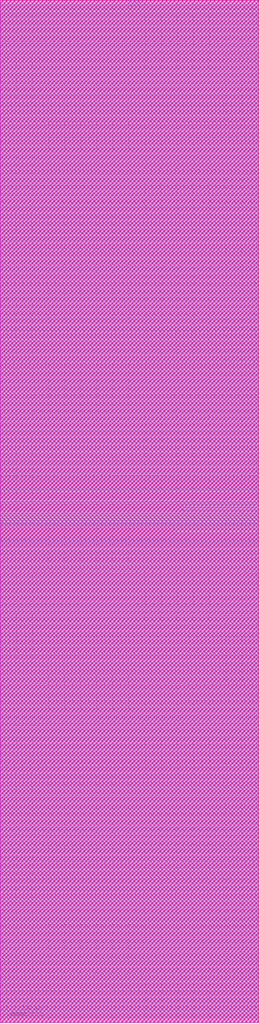
<source format=lef>
# Created by MC2 : Version 2012.02.00.d on 2024/01/10, 17:24:41

#*********************************************************************************************************************/
# Software       : TSMC MEMORY COMPILER tsn28hpcpuhddpsram_2012.02.00.d.170a						*/
# Technology     : TSMC 28nm CMOS LOGIC High Performance Compact Mobile 1P10M HKMG CU_ELK 0.9V				*/
# Memory Type    : TSMC 28nm High Performance Compact Mobile Ultra High Density Dual Port SRAM with d127 bit cell SVT Periphery */
# Library Name   : tsdn28hpcpuhdb512x128m4m (user specify : TSDN28HPCPUHDB512X128M4M)				*/
# Library Version: 170a												*/
# Generated Time : 2024/01/10, 17:23:40										*/
#*********************************************************************************************************************/
#															*/
# STATEMENT OF USE													*/
#															*/
# This information contains confidential and proprietary information of TSMC.					*/
# No part of this information may be reproduced, transmitted, transcribed,						*/
# stored in a retrieval system, or translated into any human or computer						*/
# language, in any form or by any means, electronic, mechanical, magnetic,						*/
# optical, chemical, manual, or otherwise, without the prior written permission					*/
# of TSMC. This information was prepared for informational purpose and is for					*/
# use by TSMC's customers only. TSMC reserves the right to make changes in the					*/
# information at any time and without notice.									*/
#															*/
#*********************************************************************************************************************/
VERSION 5.7 ;
BUSBITCHARS "[]" ;
DIVIDERCHAR "/" ;

MACRO TSDN28HPCPUHDB512X128M4M
	CLASS BLOCK ;
	FOREIGN TSDN28HPCPUHDB512X128M4M 0.0 0.0 ;
	ORIGIN 0.0 0.0 ;
	SIZE 80.475 BY 317.690 ;
	SYMMETRY X Y ;
	PIN AA[0]
		DIRECTION INPUT ;
		USE SIGNAL ;
		PORT
			LAYER M3 ;
			RECT 80.295 159.485 80.475 159.635 ;
			LAYER M1 ;
			RECT 80.295 159.485 80.475 159.635 ;
			LAYER M2 ;
			RECT 80.295 159.485 80.475 159.635 ;
		END
		ANTENNAGATEAREA 0.076800 LAYER M1 ;
		ANTENNADIFFAREA 0.020000 LAYER M1 ;
		ANTENNAPARTIALMETALAREA 0.534300 LAYER M1 ;
		ANTENNAMAXAREACAR 3.116700 LAYER M1 ;
		ANTENNAPARTIALCUTAREA 0.045500 LAYER VIA1 ;
		ANTENNAMAXAREACAR 0.343900 LAYER VIA1 ;
		ANTENNAGATEAREA 0.076800 LAYER M2 ;
		ANTENNADIFFAREA 0.020000 LAYER M2 ;
		ANTENNAPARTIALMETALAREA 0.845700 LAYER M2 ;
		ANTENNAMAXAREACAR 23.321800 LAYER M2 ;
		ANTENNAPARTIALCUTAREA 0.019500 LAYER VIA2 ;
		ANTENNAMAXAREACAR 0.677200 LAYER VIA2 ;
		ANTENNAGATEAREA 0.076800 LAYER M3 ;
		ANTENNADIFFAREA 0.020000 LAYER M3 ;
		ANTENNAPARTIALMETALAREA 0.774000 LAYER M3 ;
		ANTENNAMAXAREACAR 27.573000 LAYER M3 ;
	END AA[0]

	PIN AA[1]
		DIRECTION INPUT ;
		USE SIGNAL ;
		PORT
			LAYER M2 ;
			RECT 80.295 162.035 80.475 162.185 ;
			LAYER M3 ;
			RECT 80.295 162.035 80.475 162.185 ;
			LAYER M1 ;
			RECT 80.295 162.035 80.475 162.185 ;
		END
		ANTENNAGATEAREA 0.076800 LAYER M1 ;
		ANTENNADIFFAREA 0.020000 LAYER M1 ;
		ANTENNAPARTIALMETALAREA 0.534300 LAYER M1 ;
		ANTENNAMAXAREACAR 3.116700 LAYER M1 ;
		ANTENNAPARTIALCUTAREA 0.045500 LAYER VIA1 ;
		ANTENNAMAXAREACAR 0.343900 LAYER VIA1 ;
		ANTENNAGATEAREA 0.076800 LAYER M2 ;
		ANTENNADIFFAREA 0.020000 LAYER M2 ;
		ANTENNAPARTIALMETALAREA 0.845700 LAYER M2 ;
		ANTENNAMAXAREACAR 23.321800 LAYER M2 ;
		ANTENNAPARTIALCUTAREA 0.019500 LAYER VIA2 ;
		ANTENNAMAXAREACAR 0.677200 LAYER VIA2 ;
		ANTENNAGATEAREA 0.076800 LAYER M3 ;
		ANTENNADIFFAREA 0.020000 LAYER M3 ;
		ANTENNAPARTIALMETALAREA 0.774000 LAYER M3 ;
		ANTENNAMAXAREACAR 27.573000 LAYER M3 ;
	END AA[1]

	PIN AA[2]
		DIRECTION INPUT ;
		USE SIGNAL ;
		PORT
			LAYER M1 ;
			RECT 80.295 151.935 80.475 152.085 ;
			LAYER M2 ;
			RECT 80.295 151.935 80.475 152.085 ;
			LAYER M3 ;
			RECT 80.295 151.935 80.475 152.085 ;
		END
		ANTENNAGATEAREA 0.076800 LAYER M1 ;
		ANTENNADIFFAREA 0.020000 LAYER M1 ;
		ANTENNAPARTIALMETALAREA 0.534300 LAYER M1 ;
		ANTENNAMAXAREACAR 3.116700 LAYER M1 ;
		ANTENNAPARTIALCUTAREA 0.045500 LAYER VIA1 ;
		ANTENNAMAXAREACAR 0.343900 LAYER VIA1 ;
		ANTENNAGATEAREA 0.076800 LAYER M2 ;
		ANTENNADIFFAREA 0.020000 LAYER M2 ;
		ANTENNAPARTIALMETALAREA 0.845700 LAYER M2 ;
		ANTENNAMAXAREACAR 23.321800 LAYER M2 ;
		ANTENNAPARTIALCUTAREA 0.019500 LAYER VIA2 ;
		ANTENNAMAXAREACAR 0.677200 LAYER VIA2 ;
		ANTENNAGATEAREA 0.076800 LAYER M3 ;
		ANTENNADIFFAREA 0.020000 LAYER M3 ;
		ANTENNAPARTIALMETALAREA 0.774000 LAYER M3 ;
		ANTENNAMAXAREACAR 27.573000 LAYER M3 ;
	END AA[2]

	PIN AA[3]
		DIRECTION INPUT ;
		USE SIGNAL ;
		PORT
			LAYER M2 ;
			RECT 80.295 153.385 80.475 153.535 ;
			LAYER M1 ;
			RECT 80.295 153.385 80.475 153.535 ;
			LAYER M3 ;
			RECT 80.295 153.385 80.475 153.535 ;
		END
		ANTENNAGATEAREA 0.076800 LAYER M1 ;
		ANTENNADIFFAREA 0.020000 LAYER M1 ;
		ANTENNAPARTIALMETALAREA 0.534300 LAYER M1 ;
		ANTENNAMAXAREACAR 3.116700 LAYER M1 ;
		ANTENNAPARTIALCUTAREA 0.045500 LAYER VIA1 ;
		ANTENNAMAXAREACAR 0.343900 LAYER VIA1 ;
		ANTENNAGATEAREA 0.076800 LAYER M2 ;
		ANTENNADIFFAREA 0.020000 LAYER M2 ;
		ANTENNAPARTIALMETALAREA 0.845700 LAYER M2 ;
		ANTENNAMAXAREACAR 23.321800 LAYER M2 ;
		ANTENNAPARTIALCUTAREA 0.019500 LAYER VIA2 ;
		ANTENNAMAXAREACAR 0.677200 LAYER VIA2 ;
		ANTENNAGATEAREA 0.076800 LAYER M3 ;
		ANTENNADIFFAREA 0.020000 LAYER M3 ;
		ANTENNAPARTIALMETALAREA 0.774000 LAYER M3 ;
		ANTENNAMAXAREACAR 27.573000 LAYER M3 ;
	END AA[3]

	PIN AA[4]
		DIRECTION INPUT ;
		USE SIGNAL ;
		PORT
			LAYER M3 ;
			RECT 80.295 153.745 80.475 153.895 ;
			LAYER M1 ;
			RECT 80.295 153.745 80.475 153.895 ;
			LAYER M2 ;
			RECT 80.295 153.745 80.475 153.895 ;
		END
		ANTENNAGATEAREA 0.076800 LAYER M1 ;
		ANTENNADIFFAREA 0.020000 LAYER M1 ;
		ANTENNAPARTIALMETALAREA 0.534300 LAYER M1 ;
		ANTENNAMAXAREACAR 3.116700 LAYER M1 ;
		ANTENNAPARTIALCUTAREA 0.045500 LAYER VIA1 ;
		ANTENNAMAXAREACAR 0.343900 LAYER VIA1 ;
		ANTENNAGATEAREA 0.076800 LAYER M2 ;
		ANTENNADIFFAREA 0.020000 LAYER M2 ;
		ANTENNAPARTIALMETALAREA 0.845700 LAYER M2 ;
		ANTENNAMAXAREACAR 23.321800 LAYER M2 ;
		ANTENNAPARTIALCUTAREA 0.019500 LAYER VIA2 ;
		ANTENNAMAXAREACAR 0.677200 LAYER VIA2 ;
		ANTENNAGATEAREA 0.076800 LAYER M3 ;
		ANTENNADIFFAREA 0.020000 LAYER M3 ;
		ANTENNAPARTIALMETALAREA 0.774000 LAYER M3 ;
		ANTENNAMAXAREACAR 27.573000 LAYER M3 ;
	END AA[4]

	PIN AA[5]
		DIRECTION INPUT ;
		USE SIGNAL ;
		PORT
			LAYER M3 ;
			RECT 80.295 154.785 80.475 154.935 ;
			LAYER M1 ;
			RECT 80.295 154.785 80.475 154.935 ;
			LAYER M2 ;
			RECT 80.295 154.785 80.475 154.935 ;
		END
		ANTENNAGATEAREA 0.076800 LAYER M1 ;
		ANTENNADIFFAREA 0.020000 LAYER M1 ;
		ANTENNAPARTIALMETALAREA 0.534300 LAYER M1 ;
		ANTENNAMAXAREACAR 3.116700 LAYER M1 ;
		ANTENNAPARTIALCUTAREA 0.045500 LAYER VIA1 ;
		ANTENNAMAXAREACAR 0.343900 LAYER VIA1 ;
		ANTENNAGATEAREA 0.076800 LAYER M2 ;
		ANTENNADIFFAREA 0.020000 LAYER M2 ;
		ANTENNAPARTIALMETALAREA 0.845700 LAYER M2 ;
		ANTENNAMAXAREACAR 23.321800 LAYER M2 ;
		ANTENNAPARTIALCUTAREA 0.019500 LAYER VIA2 ;
		ANTENNAMAXAREACAR 0.677200 LAYER VIA2 ;
		ANTENNAGATEAREA 0.076800 LAYER M3 ;
		ANTENNADIFFAREA 0.020000 LAYER M3 ;
		ANTENNAPARTIALMETALAREA 0.774000 LAYER M3 ;
		ANTENNAMAXAREACAR 27.573000 LAYER M3 ;
	END AA[5]

	PIN AA[6]
		DIRECTION INPUT ;
		USE SIGNAL ;
		PORT
			LAYER M3 ;
			RECT 80.295 156.700 80.475 156.850 ;
			LAYER M2 ;
			RECT 80.295 156.700 80.475 156.850 ;
			LAYER M1 ;
			RECT 80.295 156.700 80.475 156.850 ;
		END
		ANTENNAGATEAREA 0.076800 LAYER M1 ;
		ANTENNADIFFAREA 0.020000 LAYER M1 ;
		ANTENNAPARTIALMETALAREA 0.534300 LAYER M1 ;
		ANTENNAMAXAREACAR 3.116700 LAYER M1 ;
		ANTENNAPARTIALCUTAREA 0.045500 LAYER VIA1 ;
		ANTENNAMAXAREACAR 0.343900 LAYER VIA1 ;
		ANTENNAGATEAREA 0.076800 LAYER M2 ;
		ANTENNADIFFAREA 0.020000 LAYER M2 ;
		ANTENNAPARTIALMETALAREA 0.845700 LAYER M2 ;
		ANTENNAMAXAREACAR 23.321800 LAYER M2 ;
		ANTENNAPARTIALCUTAREA 0.019500 LAYER VIA2 ;
		ANTENNAMAXAREACAR 0.677200 LAYER VIA2 ;
		ANTENNAGATEAREA 0.076800 LAYER M3 ;
		ANTENNADIFFAREA 0.020000 LAYER M3 ;
		ANTENNAPARTIALMETALAREA 0.774000 LAYER M3 ;
		ANTENNAMAXAREACAR 27.573000 LAYER M3 ;
	END AA[6]

	PIN AA[7]
		DIRECTION INPUT ;
		USE SIGNAL ;
		PORT
			LAYER M2 ;
			RECT 80.295 157.255 80.475 157.405 ;
			LAYER M3 ;
			RECT 80.295 157.255 80.475 157.405 ;
			LAYER M1 ;
			RECT 80.295 157.255 80.475 157.405 ;
		END
		ANTENNAGATEAREA 0.076800 LAYER M1 ;
		ANTENNADIFFAREA 0.020000 LAYER M1 ;
		ANTENNAPARTIALMETALAREA 0.534300 LAYER M1 ;
		ANTENNAMAXAREACAR 3.116700 LAYER M1 ;
		ANTENNAPARTIALCUTAREA 0.045500 LAYER VIA1 ;
		ANTENNAMAXAREACAR 0.343900 LAYER VIA1 ;
		ANTENNAGATEAREA 0.076800 LAYER M2 ;
		ANTENNADIFFAREA 0.020000 LAYER M2 ;
		ANTENNAPARTIALMETALAREA 0.845700 LAYER M2 ;
		ANTENNAMAXAREACAR 23.321800 LAYER M2 ;
		ANTENNAPARTIALCUTAREA 0.019500 LAYER VIA2 ;
		ANTENNAMAXAREACAR 0.677200 LAYER VIA2 ;
		ANTENNAGATEAREA 0.076800 LAYER M3 ;
		ANTENNADIFFAREA 0.020000 LAYER M3 ;
		ANTENNAPARTIALMETALAREA 0.774000 LAYER M3 ;
		ANTENNAMAXAREACAR 27.573000 LAYER M3 ;
	END AA[7]

	PIN AA[8]
		DIRECTION INPUT ;
		USE SIGNAL ;
		PORT
			LAYER M2 ;
			RECT 80.295 163.025 80.475 163.175 ;
			LAYER M3 ;
			RECT 80.295 163.025 80.475 163.175 ;
			LAYER M1 ;
			RECT 80.295 163.025 80.475 163.175 ;
		END
		ANTENNAGATEAREA 0.076800 LAYER M1 ;
		ANTENNADIFFAREA 0.020000 LAYER M1 ;
		ANTENNAPARTIALMETALAREA 0.534300 LAYER M1 ;
		ANTENNAMAXAREACAR 3.116700 LAYER M1 ;
		ANTENNAPARTIALCUTAREA 0.045500 LAYER VIA1 ;
		ANTENNAMAXAREACAR 0.343900 LAYER VIA1 ;
		ANTENNAGATEAREA 0.076800 LAYER M2 ;
		ANTENNADIFFAREA 0.020000 LAYER M2 ;
		ANTENNAPARTIALMETALAREA 0.845700 LAYER M2 ;
		ANTENNAMAXAREACAR 23.321800 LAYER M2 ;
		ANTENNAPARTIALCUTAREA 0.019500 LAYER VIA2 ;
		ANTENNAMAXAREACAR 0.677200 LAYER VIA2 ;
		ANTENNAGATEAREA 0.076800 LAYER M3 ;
		ANTENNADIFFAREA 0.020000 LAYER M3 ;
		ANTENNAPARTIALMETALAREA 0.774000 LAYER M3 ;
		ANTENNAMAXAREACAR 27.573000 LAYER M3 ;
	END AA[8]

	PIN AB[0]
		DIRECTION INPUT ;
		USE SIGNAL ;
		PORT
			LAYER M2 ;
			RECT 80.295 159.815 80.475 159.965 ;
			LAYER M3 ;
			RECT 80.295 159.815 80.475 159.965 ;
			LAYER M1 ;
			RECT 80.295 159.815 80.475 159.965 ;
		END
		ANTENNAGATEAREA 0.060300 LAYER M1 ;
		ANTENNADIFFAREA 0.020000 LAYER M1 ;
		ANTENNAPARTIALMETALAREA 0.437200 LAYER M1 ;
		ANTENNAMAXAREACAR 2.215600 LAYER M1 ;
		ANTENNAPARTIALCUTAREA 0.039000 LAYER VIA1 ;
		ANTENNAMAXAREACAR 0.343900 LAYER VIA1 ;
		ANTENNAGATEAREA 0.060300 LAYER M2 ;
		ANTENNADIFFAREA 0.020000 LAYER M2 ;
		ANTENNAPARTIALMETALAREA 0.812900 LAYER M2 ;
		ANTENNAMAXAREACAR 34.966700 LAYER M2 ;
		ANTENNAPARTIALCUTAREA 0.026000 LAYER VIA2 ;
		ANTENNAMAXAREACAR 0.866700 LAYER VIA2 ;
		ANTENNAGATEAREA 0.060300 LAYER M3 ;
		ANTENNADIFFAREA 0.020000 LAYER M3 ;
		ANTENNAPARTIALMETALAREA 0.869800 LAYER M3 ;
		ANTENNAMAXAREACAR 47.190400 LAYER M3 ;
	END AB[0]

	PIN AB[1]
		DIRECTION INPUT ;
		USE SIGNAL ;
		PORT
			LAYER M1 ;
			RECT 80.295 161.705 80.475 161.855 ;
			LAYER M2 ;
			RECT 80.295 161.705 80.475 161.855 ;
			LAYER M3 ;
			RECT 80.295 161.705 80.475 161.855 ;
		END
		ANTENNAGATEAREA 0.060300 LAYER M1 ;
		ANTENNADIFFAREA 0.020000 LAYER M1 ;
		ANTENNAPARTIALMETALAREA 0.437200 LAYER M1 ;
		ANTENNAMAXAREACAR 2.215600 LAYER M1 ;
		ANTENNAPARTIALCUTAREA 0.039000 LAYER VIA1 ;
		ANTENNAMAXAREACAR 0.343900 LAYER VIA1 ;
		ANTENNAGATEAREA 0.060300 LAYER M2 ;
		ANTENNADIFFAREA 0.020000 LAYER M2 ;
		ANTENNAPARTIALMETALAREA 0.812900 LAYER M2 ;
		ANTENNAMAXAREACAR 34.966700 LAYER M2 ;
		ANTENNAPARTIALCUTAREA 0.026000 LAYER VIA2 ;
		ANTENNAMAXAREACAR 0.866700 LAYER VIA2 ;
		ANTENNAGATEAREA 0.060300 LAYER M3 ;
		ANTENNADIFFAREA 0.020000 LAYER M3 ;
		ANTENNAPARTIALMETALAREA 0.869800 LAYER M3 ;
		ANTENNAMAXAREACAR 47.190400 LAYER M3 ;
	END AB[1]

	PIN AB[2]
		DIRECTION INPUT ;
		USE SIGNAL ;
		PORT
			LAYER M3 ;
			RECT 80.295 152.265 80.475 152.415 ;
			LAYER M2 ;
			RECT 80.295 152.265 80.475 152.415 ;
			LAYER M1 ;
			RECT 80.295 152.265 80.475 152.415 ;
		END
		ANTENNAGATEAREA 0.060300 LAYER M1 ;
		ANTENNADIFFAREA 0.020000 LAYER M1 ;
		ANTENNAPARTIALMETALAREA 0.437200 LAYER M1 ;
		ANTENNAMAXAREACAR 2.215600 LAYER M1 ;
		ANTENNAPARTIALCUTAREA 0.039000 LAYER VIA1 ;
		ANTENNAMAXAREACAR 0.343900 LAYER VIA1 ;
		ANTENNAGATEAREA 0.060300 LAYER M2 ;
		ANTENNADIFFAREA 0.020000 LAYER M2 ;
		ANTENNAPARTIALMETALAREA 0.812900 LAYER M2 ;
		ANTENNAMAXAREACAR 34.966700 LAYER M2 ;
		ANTENNAPARTIALCUTAREA 0.026000 LAYER VIA2 ;
		ANTENNAMAXAREACAR 0.866700 LAYER VIA2 ;
		ANTENNAGATEAREA 0.060300 LAYER M3 ;
		ANTENNADIFFAREA 0.020000 LAYER M3 ;
		ANTENNAPARTIALMETALAREA 0.869800 LAYER M3 ;
		ANTENNAMAXAREACAR 47.190400 LAYER M3 ;
	END AB[2]

	PIN AB[3]
		DIRECTION INPUT ;
		USE SIGNAL ;
		PORT
			LAYER M2 ;
			RECT 80.295 153.055 80.475 153.205 ;
			LAYER M3 ;
			RECT 80.295 153.055 80.475 153.205 ;
			LAYER M1 ;
			RECT 80.295 153.055 80.475 153.205 ;
		END
		ANTENNAGATEAREA 0.060300 LAYER M1 ;
		ANTENNADIFFAREA 0.020000 LAYER M1 ;
		ANTENNAPARTIALMETALAREA 0.437200 LAYER M1 ;
		ANTENNAMAXAREACAR 2.215600 LAYER M1 ;
		ANTENNAPARTIALCUTAREA 0.039000 LAYER VIA1 ;
		ANTENNAMAXAREACAR 0.343900 LAYER VIA1 ;
		ANTENNAGATEAREA 0.060300 LAYER M2 ;
		ANTENNADIFFAREA 0.020000 LAYER M2 ;
		ANTENNAPARTIALMETALAREA 0.812900 LAYER M2 ;
		ANTENNAMAXAREACAR 34.966700 LAYER M2 ;
		ANTENNAPARTIALCUTAREA 0.026000 LAYER VIA2 ;
		ANTENNAMAXAREACAR 0.866700 LAYER VIA2 ;
		ANTENNAGATEAREA 0.060300 LAYER M3 ;
		ANTENNADIFFAREA 0.020000 LAYER M3 ;
		ANTENNAPARTIALMETALAREA 0.869800 LAYER M3 ;
		ANTENNAMAXAREACAR 47.190400 LAYER M3 ;
	END AB[3]

	PIN AB[4]
		DIRECTION INPUT ;
		USE SIGNAL ;
		PORT
			LAYER M2 ;
			RECT 80.295 154.075 80.475 154.225 ;
			LAYER M1 ;
			RECT 80.295 154.075 80.475 154.225 ;
			LAYER M3 ;
			RECT 80.295 154.075 80.475 154.225 ;
		END
		ANTENNAGATEAREA 0.060300 LAYER M1 ;
		ANTENNADIFFAREA 0.020000 LAYER M1 ;
		ANTENNAPARTIALMETALAREA 0.437200 LAYER M1 ;
		ANTENNAMAXAREACAR 2.215600 LAYER M1 ;
		ANTENNAPARTIALCUTAREA 0.039000 LAYER VIA1 ;
		ANTENNAMAXAREACAR 0.343900 LAYER VIA1 ;
		ANTENNAGATEAREA 0.060300 LAYER M2 ;
		ANTENNADIFFAREA 0.020000 LAYER M2 ;
		ANTENNAPARTIALMETALAREA 0.812900 LAYER M2 ;
		ANTENNAMAXAREACAR 34.966700 LAYER M2 ;
		ANTENNAPARTIALCUTAREA 0.026000 LAYER VIA2 ;
		ANTENNAMAXAREACAR 0.866700 LAYER VIA2 ;
		ANTENNAGATEAREA 0.060300 LAYER M3 ;
		ANTENNADIFFAREA 0.020000 LAYER M3 ;
		ANTENNAPARTIALMETALAREA 0.869800 LAYER M3 ;
		ANTENNAMAXAREACAR 47.190400 LAYER M3 ;
	END AB[4]

	PIN AB[5]
		DIRECTION INPUT ;
		USE SIGNAL ;
		PORT
			LAYER M2 ;
			RECT 80.295 155.945 80.475 156.095 ;
			LAYER M1 ;
			RECT 80.295 155.945 80.475 156.095 ;
			LAYER M3 ;
			RECT 80.295 155.945 80.475 156.095 ;
		END
		ANTENNAGATEAREA 0.060300 LAYER M1 ;
		ANTENNADIFFAREA 0.020000 LAYER M1 ;
		ANTENNAPARTIALMETALAREA 0.437200 LAYER M1 ;
		ANTENNAMAXAREACAR 2.215600 LAYER M1 ;
		ANTENNAPARTIALCUTAREA 0.039000 LAYER VIA1 ;
		ANTENNAMAXAREACAR 0.343900 LAYER VIA1 ;
		ANTENNAGATEAREA 0.060300 LAYER M2 ;
		ANTENNADIFFAREA 0.020000 LAYER M2 ;
		ANTENNAPARTIALMETALAREA 0.812900 LAYER M2 ;
		ANTENNAMAXAREACAR 34.966700 LAYER M2 ;
		ANTENNAPARTIALCUTAREA 0.026000 LAYER VIA2 ;
		ANTENNAMAXAREACAR 0.866700 LAYER VIA2 ;
		ANTENNAGATEAREA 0.060300 LAYER M3 ;
		ANTENNADIFFAREA 0.020000 LAYER M3 ;
		ANTENNAPARTIALMETALAREA 0.869800 LAYER M3 ;
		ANTENNAMAXAREACAR 47.190400 LAYER M3 ;
	END AB[5]

	PIN AB[6]
		DIRECTION INPUT ;
		USE SIGNAL ;
		PORT
			LAYER M3 ;
			RECT 80.295 156.370 80.475 156.520 ;
			LAYER M1 ;
			RECT 80.295 156.370 80.475 156.520 ;
			LAYER M2 ;
			RECT 80.295 156.370 80.475 156.520 ;
		END
		ANTENNAGATEAREA 0.060300 LAYER M1 ;
		ANTENNADIFFAREA 0.020000 LAYER M1 ;
		ANTENNAPARTIALMETALAREA 0.437200 LAYER M1 ;
		ANTENNAMAXAREACAR 2.215600 LAYER M1 ;
		ANTENNAPARTIALCUTAREA 0.039000 LAYER VIA1 ;
		ANTENNAMAXAREACAR 0.343900 LAYER VIA1 ;
		ANTENNAGATEAREA 0.060300 LAYER M2 ;
		ANTENNADIFFAREA 0.020000 LAYER M2 ;
		ANTENNAPARTIALMETALAREA 0.812900 LAYER M2 ;
		ANTENNAMAXAREACAR 34.966700 LAYER M2 ;
		ANTENNAPARTIALCUTAREA 0.026000 LAYER VIA2 ;
		ANTENNAMAXAREACAR 0.866700 LAYER VIA2 ;
		ANTENNAGATEAREA 0.060300 LAYER M3 ;
		ANTENNADIFFAREA 0.020000 LAYER M3 ;
		ANTENNAPARTIALMETALAREA 0.869800 LAYER M3 ;
		ANTENNAMAXAREACAR 47.190400 LAYER M3 ;
	END AB[6]

	PIN AB[7]
		DIRECTION INPUT ;
		USE SIGNAL ;
		PORT
			LAYER M1 ;
			RECT 80.295 157.585 80.475 157.735 ;
			LAYER M2 ;
			RECT 80.295 157.585 80.475 157.735 ;
			LAYER M3 ;
			RECT 80.295 157.585 80.475 157.735 ;
		END
		ANTENNAGATEAREA 0.060300 LAYER M1 ;
		ANTENNADIFFAREA 0.020000 LAYER M1 ;
		ANTENNAPARTIALMETALAREA 0.437200 LAYER M1 ;
		ANTENNAMAXAREACAR 2.215600 LAYER M1 ;
		ANTENNAPARTIALCUTAREA 0.039000 LAYER VIA1 ;
		ANTENNAMAXAREACAR 0.343900 LAYER VIA1 ;
		ANTENNAGATEAREA 0.060300 LAYER M2 ;
		ANTENNADIFFAREA 0.020000 LAYER M2 ;
		ANTENNAPARTIALMETALAREA 0.812900 LAYER M2 ;
		ANTENNAMAXAREACAR 34.966700 LAYER M2 ;
		ANTENNAPARTIALCUTAREA 0.026000 LAYER VIA2 ;
		ANTENNAMAXAREACAR 0.866700 LAYER VIA2 ;
		ANTENNAGATEAREA 0.060300 LAYER M3 ;
		ANTENNADIFFAREA 0.020000 LAYER M3 ;
		ANTENNAPARTIALMETALAREA 0.869800 LAYER M3 ;
		ANTENNAMAXAREACAR 47.190400 LAYER M3 ;
	END AB[7]

	PIN AB[8]
		DIRECTION INPUT ;
		USE SIGNAL ;
		PORT
			LAYER M1 ;
			RECT 80.295 163.355 80.475 163.505 ;
			LAYER M3 ;
			RECT 80.295 163.355 80.475 163.505 ;
			LAYER M2 ;
			RECT 80.295 163.355 80.475 163.505 ;
		END
		ANTENNAGATEAREA 0.060300 LAYER M1 ;
		ANTENNADIFFAREA 0.020000 LAYER M1 ;
		ANTENNAPARTIALMETALAREA 0.437200 LAYER M1 ;
		ANTENNAMAXAREACAR 2.215600 LAYER M1 ;
		ANTENNAPARTIALCUTAREA 0.039000 LAYER VIA1 ;
		ANTENNAMAXAREACAR 0.343900 LAYER VIA1 ;
		ANTENNAGATEAREA 0.060300 LAYER M2 ;
		ANTENNADIFFAREA 0.020000 LAYER M2 ;
		ANTENNAPARTIALMETALAREA 0.812900 LAYER M2 ;
		ANTENNAMAXAREACAR 34.966700 LAYER M2 ;
		ANTENNAPARTIALCUTAREA 0.026000 LAYER VIA2 ;
		ANTENNAMAXAREACAR 0.866700 LAYER VIA2 ;
		ANTENNAGATEAREA 0.060300 LAYER M3 ;
		ANTENNADIFFAREA 0.020000 LAYER M3 ;
		ANTENNAPARTIALMETALAREA 0.869800 LAYER M3 ;
		ANTENNAMAXAREACAR 47.190400 LAYER M3 ;
	END AB[8]

	PIN CEBA
		DIRECTION INPUT ;
		USE SIGNAL ;
		PORT
			LAYER M3 ;
			RECT 80.295 166.620 80.475 166.770 ;
			LAYER M2 ;
			RECT 80.295 166.620 80.475 166.770 ;
			LAYER M1 ;
			RECT 80.295 166.620 80.475 166.770 ;
		END
		ANTENNAGATEAREA 0.068100 LAYER M1 ;
		ANTENNADIFFAREA 0.020000 LAYER M1 ;
		ANTENNAPARTIALMETALAREA 0.266600 LAYER M1 ;
		ANTENNAMAXAREACAR 2.847400 LAYER M1 ;
		ANTENNAPARTIALCUTAREA 0.032500 LAYER VIA1 ;
		ANTENNAMAXAREACAR 0.223400 LAYER VIA1 ;
		ANTENNAGATEAREA 0.068100 LAYER M2 ;
		ANTENNADIFFAREA 0.020000 LAYER M2 ;
		ANTENNAPARTIALMETALAREA 0.577800 LAYER M2 ;
		ANTENNAMAXAREACAR 10.714500 LAYER M2 ;
		ANTENNAPARTIALCUTAREA 0.019500 LAYER VIA2 ;
		ANTENNAMAXAREACAR 0.318800 LAYER VIA2 ;
		ANTENNAGATEAREA 0.068100 LAYER M3 ;
		ANTENNADIFFAREA 0.020000 LAYER M3 ;
		ANTENNAPARTIALMETALAREA 0.261500 LAYER M3 ;
		ANTENNAMAXAREACAR 12.155100 LAYER M3 ;
	END CEBA

	PIN CEBB
		DIRECTION INPUT ;
		USE SIGNAL ;
		PORT
			LAYER M1 ;
			RECT 80.295 166.950 80.475 167.100 ;
			LAYER M2 ;
			RECT 80.295 166.950 80.475 167.100 ;
			LAYER M3 ;
			RECT 80.295 166.950 80.475 167.100 ;
		END
		ANTENNAGATEAREA 0.029100 LAYER M1 ;
		ANTENNADIFFAREA 0.020000 LAYER M1 ;
		ANTENNAPARTIALMETALAREA 0.342200 LAYER M1 ;
		ANTENNAMAXAREACAR 10.096200 LAYER M1 ;
		ANTENNAPARTIALCUTAREA 0.013000 LAYER VIA1 ;
		ANTENNAMAXAREACAR 0.223400 LAYER VIA1 ;
		ANTENNAGATEAREA 0.029100 LAYER M2 ;
		ANTENNADIFFAREA 0.020000 LAYER M2 ;
		ANTENNAPARTIALMETALAREA 0.644400 LAYER M2 ;
		ANTENNAMAXAREACAR 32.239700 LAYER M2 ;
		ANTENNAPARTIALCUTAREA 0.006500 LAYER VIA2 ;
		ANTENNAMAXAREACAR 0.446700 LAYER VIA2 ;
		ANTENNAGATEAREA 0.029100 LAYER M3 ;
		ANTENNADIFFAREA 0.020000 LAYER M3 ;
		ANTENNAPARTIALMETALAREA 0.027000 LAYER M3 ;
		ANTENNAMAXAREACAR 33.167500 LAYER M3 ;
	END CEBB

	PIN CLK
		DIRECTION INPUT ;
		USE SIGNAL ;
		PORT
			LAYER M3 ;
			RECT 80.295 164.640 80.475 164.790 ;
			LAYER M1 ;
			RECT 80.295 164.640 80.475 164.790 ;
			LAYER M2 ;
			RECT 80.295 164.640 80.475 164.790 ;
		END
		ANTENNAGATEAREA 0.394500 LAYER M1 ;
		ANTENNADIFFAREA 0.020000 LAYER M1 ;
		ANTENNAPARTIALMETALAREA 0.757100 LAYER M1 ;
		ANTENNAMAXAREACAR 3.389600 LAYER M1 ;
		ANTENNAPARTIALCUTAREA 0.045500 LAYER VIA1 ;
		ANTENNAMAXAREACAR 0.656600 LAYER VIA1 ;
		ANTENNAGATEAREA 0.394500 LAYER M2 ;
		ANTENNADIFFAREA 0.020000 LAYER M2 ;
		ANTENNAPARTIALMETALAREA 0.828600 LAYER M2 ;
		ANTENNAMAXAREACAR 8.667400 LAYER M2 ;
		ANTENNAPARTIALCUTAREA 0.039000 LAYER VIA2 ;
		ANTENNAMAXAREACAR 1.313100 LAYER VIA2 ;
		ANTENNAGATEAREA 0.394500 LAYER M3 ;
		ANTENNADIFFAREA 0.020000 LAYER M3 ;
		ANTENNAPARTIALMETALAREA 0.952600 LAYER M3 ;
		ANTENNAMAXAREACAR 11.082000 LAYER M3 ;
	END CLK

	PIN DA[0]
		DIRECTION INPUT ;
		USE SIGNAL ;
		PORT
			LAYER M3 ;
			RECT 80.295 2.855 80.475 3.005 ;
			LAYER M2 ;
			RECT 80.295 2.855 80.475 3.005 ;
			LAYER M1 ;
			RECT 80.295 2.855 80.475 3.005 ;
		END
		ANTENNAGATEAREA 0.010800 LAYER M1 ;
		ANTENNADIFFAREA 0.020000 LAYER M1 ;
		ANTENNAPARTIALMETALAREA 0.131300 LAYER M1 ;
		ANTENNAMAXAREACAR 2.398100 LAYER M1 ;
		ANTENNAPARTIALCUTAREA 0.026000 LAYER VIA1 ;
		ANTENNAMAXAREACAR 0.601900 LAYER VIA1 ;
		ANTENNAGATEAREA 0.010800 LAYER M2 ;
		ANTENNADIFFAREA 0.020000 LAYER M2 ;
		ANTENNAPARTIALMETALAREA 0.868500 LAYER M2 ;
		ANTENNAMAXAREACAR 82.814800 LAYER M2 ;
		ANTENNAPARTIALCUTAREA 0.032500 LAYER VIA2 ;
		ANTENNAMAXAREACAR 1.203700 LAYER VIA2 ;
		ANTENNAGATEAREA 0.010800 LAYER M3 ;
		ANTENNADIFFAREA 0.020000 LAYER M3 ;
		ANTENNAPARTIALMETALAREA 0.220000 LAYER M3 ;
		ANTENNAMAXAREACAR 85.314800 LAYER M3 ;
	END DA[0]

	PIN DA[100]
		DIRECTION INPUT ;
		USE SIGNAL ;
		PORT
			LAYER M2 ;
			RECT 80.295 253.375 80.475 253.525 ;
			LAYER M3 ;
			RECT 80.295 253.375 80.475 253.525 ;
			LAYER M1 ;
			RECT 80.295 253.375 80.475 253.525 ;
		END
		ANTENNAGATEAREA 0.010800 LAYER M1 ;
		ANTENNADIFFAREA 0.020000 LAYER M1 ;
		ANTENNAPARTIALMETALAREA 0.131300 LAYER M1 ;
		ANTENNAMAXAREACAR 2.398100 LAYER M1 ;
		ANTENNAPARTIALCUTAREA 0.026000 LAYER VIA1 ;
		ANTENNAMAXAREACAR 0.601900 LAYER VIA1 ;
		ANTENNAGATEAREA 0.010800 LAYER M2 ;
		ANTENNADIFFAREA 0.020000 LAYER M2 ;
		ANTENNAPARTIALMETALAREA 0.868500 LAYER M2 ;
		ANTENNAMAXAREACAR 82.814800 LAYER M2 ;
		ANTENNAPARTIALCUTAREA 0.032500 LAYER VIA2 ;
		ANTENNAMAXAREACAR 1.203700 LAYER VIA2 ;
		ANTENNAGATEAREA 0.010800 LAYER M3 ;
		ANTENNADIFFAREA 0.020000 LAYER M3 ;
		ANTENNAPARTIALMETALAREA 0.220000 LAYER M3 ;
		ANTENNAMAXAREACAR 85.314800 LAYER M3 ;
	END DA[100]

	PIN DA[101]
		DIRECTION INPUT ;
		USE SIGNAL ;
		PORT
			LAYER M2 ;
			RECT 80.295 255.695 80.475 255.845 ;
			LAYER M1 ;
			RECT 80.295 255.695 80.475 255.845 ;
			LAYER M3 ;
			RECT 80.295 255.695 80.475 255.845 ;
		END
		ANTENNAGATEAREA 0.010800 LAYER M1 ;
		ANTENNADIFFAREA 0.020000 LAYER M1 ;
		ANTENNAPARTIALMETALAREA 0.131300 LAYER M1 ;
		ANTENNAMAXAREACAR 2.398100 LAYER M1 ;
		ANTENNAPARTIALCUTAREA 0.026000 LAYER VIA1 ;
		ANTENNAMAXAREACAR 0.601900 LAYER VIA1 ;
		ANTENNAGATEAREA 0.010800 LAYER M2 ;
		ANTENNADIFFAREA 0.020000 LAYER M2 ;
		ANTENNAPARTIALMETALAREA 0.868500 LAYER M2 ;
		ANTENNAMAXAREACAR 82.814800 LAYER M2 ;
		ANTENNAPARTIALCUTAREA 0.032500 LAYER VIA2 ;
		ANTENNAMAXAREACAR 1.203700 LAYER VIA2 ;
		ANTENNAGATEAREA 0.010800 LAYER M3 ;
		ANTENNADIFFAREA 0.020000 LAYER M3 ;
		ANTENNAPARTIALMETALAREA 0.220000 LAYER M3 ;
		ANTENNAMAXAREACAR 85.314800 LAYER M3 ;
	END DA[101]

	PIN DA[102]
		DIRECTION INPUT ;
		USE SIGNAL ;
		PORT
			LAYER M1 ;
			RECT 80.295 258.015 80.475 258.165 ;
			LAYER M3 ;
			RECT 80.295 258.015 80.475 258.165 ;
			LAYER M2 ;
			RECT 80.295 258.015 80.475 258.165 ;
		END
		ANTENNAGATEAREA 0.010800 LAYER M1 ;
		ANTENNADIFFAREA 0.020000 LAYER M1 ;
		ANTENNAPARTIALMETALAREA 0.131300 LAYER M1 ;
		ANTENNAMAXAREACAR 2.398100 LAYER M1 ;
		ANTENNAPARTIALCUTAREA 0.026000 LAYER VIA1 ;
		ANTENNAMAXAREACAR 0.601900 LAYER VIA1 ;
		ANTENNAGATEAREA 0.010800 LAYER M2 ;
		ANTENNADIFFAREA 0.020000 LAYER M2 ;
		ANTENNAPARTIALMETALAREA 0.868500 LAYER M2 ;
		ANTENNAMAXAREACAR 82.814800 LAYER M2 ;
		ANTENNAPARTIALCUTAREA 0.032500 LAYER VIA2 ;
		ANTENNAMAXAREACAR 1.203700 LAYER VIA2 ;
		ANTENNAGATEAREA 0.010800 LAYER M3 ;
		ANTENNADIFFAREA 0.020000 LAYER M3 ;
		ANTENNAPARTIALMETALAREA 0.220000 LAYER M3 ;
		ANTENNAMAXAREACAR 85.314800 LAYER M3 ;
	END DA[102]

	PIN DA[103]
		DIRECTION INPUT ;
		USE SIGNAL ;
		PORT
			LAYER M3 ;
			RECT 80.295 260.335 80.475 260.485 ;
			LAYER M1 ;
			RECT 80.295 260.335 80.475 260.485 ;
			LAYER M2 ;
			RECT 80.295 260.335 80.475 260.485 ;
		END
		ANTENNAGATEAREA 0.010800 LAYER M1 ;
		ANTENNADIFFAREA 0.020000 LAYER M1 ;
		ANTENNAPARTIALMETALAREA 0.131300 LAYER M1 ;
		ANTENNAMAXAREACAR 2.398100 LAYER M1 ;
		ANTENNAPARTIALCUTAREA 0.026000 LAYER VIA1 ;
		ANTENNAMAXAREACAR 0.601900 LAYER VIA1 ;
		ANTENNAGATEAREA 0.010800 LAYER M2 ;
		ANTENNADIFFAREA 0.020000 LAYER M2 ;
		ANTENNAPARTIALMETALAREA 0.868500 LAYER M2 ;
		ANTENNAMAXAREACAR 82.814800 LAYER M2 ;
		ANTENNAPARTIALCUTAREA 0.032500 LAYER VIA2 ;
		ANTENNAMAXAREACAR 1.203700 LAYER VIA2 ;
		ANTENNAGATEAREA 0.010800 LAYER M3 ;
		ANTENNADIFFAREA 0.020000 LAYER M3 ;
		ANTENNAPARTIALMETALAREA 0.220000 LAYER M3 ;
		ANTENNAMAXAREACAR 85.314800 LAYER M3 ;
	END DA[103]

	PIN DA[104]
		DIRECTION INPUT ;
		USE SIGNAL ;
		PORT
			LAYER M2 ;
			RECT 80.295 262.655 80.475 262.805 ;
			LAYER M1 ;
			RECT 80.295 262.655 80.475 262.805 ;
			LAYER M3 ;
			RECT 80.295 262.655 80.475 262.805 ;
		END
		ANTENNAGATEAREA 0.010800 LAYER M1 ;
		ANTENNADIFFAREA 0.020000 LAYER M1 ;
		ANTENNAPARTIALMETALAREA 0.131300 LAYER M1 ;
		ANTENNAMAXAREACAR 2.398100 LAYER M1 ;
		ANTENNAPARTIALCUTAREA 0.026000 LAYER VIA1 ;
		ANTENNAMAXAREACAR 0.601900 LAYER VIA1 ;
		ANTENNAGATEAREA 0.010800 LAYER M2 ;
		ANTENNADIFFAREA 0.020000 LAYER M2 ;
		ANTENNAPARTIALMETALAREA 0.868500 LAYER M2 ;
		ANTENNAMAXAREACAR 82.814800 LAYER M2 ;
		ANTENNAPARTIALCUTAREA 0.032500 LAYER VIA2 ;
		ANTENNAMAXAREACAR 1.203700 LAYER VIA2 ;
		ANTENNAGATEAREA 0.010800 LAYER M3 ;
		ANTENNADIFFAREA 0.020000 LAYER M3 ;
		ANTENNAPARTIALMETALAREA 0.220000 LAYER M3 ;
		ANTENNAMAXAREACAR 85.314800 LAYER M3 ;
	END DA[104]

	PIN DA[105]
		DIRECTION INPUT ;
		USE SIGNAL ;
		PORT
			LAYER M1 ;
			RECT 80.295 264.975 80.475 265.125 ;
			LAYER M3 ;
			RECT 80.295 264.975 80.475 265.125 ;
			LAYER M2 ;
			RECT 80.295 264.975 80.475 265.125 ;
		END
		ANTENNAGATEAREA 0.010800 LAYER M1 ;
		ANTENNADIFFAREA 0.020000 LAYER M1 ;
		ANTENNAPARTIALMETALAREA 0.131300 LAYER M1 ;
		ANTENNAMAXAREACAR 2.398100 LAYER M1 ;
		ANTENNAPARTIALCUTAREA 0.026000 LAYER VIA1 ;
		ANTENNAMAXAREACAR 0.601900 LAYER VIA1 ;
		ANTENNAGATEAREA 0.010800 LAYER M2 ;
		ANTENNADIFFAREA 0.020000 LAYER M2 ;
		ANTENNAPARTIALMETALAREA 0.868500 LAYER M2 ;
		ANTENNAMAXAREACAR 82.814800 LAYER M2 ;
		ANTENNAPARTIALCUTAREA 0.032500 LAYER VIA2 ;
		ANTENNAMAXAREACAR 1.203700 LAYER VIA2 ;
		ANTENNAGATEAREA 0.010800 LAYER M3 ;
		ANTENNADIFFAREA 0.020000 LAYER M3 ;
		ANTENNAPARTIALMETALAREA 0.220000 LAYER M3 ;
		ANTENNAMAXAREACAR 85.314800 LAYER M3 ;
	END DA[105]

	PIN DA[106]
		DIRECTION INPUT ;
		USE SIGNAL ;
		PORT
			LAYER M1 ;
			RECT 80.295 267.295 80.475 267.445 ;
			LAYER M3 ;
			RECT 80.295 267.295 80.475 267.445 ;
			LAYER M2 ;
			RECT 80.295 267.295 80.475 267.445 ;
		END
		ANTENNAGATEAREA 0.010800 LAYER M1 ;
		ANTENNADIFFAREA 0.020000 LAYER M1 ;
		ANTENNAPARTIALMETALAREA 0.131300 LAYER M1 ;
		ANTENNAMAXAREACAR 2.398100 LAYER M1 ;
		ANTENNAPARTIALCUTAREA 0.026000 LAYER VIA1 ;
		ANTENNAMAXAREACAR 0.601900 LAYER VIA1 ;
		ANTENNAGATEAREA 0.010800 LAYER M2 ;
		ANTENNADIFFAREA 0.020000 LAYER M2 ;
		ANTENNAPARTIALMETALAREA 0.868500 LAYER M2 ;
		ANTENNAMAXAREACAR 82.814800 LAYER M2 ;
		ANTENNAPARTIALCUTAREA 0.032500 LAYER VIA2 ;
		ANTENNAMAXAREACAR 1.203700 LAYER VIA2 ;
		ANTENNAGATEAREA 0.010800 LAYER M3 ;
		ANTENNADIFFAREA 0.020000 LAYER M3 ;
		ANTENNAPARTIALMETALAREA 0.220000 LAYER M3 ;
		ANTENNAMAXAREACAR 85.314800 LAYER M3 ;
	END DA[106]

	PIN DA[107]
		DIRECTION INPUT ;
		USE SIGNAL ;
		PORT
			LAYER M2 ;
			RECT 80.295 269.615 80.475 269.765 ;
			LAYER M3 ;
			RECT 80.295 269.615 80.475 269.765 ;
			LAYER M1 ;
			RECT 80.295 269.615 80.475 269.765 ;
		END
		ANTENNAGATEAREA 0.010800 LAYER M1 ;
		ANTENNADIFFAREA 0.020000 LAYER M1 ;
		ANTENNAPARTIALMETALAREA 0.131300 LAYER M1 ;
		ANTENNAMAXAREACAR 2.398100 LAYER M1 ;
		ANTENNAPARTIALCUTAREA 0.026000 LAYER VIA1 ;
		ANTENNAMAXAREACAR 0.601900 LAYER VIA1 ;
		ANTENNAGATEAREA 0.010800 LAYER M2 ;
		ANTENNADIFFAREA 0.020000 LAYER M2 ;
		ANTENNAPARTIALMETALAREA 0.868500 LAYER M2 ;
		ANTENNAMAXAREACAR 82.814800 LAYER M2 ;
		ANTENNAPARTIALCUTAREA 0.032500 LAYER VIA2 ;
		ANTENNAMAXAREACAR 1.203700 LAYER VIA2 ;
		ANTENNAGATEAREA 0.010800 LAYER M3 ;
		ANTENNADIFFAREA 0.020000 LAYER M3 ;
		ANTENNAPARTIALMETALAREA 0.220000 LAYER M3 ;
		ANTENNAMAXAREACAR 85.314800 LAYER M3 ;
	END DA[107]

	PIN DA[108]
		DIRECTION INPUT ;
		USE SIGNAL ;
		PORT
			LAYER M2 ;
			RECT 80.295 271.935 80.475 272.085 ;
			LAYER M1 ;
			RECT 80.295 271.935 80.475 272.085 ;
			LAYER M3 ;
			RECT 80.295 271.935 80.475 272.085 ;
		END
		ANTENNAGATEAREA 0.010800 LAYER M1 ;
		ANTENNADIFFAREA 0.020000 LAYER M1 ;
		ANTENNAPARTIALMETALAREA 0.131300 LAYER M1 ;
		ANTENNAMAXAREACAR 2.398100 LAYER M1 ;
		ANTENNAPARTIALCUTAREA 0.026000 LAYER VIA1 ;
		ANTENNAMAXAREACAR 0.601900 LAYER VIA1 ;
		ANTENNAGATEAREA 0.010800 LAYER M2 ;
		ANTENNADIFFAREA 0.020000 LAYER M2 ;
		ANTENNAPARTIALMETALAREA 0.868500 LAYER M2 ;
		ANTENNAMAXAREACAR 82.814800 LAYER M2 ;
		ANTENNAPARTIALCUTAREA 0.032500 LAYER VIA2 ;
		ANTENNAMAXAREACAR 1.203700 LAYER VIA2 ;
		ANTENNAGATEAREA 0.010800 LAYER M3 ;
		ANTENNADIFFAREA 0.020000 LAYER M3 ;
		ANTENNAPARTIALMETALAREA 0.220000 LAYER M3 ;
		ANTENNAMAXAREACAR 85.314800 LAYER M3 ;
	END DA[108]

	PIN DA[109]
		DIRECTION INPUT ;
		USE SIGNAL ;
		PORT
			LAYER M1 ;
			RECT 80.295 274.255 80.475 274.405 ;
			LAYER M2 ;
			RECT 80.295 274.255 80.475 274.405 ;
			LAYER M3 ;
			RECT 80.295 274.255 80.475 274.405 ;
		END
		ANTENNAGATEAREA 0.010800 LAYER M1 ;
		ANTENNADIFFAREA 0.020000 LAYER M1 ;
		ANTENNAPARTIALMETALAREA 0.131300 LAYER M1 ;
		ANTENNAMAXAREACAR 2.398100 LAYER M1 ;
		ANTENNAPARTIALCUTAREA 0.026000 LAYER VIA1 ;
		ANTENNAMAXAREACAR 0.601900 LAYER VIA1 ;
		ANTENNAGATEAREA 0.010800 LAYER M2 ;
		ANTENNADIFFAREA 0.020000 LAYER M2 ;
		ANTENNAPARTIALMETALAREA 0.868500 LAYER M2 ;
		ANTENNAMAXAREACAR 82.814800 LAYER M2 ;
		ANTENNAPARTIALCUTAREA 0.032500 LAYER VIA2 ;
		ANTENNAMAXAREACAR 1.203700 LAYER VIA2 ;
		ANTENNAGATEAREA 0.010800 LAYER M3 ;
		ANTENNADIFFAREA 0.020000 LAYER M3 ;
		ANTENNAPARTIALMETALAREA 0.220000 LAYER M3 ;
		ANTENNAMAXAREACAR 85.314800 LAYER M3 ;
	END DA[109]

	PIN DA[10]
		DIRECTION INPUT ;
		USE SIGNAL ;
		PORT
			LAYER M1 ;
			RECT 80.295 26.055 80.475 26.205 ;
			LAYER M3 ;
			RECT 80.295 26.055 80.475 26.205 ;
			LAYER M2 ;
			RECT 80.295 26.055 80.475 26.205 ;
		END
		ANTENNAGATEAREA 0.010800 LAYER M1 ;
		ANTENNADIFFAREA 0.020000 LAYER M1 ;
		ANTENNAPARTIALMETALAREA 0.131300 LAYER M1 ;
		ANTENNAMAXAREACAR 2.398100 LAYER M1 ;
		ANTENNAPARTIALCUTAREA 0.026000 LAYER VIA1 ;
		ANTENNAMAXAREACAR 0.601900 LAYER VIA1 ;
		ANTENNAGATEAREA 0.010800 LAYER M2 ;
		ANTENNADIFFAREA 0.020000 LAYER M2 ;
		ANTENNAPARTIALMETALAREA 0.868500 LAYER M2 ;
		ANTENNAMAXAREACAR 82.814800 LAYER M2 ;
		ANTENNAPARTIALCUTAREA 0.032500 LAYER VIA2 ;
		ANTENNAMAXAREACAR 1.203700 LAYER VIA2 ;
		ANTENNAGATEAREA 0.010800 LAYER M3 ;
		ANTENNADIFFAREA 0.020000 LAYER M3 ;
		ANTENNAPARTIALMETALAREA 0.220000 LAYER M3 ;
		ANTENNAMAXAREACAR 85.314800 LAYER M3 ;
	END DA[10]

	PIN DA[110]
		DIRECTION INPUT ;
		USE SIGNAL ;
		PORT
			LAYER M1 ;
			RECT 80.295 276.575 80.475 276.725 ;
			LAYER M3 ;
			RECT 80.295 276.575 80.475 276.725 ;
			LAYER M2 ;
			RECT 80.295 276.575 80.475 276.725 ;
		END
		ANTENNAGATEAREA 0.010800 LAYER M1 ;
		ANTENNADIFFAREA 0.020000 LAYER M1 ;
		ANTENNAPARTIALMETALAREA 0.131300 LAYER M1 ;
		ANTENNAMAXAREACAR 2.398100 LAYER M1 ;
		ANTENNAPARTIALCUTAREA 0.026000 LAYER VIA1 ;
		ANTENNAMAXAREACAR 0.601900 LAYER VIA1 ;
		ANTENNAGATEAREA 0.010800 LAYER M2 ;
		ANTENNADIFFAREA 0.020000 LAYER M2 ;
		ANTENNAPARTIALMETALAREA 0.868500 LAYER M2 ;
		ANTENNAMAXAREACAR 82.814800 LAYER M2 ;
		ANTENNAPARTIALCUTAREA 0.032500 LAYER VIA2 ;
		ANTENNAMAXAREACAR 1.203700 LAYER VIA2 ;
		ANTENNAGATEAREA 0.010800 LAYER M3 ;
		ANTENNADIFFAREA 0.020000 LAYER M3 ;
		ANTENNAPARTIALMETALAREA 0.220000 LAYER M3 ;
		ANTENNAMAXAREACAR 85.314800 LAYER M3 ;
	END DA[110]

	PIN DA[111]
		DIRECTION INPUT ;
		USE SIGNAL ;
		PORT
			LAYER M1 ;
			RECT 80.295 278.895 80.475 279.045 ;
			LAYER M2 ;
			RECT 80.295 278.895 80.475 279.045 ;
			LAYER M3 ;
			RECT 80.295 278.895 80.475 279.045 ;
		END
		ANTENNAGATEAREA 0.010800 LAYER M1 ;
		ANTENNADIFFAREA 0.020000 LAYER M1 ;
		ANTENNAPARTIALMETALAREA 0.131300 LAYER M1 ;
		ANTENNAMAXAREACAR 2.398100 LAYER M1 ;
		ANTENNAPARTIALCUTAREA 0.026000 LAYER VIA1 ;
		ANTENNAMAXAREACAR 0.601900 LAYER VIA1 ;
		ANTENNAGATEAREA 0.010800 LAYER M2 ;
		ANTENNADIFFAREA 0.020000 LAYER M2 ;
		ANTENNAPARTIALMETALAREA 0.868500 LAYER M2 ;
		ANTENNAMAXAREACAR 82.814800 LAYER M2 ;
		ANTENNAPARTIALCUTAREA 0.032500 LAYER VIA2 ;
		ANTENNAMAXAREACAR 1.203700 LAYER VIA2 ;
		ANTENNAGATEAREA 0.010800 LAYER M3 ;
		ANTENNADIFFAREA 0.020000 LAYER M3 ;
		ANTENNAPARTIALMETALAREA 0.220000 LAYER M3 ;
		ANTENNAMAXAREACAR 85.314800 LAYER M3 ;
	END DA[111]

	PIN DA[112]
		DIRECTION INPUT ;
		USE SIGNAL ;
		PORT
			LAYER M3 ;
			RECT 80.295 281.215 80.475 281.365 ;
			LAYER M1 ;
			RECT 80.295 281.215 80.475 281.365 ;
			LAYER M2 ;
			RECT 80.295 281.215 80.475 281.365 ;
		END
		ANTENNAGATEAREA 0.010800 LAYER M1 ;
		ANTENNADIFFAREA 0.020000 LAYER M1 ;
		ANTENNAPARTIALMETALAREA 0.131300 LAYER M1 ;
		ANTENNAMAXAREACAR 2.398100 LAYER M1 ;
		ANTENNAPARTIALCUTAREA 0.026000 LAYER VIA1 ;
		ANTENNAMAXAREACAR 0.601900 LAYER VIA1 ;
		ANTENNAGATEAREA 0.010800 LAYER M2 ;
		ANTENNADIFFAREA 0.020000 LAYER M2 ;
		ANTENNAPARTIALMETALAREA 0.868500 LAYER M2 ;
		ANTENNAMAXAREACAR 82.814800 LAYER M2 ;
		ANTENNAPARTIALCUTAREA 0.032500 LAYER VIA2 ;
		ANTENNAMAXAREACAR 1.203700 LAYER VIA2 ;
		ANTENNAGATEAREA 0.010800 LAYER M3 ;
		ANTENNADIFFAREA 0.020000 LAYER M3 ;
		ANTENNAPARTIALMETALAREA 0.220000 LAYER M3 ;
		ANTENNAMAXAREACAR 85.314800 LAYER M3 ;
	END DA[112]

	PIN DA[113]
		DIRECTION INPUT ;
		USE SIGNAL ;
		PORT
			LAYER M1 ;
			RECT 80.295 283.535 80.475 283.685 ;
			LAYER M2 ;
			RECT 80.295 283.535 80.475 283.685 ;
			LAYER M3 ;
			RECT 80.295 283.535 80.475 283.685 ;
		END
		ANTENNAGATEAREA 0.010800 LAYER M1 ;
		ANTENNADIFFAREA 0.020000 LAYER M1 ;
		ANTENNAPARTIALMETALAREA 0.131300 LAYER M1 ;
		ANTENNAMAXAREACAR 2.398100 LAYER M1 ;
		ANTENNAPARTIALCUTAREA 0.026000 LAYER VIA1 ;
		ANTENNAMAXAREACAR 0.601900 LAYER VIA1 ;
		ANTENNAGATEAREA 0.010800 LAYER M2 ;
		ANTENNADIFFAREA 0.020000 LAYER M2 ;
		ANTENNAPARTIALMETALAREA 0.868500 LAYER M2 ;
		ANTENNAMAXAREACAR 82.814800 LAYER M2 ;
		ANTENNAPARTIALCUTAREA 0.032500 LAYER VIA2 ;
		ANTENNAMAXAREACAR 1.203700 LAYER VIA2 ;
		ANTENNAGATEAREA 0.010800 LAYER M3 ;
		ANTENNADIFFAREA 0.020000 LAYER M3 ;
		ANTENNAPARTIALMETALAREA 0.220000 LAYER M3 ;
		ANTENNAMAXAREACAR 85.314800 LAYER M3 ;
	END DA[113]

	PIN DA[114]
		DIRECTION INPUT ;
		USE SIGNAL ;
		PORT
			LAYER M3 ;
			RECT 80.295 285.855 80.475 286.005 ;
			LAYER M2 ;
			RECT 80.295 285.855 80.475 286.005 ;
			LAYER M1 ;
			RECT 80.295 285.855 80.475 286.005 ;
		END
		ANTENNAGATEAREA 0.010800 LAYER M1 ;
		ANTENNADIFFAREA 0.020000 LAYER M1 ;
		ANTENNAPARTIALMETALAREA 0.131300 LAYER M1 ;
		ANTENNAMAXAREACAR 2.398100 LAYER M1 ;
		ANTENNAPARTIALCUTAREA 0.026000 LAYER VIA1 ;
		ANTENNAMAXAREACAR 0.601900 LAYER VIA1 ;
		ANTENNAGATEAREA 0.010800 LAYER M2 ;
		ANTENNADIFFAREA 0.020000 LAYER M2 ;
		ANTENNAPARTIALMETALAREA 0.868500 LAYER M2 ;
		ANTENNAMAXAREACAR 82.814800 LAYER M2 ;
		ANTENNAPARTIALCUTAREA 0.032500 LAYER VIA2 ;
		ANTENNAMAXAREACAR 1.203700 LAYER VIA2 ;
		ANTENNAGATEAREA 0.010800 LAYER M3 ;
		ANTENNADIFFAREA 0.020000 LAYER M3 ;
		ANTENNAPARTIALMETALAREA 0.220000 LAYER M3 ;
		ANTENNAMAXAREACAR 85.314800 LAYER M3 ;
	END DA[114]

	PIN DA[115]
		DIRECTION INPUT ;
		USE SIGNAL ;
		PORT
			LAYER M3 ;
			RECT 80.295 288.175 80.475 288.325 ;
			LAYER M2 ;
			RECT 80.295 288.175 80.475 288.325 ;
			LAYER M1 ;
			RECT 80.295 288.175 80.475 288.325 ;
		END
		ANTENNAGATEAREA 0.010800 LAYER M1 ;
		ANTENNADIFFAREA 0.020000 LAYER M1 ;
		ANTENNAPARTIALMETALAREA 0.131300 LAYER M1 ;
		ANTENNAMAXAREACAR 2.398100 LAYER M1 ;
		ANTENNAPARTIALCUTAREA 0.026000 LAYER VIA1 ;
		ANTENNAMAXAREACAR 0.601900 LAYER VIA1 ;
		ANTENNAGATEAREA 0.010800 LAYER M2 ;
		ANTENNADIFFAREA 0.020000 LAYER M2 ;
		ANTENNAPARTIALMETALAREA 0.868500 LAYER M2 ;
		ANTENNAMAXAREACAR 82.814800 LAYER M2 ;
		ANTENNAPARTIALCUTAREA 0.032500 LAYER VIA2 ;
		ANTENNAMAXAREACAR 1.203700 LAYER VIA2 ;
		ANTENNAGATEAREA 0.010800 LAYER M3 ;
		ANTENNADIFFAREA 0.020000 LAYER M3 ;
		ANTENNAPARTIALMETALAREA 0.220000 LAYER M3 ;
		ANTENNAMAXAREACAR 85.314800 LAYER M3 ;
	END DA[115]

	PIN DA[116]
		DIRECTION INPUT ;
		USE SIGNAL ;
		PORT
			LAYER M2 ;
			RECT 80.295 290.495 80.475 290.645 ;
			LAYER M3 ;
			RECT 80.295 290.495 80.475 290.645 ;
			LAYER M1 ;
			RECT 80.295 290.495 80.475 290.645 ;
		END
		ANTENNAGATEAREA 0.010800 LAYER M1 ;
		ANTENNADIFFAREA 0.020000 LAYER M1 ;
		ANTENNAPARTIALMETALAREA 0.131300 LAYER M1 ;
		ANTENNAMAXAREACAR 2.398100 LAYER M1 ;
		ANTENNAPARTIALCUTAREA 0.026000 LAYER VIA1 ;
		ANTENNAMAXAREACAR 0.601900 LAYER VIA1 ;
		ANTENNAGATEAREA 0.010800 LAYER M2 ;
		ANTENNADIFFAREA 0.020000 LAYER M2 ;
		ANTENNAPARTIALMETALAREA 0.868500 LAYER M2 ;
		ANTENNAMAXAREACAR 82.814800 LAYER M2 ;
		ANTENNAPARTIALCUTAREA 0.032500 LAYER VIA2 ;
		ANTENNAMAXAREACAR 1.203700 LAYER VIA2 ;
		ANTENNAGATEAREA 0.010800 LAYER M3 ;
		ANTENNADIFFAREA 0.020000 LAYER M3 ;
		ANTENNAPARTIALMETALAREA 0.220000 LAYER M3 ;
		ANTENNAMAXAREACAR 85.314800 LAYER M3 ;
	END DA[116]

	PIN DA[117]
		DIRECTION INPUT ;
		USE SIGNAL ;
		PORT
			LAYER M2 ;
			RECT 80.295 292.815 80.475 292.965 ;
			LAYER M3 ;
			RECT 80.295 292.815 80.475 292.965 ;
			LAYER M1 ;
			RECT 80.295 292.815 80.475 292.965 ;
		END
		ANTENNAGATEAREA 0.010800 LAYER M1 ;
		ANTENNADIFFAREA 0.020000 LAYER M1 ;
		ANTENNAPARTIALMETALAREA 0.131300 LAYER M1 ;
		ANTENNAMAXAREACAR 2.398100 LAYER M1 ;
		ANTENNAPARTIALCUTAREA 0.026000 LAYER VIA1 ;
		ANTENNAMAXAREACAR 0.601900 LAYER VIA1 ;
		ANTENNAGATEAREA 0.010800 LAYER M2 ;
		ANTENNADIFFAREA 0.020000 LAYER M2 ;
		ANTENNAPARTIALMETALAREA 0.868500 LAYER M2 ;
		ANTENNAMAXAREACAR 82.814800 LAYER M2 ;
		ANTENNAPARTIALCUTAREA 0.032500 LAYER VIA2 ;
		ANTENNAMAXAREACAR 1.203700 LAYER VIA2 ;
		ANTENNAGATEAREA 0.010800 LAYER M3 ;
		ANTENNADIFFAREA 0.020000 LAYER M3 ;
		ANTENNAPARTIALMETALAREA 0.220000 LAYER M3 ;
		ANTENNAMAXAREACAR 85.314800 LAYER M3 ;
	END DA[117]

	PIN DA[118]
		DIRECTION INPUT ;
		USE SIGNAL ;
		PORT
			LAYER M1 ;
			RECT 80.295 295.135 80.475 295.285 ;
			LAYER M2 ;
			RECT 80.295 295.135 80.475 295.285 ;
			LAYER M3 ;
			RECT 80.295 295.135 80.475 295.285 ;
		END
		ANTENNAGATEAREA 0.010800 LAYER M1 ;
		ANTENNADIFFAREA 0.020000 LAYER M1 ;
		ANTENNAPARTIALMETALAREA 0.131300 LAYER M1 ;
		ANTENNAMAXAREACAR 2.398100 LAYER M1 ;
		ANTENNAPARTIALCUTAREA 0.026000 LAYER VIA1 ;
		ANTENNAMAXAREACAR 0.601900 LAYER VIA1 ;
		ANTENNAGATEAREA 0.010800 LAYER M2 ;
		ANTENNADIFFAREA 0.020000 LAYER M2 ;
		ANTENNAPARTIALMETALAREA 0.868500 LAYER M2 ;
		ANTENNAMAXAREACAR 82.814800 LAYER M2 ;
		ANTENNAPARTIALCUTAREA 0.032500 LAYER VIA2 ;
		ANTENNAMAXAREACAR 1.203700 LAYER VIA2 ;
		ANTENNAGATEAREA 0.010800 LAYER M3 ;
		ANTENNADIFFAREA 0.020000 LAYER M3 ;
		ANTENNAPARTIALMETALAREA 0.220000 LAYER M3 ;
		ANTENNAMAXAREACAR 85.314800 LAYER M3 ;
	END DA[118]

	PIN DA[119]
		DIRECTION INPUT ;
		USE SIGNAL ;
		PORT
			LAYER M3 ;
			RECT 80.295 297.455 80.475 297.605 ;
			LAYER M2 ;
			RECT 80.295 297.455 80.475 297.605 ;
			LAYER M1 ;
			RECT 80.295 297.455 80.475 297.605 ;
		END
		ANTENNAGATEAREA 0.010800 LAYER M1 ;
		ANTENNADIFFAREA 0.020000 LAYER M1 ;
		ANTENNAPARTIALMETALAREA 0.131300 LAYER M1 ;
		ANTENNAMAXAREACAR 2.398100 LAYER M1 ;
		ANTENNAPARTIALCUTAREA 0.026000 LAYER VIA1 ;
		ANTENNAMAXAREACAR 0.601900 LAYER VIA1 ;
		ANTENNAGATEAREA 0.010800 LAYER M2 ;
		ANTENNADIFFAREA 0.020000 LAYER M2 ;
		ANTENNAPARTIALMETALAREA 0.868500 LAYER M2 ;
		ANTENNAMAXAREACAR 82.814800 LAYER M2 ;
		ANTENNAPARTIALCUTAREA 0.032500 LAYER VIA2 ;
		ANTENNAMAXAREACAR 1.203700 LAYER VIA2 ;
		ANTENNAGATEAREA 0.010800 LAYER M3 ;
		ANTENNADIFFAREA 0.020000 LAYER M3 ;
		ANTENNAPARTIALMETALAREA 0.220000 LAYER M3 ;
		ANTENNAMAXAREACAR 85.314800 LAYER M3 ;
	END DA[119]

	PIN DA[11]
		DIRECTION INPUT ;
		USE SIGNAL ;
		PORT
			LAYER M3 ;
			RECT 80.295 28.375 80.475 28.525 ;
			LAYER M2 ;
			RECT 80.295 28.375 80.475 28.525 ;
			LAYER M1 ;
			RECT 80.295 28.375 80.475 28.525 ;
		END
		ANTENNAGATEAREA 0.010800 LAYER M1 ;
		ANTENNADIFFAREA 0.020000 LAYER M1 ;
		ANTENNAPARTIALMETALAREA 0.131300 LAYER M1 ;
		ANTENNAMAXAREACAR 2.398100 LAYER M1 ;
		ANTENNAPARTIALCUTAREA 0.026000 LAYER VIA1 ;
		ANTENNAMAXAREACAR 0.601900 LAYER VIA1 ;
		ANTENNAGATEAREA 0.010800 LAYER M2 ;
		ANTENNADIFFAREA 0.020000 LAYER M2 ;
		ANTENNAPARTIALMETALAREA 0.868500 LAYER M2 ;
		ANTENNAMAXAREACAR 82.814800 LAYER M2 ;
		ANTENNAPARTIALCUTAREA 0.032500 LAYER VIA2 ;
		ANTENNAMAXAREACAR 1.203700 LAYER VIA2 ;
		ANTENNAGATEAREA 0.010800 LAYER M3 ;
		ANTENNADIFFAREA 0.020000 LAYER M3 ;
		ANTENNAPARTIALMETALAREA 0.220000 LAYER M3 ;
		ANTENNAMAXAREACAR 85.314800 LAYER M3 ;
	END DA[11]

	PIN DA[120]
		DIRECTION INPUT ;
		USE SIGNAL ;
		PORT
			LAYER M2 ;
			RECT 80.295 299.775 80.475 299.925 ;
			LAYER M3 ;
			RECT 80.295 299.775 80.475 299.925 ;
			LAYER M1 ;
			RECT 80.295 299.775 80.475 299.925 ;
		END
		ANTENNAGATEAREA 0.010800 LAYER M1 ;
		ANTENNADIFFAREA 0.020000 LAYER M1 ;
		ANTENNAPARTIALMETALAREA 0.131300 LAYER M1 ;
		ANTENNAMAXAREACAR 2.398100 LAYER M1 ;
		ANTENNAPARTIALCUTAREA 0.026000 LAYER VIA1 ;
		ANTENNAMAXAREACAR 0.601900 LAYER VIA1 ;
		ANTENNAGATEAREA 0.010800 LAYER M2 ;
		ANTENNADIFFAREA 0.020000 LAYER M2 ;
		ANTENNAPARTIALMETALAREA 0.868500 LAYER M2 ;
		ANTENNAMAXAREACAR 82.814800 LAYER M2 ;
		ANTENNAPARTIALCUTAREA 0.032500 LAYER VIA2 ;
		ANTENNAMAXAREACAR 1.203700 LAYER VIA2 ;
		ANTENNAGATEAREA 0.010800 LAYER M3 ;
		ANTENNADIFFAREA 0.020000 LAYER M3 ;
		ANTENNAPARTIALMETALAREA 0.220000 LAYER M3 ;
		ANTENNAMAXAREACAR 85.314800 LAYER M3 ;
	END DA[120]

	PIN DA[121]
		DIRECTION INPUT ;
		USE SIGNAL ;
		PORT
			LAYER M2 ;
			RECT 80.295 302.095 80.475 302.245 ;
			LAYER M3 ;
			RECT 80.295 302.095 80.475 302.245 ;
			LAYER M1 ;
			RECT 80.295 302.095 80.475 302.245 ;
		END
		ANTENNAGATEAREA 0.010800 LAYER M1 ;
		ANTENNADIFFAREA 0.020000 LAYER M1 ;
		ANTENNAPARTIALMETALAREA 0.131300 LAYER M1 ;
		ANTENNAMAXAREACAR 2.398100 LAYER M1 ;
		ANTENNAPARTIALCUTAREA 0.026000 LAYER VIA1 ;
		ANTENNAMAXAREACAR 0.601900 LAYER VIA1 ;
		ANTENNAGATEAREA 0.010800 LAYER M2 ;
		ANTENNADIFFAREA 0.020000 LAYER M2 ;
		ANTENNAPARTIALMETALAREA 0.868500 LAYER M2 ;
		ANTENNAMAXAREACAR 82.814800 LAYER M2 ;
		ANTENNAPARTIALCUTAREA 0.032500 LAYER VIA2 ;
		ANTENNAMAXAREACAR 1.203700 LAYER VIA2 ;
		ANTENNAGATEAREA 0.010800 LAYER M3 ;
		ANTENNADIFFAREA 0.020000 LAYER M3 ;
		ANTENNAPARTIALMETALAREA 0.220000 LAYER M3 ;
		ANTENNAMAXAREACAR 85.314800 LAYER M3 ;
	END DA[121]

	PIN DA[122]
		DIRECTION INPUT ;
		USE SIGNAL ;
		PORT
			LAYER M3 ;
			RECT 80.295 304.415 80.475 304.565 ;
			LAYER M2 ;
			RECT 80.295 304.415 80.475 304.565 ;
			LAYER M1 ;
			RECT 80.295 304.415 80.475 304.565 ;
		END
		ANTENNAGATEAREA 0.010800 LAYER M1 ;
		ANTENNADIFFAREA 0.020000 LAYER M1 ;
		ANTENNAPARTIALMETALAREA 0.131300 LAYER M1 ;
		ANTENNAMAXAREACAR 2.398100 LAYER M1 ;
		ANTENNAPARTIALCUTAREA 0.026000 LAYER VIA1 ;
		ANTENNAMAXAREACAR 0.601900 LAYER VIA1 ;
		ANTENNAGATEAREA 0.010800 LAYER M2 ;
		ANTENNADIFFAREA 0.020000 LAYER M2 ;
		ANTENNAPARTIALMETALAREA 0.868500 LAYER M2 ;
		ANTENNAMAXAREACAR 82.814800 LAYER M2 ;
		ANTENNAPARTIALCUTAREA 0.032500 LAYER VIA2 ;
		ANTENNAMAXAREACAR 1.203700 LAYER VIA2 ;
		ANTENNAGATEAREA 0.010800 LAYER M3 ;
		ANTENNADIFFAREA 0.020000 LAYER M3 ;
		ANTENNAPARTIALMETALAREA 0.220000 LAYER M3 ;
		ANTENNAMAXAREACAR 85.314800 LAYER M3 ;
	END DA[122]

	PIN DA[123]
		DIRECTION INPUT ;
		USE SIGNAL ;
		PORT
			LAYER M1 ;
			RECT 80.295 306.735 80.475 306.885 ;
			LAYER M3 ;
			RECT 80.295 306.735 80.475 306.885 ;
			LAYER M2 ;
			RECT 80.295 306.735 80.475 306.885 ;
		END
		ANTENNAGATEAREA 0.010800 LAYER M1 ;
		ANTENNADIFFAREA 0.020000 LAYER M1 ;
		ANTENNAPARTIALMETALAREA 0.131300 LAYER M1 ;
		ANTENNAMAXAREACAR 2.398100 LAYER M1 ;
		ANTENNAPARTIALCUTAREA 0.026000 LAYER VIA1 ;
		ANTENNAMAXAREACAR 0.601900 LAYER VIA1 ;
		ANTENNAGATEAREA 0.010800 LAYER M2 ;
		ANTENNADIFFAREA 0.020000 LAYER M2 ;
		ANTENNAPARTIALMETALAREA 0.868500 LAYER M2 ;
		ANTENNAMAXAREACAR 82.814800 LAYER M2 ;
		ANTENNAPARTIALCUTAREA 0.032500 LAYER VIA2 ;
		ANTENNAMAXAREACAR 1.203700 LAYER VIA2 ;
		ANTENNAGATEAREA 0.010800 LAYER M3 ;
		ANTENNADIFFAREA 0.020000 LAYER M3 ;
		ANTENNAPARTIALMETALAREA 0.220000 LAYER M3 ;
		ANTENNAMAXAREACAR 85.314800 LAYER M3 ;
	END DA[123]

	PIN DA[124]
		DIRECTION INPUT ;
		USE SIGNAL ;
		PORT
			LAYER M1 ;
			RECT 80.295 309.055 80.475 309.205 ;
			LAYER M2 ;
			RECT 80.295 309.055 80.475 309.205 ;
			LAYER M3 ;
			RECT 80.295 309.055 80.475 309.205 ;
		END
		ANTENNAGATEAREA 0.010800 LAYER M1 ;
		ANTENNADIFFAREA 0.020000 LAYER M1 ;
		ANTENNAPARTIALMETALAREA 0.131300 LAYER M1 ;
		ANTENNAMAXAREACAR 2.398100 LAYER M1 ;
		ANTENNAPARTIALCUTAREA 0.026000 LAYER VIA1 ;
		ANTENNAMAXAREACAR 0.601900 LAYER VIA1 ;
		ANTENNAGATEAREA 0.010800 LAYER M2 ;
		ANTENNADIFFAREA 0.020000 LAYER M2 ;
		ANTENNAPARTIALMETALAREA 0.868500 LAYER M2 ;
		ANTENNAMAXAREACAR 82.814800 LAYER M2 ;
		ANTENNAPARTIALCUTAREA 0.032500 LAYER VIA2 ;
		ANTENNAMAXAREACAR 1.203700 LAYER VIA2 ;
		ANTENNAGATEAREA 0.010800 LAYER M3 ;
		ANTENNADIFFAREA 0.020000 LAYER M3 ;
		ANTENNAPARTIALMETALAREA 0.220000 LAYER M3 ;
		ANTENNAMAXAREACAR 85.314800 LAYER M3 ;
	END DA[124]

	PIN DA[125]
		DIRECTION INPUT ;
		USE SIGNAL ;
		PORT
			LAYER M3 ;
			RECT 80.295 311.375 80.475 311.525 ;
			LAYER M1 ;
			RECT 80.295 311.375 80.475 311.525 ;
			LAYER M2 ;
			RECT 80.295 311.375 80.475 311.525 ;
		END
		ANTENNAGATEAREA 0.010800 LAYER M1 ;
		ANTENNADIFFAREA 0.020000 LAYER M1 ;
		ANTENNAPARTIALMETALAREA 0.131300 LAYER M1 ;
		ANTENNAMAXAREACAR 2.398100 LAYER M1 ;
		ANTENNAPARTIALCUTAREA 0.026000 LAYER VIA1 ;
		ANTENNAMAXAREACAR 0.601900 LAYER VIA1 ;
		ANTENNAGATEAREA 0.010800 LAYER M2 ;
		ANTENNADIFFAREA 0.020000 LAYER M2 ;
		ANTENNAPARTIALMETALAREA 0.868500 LAYER M2 ;
		ANTENNAMAXAREACAR 82.814800 LAYER M2 ;
		ANTENNAPARTIALCUTAREA 0.032500 LAYER VIA2 ;
		ANTENNAMAXAREACAR 1.203700 LAYER VIA2 ;
		ANTENNAGATEAREA 0.010800 LAYER M3 ;
		ANTENNADIFFAREA 0.020000 LAYER M3 ;
		ANTENNAPARTIALMETALAREA 0.220000 LAYER M3 ;
		ANTENNAMAXAREACAR 85.314800 LAYER M3 ;
	END DA[125]

	PIN DA[126]
		DIRECTION INPUT ;
		USE SIGNAL ;
		PORT
			LAYER M2 ;
			RECT 80.295 313.695 80.475 313.845 ;
			LAYER M1 ;
			RECT 80.295 313.695 80.475 313.845 ;
			LAYER M3 ;
			RECT 80.295 313.695 80.475 313.845 ;
		END
		ANTENNAGATEAREA 0.010800 LAYER M1 ;
		ANTENNADIFFAREA 0.020000 LAYER M1 ;
		ANTENNAPARTIALMETALAREA 0.131300 LAYER M1 ;
		ANTENNAMAXAREACAR 2.398100 LAYER M1 ;
		ANTENNAPARTIALCUTAREA 0.026000 LAYER VIA1 ;
		ANTENNAMAXAREACAR 0.601900 LAYER VIA1 ;
		ANTENNAGATEAREA 0.010800 LAYER M2 ;
		ANTENNADIFFAREA 0.020000 LAYER M2 ;
		ANTENNAPARTIALMETALAREA 0.868500 LAYER M2 ;
		ANTENNAMAXAREACAR 82.814800 LAYER M2 ;
		ANTENNAPARTIALCUTAREA 0.032500 LAYER VIA2 ;
		ANTENNAMAXAREACAR 1.203700 LAYER VIA2 ;
		ANTENNAGATEAREA 0.010800 LAYER M3 ;
		ANTENNADIFFAREA 0.020000 LAYER M3 ;
		ANTENNAPARTIALMETALAREA 0.220000 LAYER M3 ;
		ANTENNAMAXAREACAR 85.314800 LAYER M3 ;
	END DA[126]

	PIN DA[127]
		DIRECTION INPUT ;
		USE SIGNAL ;
		PORT
			LAYER M2 ;
			RECT 80.295 316.015 80.475 316.165 ;
			LAYER M1 ;
			RECT 80.295 316.015 80.475 316.165 ;
			LAYER M3 ;
			RECT 80.295 316.015 80.475 316.165 ;
		END
		ANTENNAGATEAREA 0.010800 LAYER M1 ;
		ANTENNADIFFAREA 0.020000 LAYER M1 ;
		ANTENNAPARTIALMETALAREA 0.131300 LAYER M1 ;
		ANTENNAMAXAREACAR 2.398100 LAYER M1 ;
		ANTENNAPARTIALCUTAREA 0.026000 LAYER VIA1 ;
		ANTENNAMAXAREACAR 0.601900 LAYER VIA1 ;
		ANTENNAGATEAREA 0.010800 LAYER M2 ;
		ANTENNADIFFAREA 0.020000 LAYER M2 ;
		ANTENNAPARTIALMETALAREA 0.868500 LAYER M2 ;
		ANTENNAMAXAREACAR 82.814800 LAYER M2 ;
		ANTENNAPARTIALCUTAREA 0.032500 LAYER VIA2 ;
		ANTENNAMAXAREACAR 1.203700 LAYER VIA2 ;
		ANTENNAGATEAREA 0.010800 LAYER M3 ;
		ANTENNADIFFAREA 0.020000 LAYER M3 ;
		ANTENNAPARTIALMETALAREA 0.220000 LAYER M3 ;
		ANTENNAMAXAREACAR 85.314800 LAYER M3 ;
	END DA[127]

	PIN DA[12]
		DIRECTION INPUT ;
		USE SIGNAL ;
		PORT
			LAYER M3 ;
			RECT 80.295 30.695 80.475 30.845 ;
			LAYER M1 ;
			RECT 80.295 30.695 80.475 30.845 ;
			LAYER M2 ;
			RECT 80.295 30.695 80.475 30.845 ;
		END
		ANTENNAGATEAREA 0.010800 LAYER M1 ;
		ANTENNADIFFAREA 0.020000 LAYER M1 ;
		ANTENNAPARTIALMETALAREA 0.131300 LAYER M1 ;
		ANTENNAMAXAREACAR 2.398100 LAYER M1 ;
		ANTENNAPARTIALCUTAREA 0.026000 LAYER VIA1 ;
		ANTENNAMAXAREACAR 0.601900 LAYER VIA1 ;
		ANTENNAGATEAREA 0.010800 LAYER M2 ;
		ANTENNADIFFAREA 0.020000 LAYER M2 ;
		ANTENNAPARTIALMETALAREA 0.868500 LAYER M2 ;
		ANTENNAMAXAREACAR 82.814800 LAYER M2 ;
		ANTENNAPARTIALCUTAREA 0.032500 LAYER VIA2 ;
		ANTENNAMAXAREACAR 1.203700 LAYER VIA2 ;
		ANTENNAGATEAREA 0.010800 LAYER M3 ;
		ANTENNADIFFAREA 0.020000 LAYER M3 ;
		ANTENNAPARTIALMETALAREA 0.220000 LAYER M3 ;
		ANTENNAMAXAREACAR 85.314800 LAYER M3 ;
	END DA[12]

	PIN DA[13]
		DIRECTION INPUT ;
		USE SIGNAL ;
		PORT
			LAYER M3 ;
			RECT 80.295 33.015 80.475 33.165 ;
			LAYER M1 ;
			RECT 80.295 33.015 80.475 33.165 ;
			LAYER M2 ;
			RECT 80.295 33.015 80.475 33.165 ;
		END
		ANTENNAGATEAREA 0.010800 LAYER M1 ;
		ANTENNADIFFAREA 0.020000 LAYER M1 ;
		ANTENNAPARTIALMETALAREA 0.131300 LAYER M1 ;
		ANTENNAMAXAREACAR 2.398100 LAYER M1 ;
		ANTENNAPARTIALCUTAREA 0.026000 LAYER VIA1 ;
		ANTENNAMAXAREACAR 0.601900 LAYER VIA1 ;
		ANTENNAGATEAREA 0.010800 LAYER M2 ;
		ANTENNADIFFAREA 0.020000 LAYER M2 ;
		ANTENNAPARTIALMETALAREA 0.868500 LAYER M2 ;
		ANTENNAMAXAREACAR 82.814800 LAYER M2 ;
		ANTENNAPARTIALCUTAREA 0.032500 LAYER VIA2 ;
		ANTENNAMAXAREACAR 1.203700 LAYER VIA2 ;
		ANTENNAGATEAREA 0.010800 LAYER M3 ;
		ANTENNADIFFAREA 0.020000 LAYER M3 ;
		ANTENNAPARTIALMETALAREA 0.220000 LAYER M3 ;
		ANTENNAMAXAREACAR 85.314800 LAYER M3 ;
	END DA[13]

	PIN DA[14]
		DIRECTION INPUT ;
		USE SIGNAL ;
		PORT
			LAYER M3 ;
			RECT 80.295 35.335 80.475 35.485 ;
			LAYER M1 ;
			RECT 80.295 35.335 80.475 35.485 ;
			LAYER M2 ;
			RECT 80.295 35.335 80.475 35.485 ;
		END
		ANTENNAGATEAREA 0.010800 LAYER M1 ;
		ANTENNADIFFAREA 0.020000 LAYER M1 ;
		ANTENNAPARTIALMETALAREA 0.131300 LAYER M1 ;
		ANTENNAMAXAREACAR 2.398100 LAYER M1 ;
		ANTENNAPARTIALCUTAREA 0.026000 LAYER VIA1 ;
		ANTENNAMAXAREACAR 0.601900 LAYER VIA1 ;
		ANTENNAGATEAREA 0.010800 LAYER M2 ;
		ANTENNADIFFAREA 0.020000 LAYER M2 ;
		ANTENNAPARTIALMETALAREA 0.868500 LAYER M2 ;
		ANTENNAMAXAREACAR 82.814800 LAYER M2 ;
		ANTENNAPARTIALCUTAREA 0.032500 LAYER VIA2 ;
		ANTENNAMAXAREACAR 1.203700 LAYER VIA2 ;
		ANTENNAGATEAREA 0.010800 LAYER M3 ;
		ANTENNADIFFAREA 0.020000 LAYER M3 ;
		ANTENNAPARTIALMETALAREA 0.220000 LAYER M3 ;
		ANTENNAMAXAREACAR 85.314800 LAYER M3 ;
	END DA[14]

	PIN DA[15]
		DIRECTION INPUT ;
		USE SIGNAL ;
		PORT
			LAYER M3 ;
			RECT 80.295 37.655 80.475 37.805 ;
			LAYER M1 ;
			RECT 80.295 37.655 80.475 37.805 ;
			LAYER M2 ;
			RECT 80.295 37.655 80.475 37.805 ;
		END
		ANTENNAGATEAREA 0.010800 LAYER M1 ;
		ANTENNADIFFAREA 0.020000 LAYER M1 ;
		ANTENNAPARTIALMETALAREA 0.131300 LAYER M1 ;
		ANTENNAMAXAREACAR 2.398100 LAYER M1 ;
		ANTENNAPARTIALCUTAREA 0.026000 LAYER VIA1 ;
		ANTENNAMAXAREACAR 0.601900 LAYER VIA1 ;
		ANTENNAGATEAREA 0.010800 LAYER M2 ;
		ANTENNADIFFAREA 0.020000 LAYER M2 ;
		ANTENNAPARTIALMETALAREA 0.868500 LAYER M2 ;
		ANTENNAMAXAREACAR 82.814800 LAYER M2 ;
		ANTENNAPARTIALCUTAREA 0.032500 LAYER VIA2 ;
		ANTENNAMAXAREACAR 1.203700 LAYER VIA2 ;
		ANTENNAGATEAREA 0.010800 LAYER M3 ;
		ANTENNADIFFAREA 0.020000 LAYER M3 ;
		ANTENNAPARTIALMETALAREA 0.220000 LAYER M3 ;
		ANTENNAMAXAREACAR 85.314800 LAYER M3 ;
	END DA[15]

	PIN DA[16]
		DIRECTION INPUT ;
		USE SIGNAL ;
		PORT
			LAYER M1 ;
			RECT 80.295 39.975 80.475 40.125 ;
			LAYER M3 ;
			RECT 80.295 39.975 80.475 40.125 ;
			LAYER M2 ;
			RECT 80.295 39.975 80.475 40.125 ;
		END
		ANTENNAGATEAREA 0.010800 LAYER M1 ;
		ANTENNADIFFAREA 0.020000 LAYER M1 ;
		ANTENNAPARTIALMETALAREA 0.131300 LAYER M1 ;
		ANTENNAMAXAREACAR 2.398100 LAYER M1 ;
		ANTENNAPARTIALCUTAREA 0.026000 LAYER VIA1 ;
		ANTENNAMAXAREACAR 0.601900 LAYER VIA1 ;
		ANTENNAGATEAREA 0.010800 LAYER M2 ;
		ANTENNADIFFAREA 0.020000 LAYER M2 ;
		ANTENNAPARTIALMETALAREA 0.868500 LAYER M2 ;
		ANTENNAMAXAREACAR 82.814800 LAYER M2 ;
		ANTENNAPARTIALCUTAREA 0.032500 LAYER VIA2 ;
		ANTENNAMAXAREACAR 1.203700 LAYER VIA2 ;
		ANTENNAGATEAREA 0.010800 LAYER M3 ;
		ANTENNADIFFAREA 0.020000 LAYER M3 ;
		ANTENNAPARTIALMETALAREA 0.220000 LAYER M3 ;
		ANTENNAMAXAREACAR 85.314800 LAYER M3 ;
	END DA[16]

	PIN DA[17]
		DIRECTION INPUT ;
		USE SIGNAL ;
		PORT
			LAYER M2 ;
			RECT 80.295 42.295 80.475 42.445 ;
			LAYER M1 ;
			RECT 80.295 42.295 80.475 42.445 ;
			LAYER M3 ;
			RECT 80.295 42.295 80.475 42.445 ;
		END
		ANTENNAGATEAREA 0.010800 LAYER M1 ;
		ANTENNADIFFAREA 0.020000 LAYER M1 ;
		ANTENNAPARTIALMETALAREA 0.131300 LAYER M1 ;
		ANTENNAMAXAREACAR 2.398100 LAYER M1 ;
		ANTENNAPARTIALCUTAREA 0.026000 LAYER VIA1 ;
		ANTENNAMAXAREACAR 0.601900 LAYER VIA1 ;
		ANTENNAGATEAREA 0.010800 LAYER M2 ;
		ANTENNADIFFAREA 0.020000 LAYER M2 ;
		ANTENNAPARTIALMETALAREA 0.868500 LAYER M2 ;
		ANTENNAMAXAREACAR 82.814800 LAYER M2 ;
		ANTENNAPARTIALCUTAREA 0.032500 LAYER VIA2 ;
		ANTENNAMAXAREACAR 1.203700 LAYER VIA2 ;
		ANTENNAGATEAREA 0.010800 LAYER M3 ;
		ANTENNADIFFAREA 0.020000 LAYER M3 ;
		ANTENNAPARTIALMETALAREA 0.220000 LAYER M3 ;
		ANTENNAMAXAREACAR 85.314800 LAYER M3 ;
	END DA[17]

	PIN DA[18]
		DIRECTION INPUT ;
		USE SIGNAL ;
		PORT
			LAYER M1 ;
			RECT 80.295 44.615 80.475 44.765 ;
			LAYER M3 ;
			RECT 80.295 44.615 80.475 44.765 ;
			LAYER M2 ;
			RECT 80.295 44.615 80.475 44.765 ;
		END
		ANTENNAGATEAREA 0.010800 LAYER M1 ;
		ANTENNADIFFAREA 0.020000 LAYER M1 ;
		ANTENNAPARTIALMETALAREA 0.131300 LAYER M1 ;
		ANTENNAMAXAREACAR 2.398100 LAYER M1 ;
		ANTENNAPARTIALCUTAREA 0.026000 LAYER VIA1 ;
		ANTENNAMAXAREACAR 0.601900 LAYER VIA1 ;
		ANTENNAGATEAREA 0.010800 LAYER M2 ;
		ANTENNADIFFAREA 0.020000 LAYER M2 ;
		ANTENNAPARTIALMETALAREA 0.868500 LAYER M2 ;
		ANTENNAMAXAREACAR 82.814800 LAYER M2 ;
		ANTENNAPARTIALCUTAREA 0.032500 LAYER VIA2 ;
		ANTENNAMAXAREACAR 1.203700 LAYER VIA2 ;
		ANTENNAGATEAREA 0.010800 LAYER M3 ;
		ANTENNADIFFAREA 0.020000 LAYER M3 ;
		ANTENNAPARTIALMETALAREA 0.220000 LAYER M3 ;
		ANTENNAMAXAREACAR 85.314800 LAYER M3 ;
	END DA[18]

	PIN DA[19]
		DIRECTION INPUT ;
		USE SIGNAL ;
		PORT
			LAYER M1 ;
			RECT 80.295 46.935 80.475 47.085 ;
			LAYER M2 ;
			RECT 80.295 46.935 80.475 47.085 ;
			LAYER M3 ;
			RECT 80.295 46.935 80.475 47.085 ;
		END
		ANTENNAGATEAREA 0.010800 LAYER M1 ;
		ANTENNADIFFAREA 0.020000 LAYER M1 ;
		ANTENNAPARTIALMETALAREA 0.131300 LAYER M1 ;
		ANTENNAMAXAREACAR 2.398100 LAYER M1 ;
		ANTENNAPARTIALCUTAREA 0.026000 LAYER VIA1 ;
		ANTENNAMAXAREACAR 0.601900 LAYER VIA1 ;
		ANTENNAGATEAREA 0.010800 LAYER M2 ;
		ANTENNADIFFAREA 0.020000 LAYER M2 ;
		ANTENNAPARTIALMETALAREA 0.868500 LAYER M2 ;
		ANTENNAMAXAREACAR 82.814800 LAYER M2 ;
		ANTENNAPARTIALCUTAREA 0.032500 LAYER VIA2 ;
		ANTENNAMAXAREACAR 1.203700 LAYER VIA2 ;
		ANTENNAGATEAREA 0.010800 LAYER M3 ;
		ANTENNADIFFAREA 0.020000 LAYER M3 ;
		ANTENNAPARTIALMETALAREA 0.220000 LAYER M3 ;
		ANTENNAMAXAREACAR 85.314800 LAYER M3 ;
	END DA[19]

	PIN DA[1]
		DIRECTION INPUT ;
		USE SIGNAL ;
		PORT
			LAYER M3 ;
			RECT 80.295 5.175 80.475 5.325 ;
			LAYER M1 ;
			RECT 80.295 5.175 80.475 5.325 ;
			LAYER M2 ;
			RECT 80.295 5.175 80.475 5.325 ;
		END
		ANTENNAGATEAREA 0.010800 LAYER M1 ;
		ANTENNADIFFAREA 0.020000 LAYER M1 ;
		ANTENNAPARTIALMETALAREA 0.131300 LAYER M1 ;
		ANTENNAMAXAREACAR 2.398100 LAYER M1 ;
		ANTENNAPARTIALCUTAREA 0.026000 LAYER VIA1 ;
		ANTENNAMAXAREACAR 0.601900 LAYER VIA1 ;
		ANTENNAGATEAREA 0.010800 LAYER M2 ;
		ANTENNADIFFAREA 0.020000 LAYER M2 ;
		ANTENNAPARTIALMETALAREA 0.868500 LAYER M2 ;
		ANTENNAMAXAREACAR 82.814800 LAYER M2 ;
		ANTENNAPARTIALCUTAREA 0.032500 LAYER VIA2 ;
		ANTENNAMAXAREACAR 1.203700 LAYER VIA2 ;
		ANTENNAGATEAREA 0.010800 LAYER M3 ;
		ANTENNADIFFAREA 0.020000 LAYER M3 ;
		ANTENNAPARTIALMETALAREA 0.220000 LAYER M3 ;
		ANTENNAMAXAREACAR 85.314800 LAYER M3 ;
	END DA[1]

	PIN DA[20]
		DIRECTION INPUT ;
		USE SIGNAL ;
		PORT
			LAYER M2 ;
			RECT 80.295 49.255 80.475 49.405 ;
			LAYER M3 ;
			RECT 80.295 49.255 80.475 49.405 ;
			LAYER M1 ;
			RECT 80.295 49.255 80.475 49.405 ;
		END
		ANTENNAGATEAREA 0.010800 LAYER M1 ;
		ANTENNADIFFAREA 0.020000 LAYER M1 ;
		ANTENNAPARTIALMETALAREA 0.131300 LAYER M1 ;
		ANTENNAMAXAREACAR 2.398100 LAYER M1 ;
		ANTENNAPARTIALCUTAREA 0.026000 LAYER VIA1 ;
		ANTENNAMAXAREACAR 0.601900 LAYER VIA1 ;
		ANTENNAGATEAREA 0.010800 LAYER M2 ;
		ANTENNADIFFAREA 0.020000 LAYER M2 ;
		ANTENNAPARTIALMETALAREA 0.868500 LAYER M2 ;
		ANTENNAMAXAREACAR 82.814800 LAYER M2 ;
		ANTENNAPARTIALCUTAREA 0.032500 LAYER VIA2 ;
		ANTENNAMAXAREACAR 1.203700 LAYER VIA2 ;
		ANTENNAGATEAREA 0.010800 LAYER M3 ;
		ANTENNADIFFAREA 0.020000 LAYER M3 ;
		ANTENNAPARTIALMETALAREA 0.220000 LAYER M3 ;
		ANTENNAMAXAREACAR 85.314800 LAYER M3 ;
	END DA[20]

	PIN DA[21]
		DIRECTION INPUT ;
		USE SIGNAL ;
		PORT
			LAYER M2 ;
			RECT 80.295 51.575 80.475 51.725 ;
			LAYER M1 ;
			RECT 80.295 51.575 80.475 51.725 ;
			LAYER M3 ;
			RECT 80.295 51.575 80.475 51.725 ;
		END
		ANTENNAGATEAREA 0.010800 LAYER M1 ;
		ANTENNADIFFAREA 0.020000 LAYER M1 ;
		ANTENNAPARTIALMETALAREA 0.131300 LAYER M1 ;
		ANTENNAMAXAREACAR 2.398100 LAYER M1 ;
		ANTENNAPARTIALCUTAREA 0.026000 LAYER VIA1 ;
		ANTENNAMAXAREACAR 0.601900 LAYER VIA1 ;
		ANTENNAGATEAREA 0.010800 LAYER M2 ;
		ANTENNADIFFAREA 0.020000 LAYER M2 ;
		ANTENNAPARTIALMETALAREA 0.868500 LAYER M2 ;
		ANTENNAMAXAREACAR 82.814800 LAYER M2 ;
		ANTENNAPARTIALCUTAREA 0.032500 LAYER VIA2 ;
		ANTENNAMAXAREACAR 1.203700 LAYER VIA2 ;
		ANTENNAGATEAREA 0.010800 LAYER M3 ;
		ANTENNADIFFAREA 0.020000 LAYER M3 ;
		ANTENNAPARTIALMETALAREA 0.220000 LAYER M3 ;
		ANTENNAMAXAREACAR 85.314800 LAYER M3 ;
	END DA[21]

	PIN DA[22]
		DIRECTION INPUT ;
		USE SIGNAL ;
		PORT
			LAYER M2 ;
			RECT 80.295 53.895 80.475 54.045 ;
			LAYER M3 ;
			RECT 80.295 53.895 80.475 54.045 ;
			LAYER M1 ;
			RECT 80.295 53.895 80.475 54.045 ;
		END
		ANTENNAGATEAREA 0.010800 LAYER M1 ;
		ANTENNADIFFAREA 0.020000 LAYER M1 ;
		ANTENNAPARTIALMETALAREA 0.131300 LAYER M1 ;
		ANTENNAMAXAREACAR 2.398100 LAYER M1 ;
		ANTENNAPARTIALCUTAREA 0.026000 LAYER VIA1 ;
		ANTENNAMAXAREACAR 0.601900 LAYER VIA1 ;
		ANTENNAGATEAREA 0.010800 LAYER M2 ;
		ANTENNADIFFAREA 0.020000 LAYER M2 ;
		ANTENNAPARTIALMETALAREA 0.868500 LAYER M2 ;
		ANTENNAMAXAREACAR 82.814800 LAYER M2 ;
		ANTENNAPARTIALCUTAREA 0.032500 LAYER VIA2 ;
		ANTENNAMAXAREACAR 1.203700 LAYER VIA2 ;
		ANTENNAGATEAREA 0.010800 LAYER M3 ;
		ANTENNADIFFAREA 0.020000 LAYER M3 ;
		ANTENNAPARTIALMETALAREA 0.220000 LAYER M3 ;
		ANTENNAMAXAREACAR 85.314800 LAYER M3 ;
	END DA[22]

	PIN DA[23]
		DIRECTION INPUT ;
		USE SIGNAL ;
		PORT
			LAYER M1 ;
			RECT 80.295 56.215 80.475 56.365 ;
			LAYER M3 ;
			RECT 80.295 56.215 80.475 56.365 ;
			LAYER M2 ;
			RECT 80.295 56.215 80.475 56.365 ;
		END
		ANTENNAGATEAREA 0.010800 LAYER M1 ;
		ANTENNADIFFAREA 0.020000 LAYER M1 ;
		ANTENNAPARTIALMETALAREA 0.131300 LAYER M1 ;
		ANTENNAMAXAREACAR 2.398100 LAYER M1 ;
		ANTENNAPARTIALCUTAREA 0.026000 LAYER VIA1 ;
		ANTENNAMAXAREACAR 0.601900 LAYER VIA1 ;
		ANTENNAGATEAREA 0.010800 LAYER M2 ;
		ANTENNADIFFAREA 0.020000 LAYER M2 ;
		ANTENNAPARTIALMETALAREA 0.868500 LAYER M2 ;
		ANTENNAMAXAREACAR 82.814800 LAYER M2 ;
		ANTENNAPARTIALCUTAREA 0.032500 LAYER VIA2 ;
		ANTENNAMAXAREACAR 1.203700 LAYER VIA2 ;
		ANTENNAGATEAREA 0.010800 LAYER M3 ;
		ANTENNADIFFAREA 0.020000 LAYER M3 ;
		ANTENNAPARTIALMETALAREA 0.220000 LAYER M3 ;
		ANTENNAMAXAREACAR 85.314800 LAYER M3 ;
	END DA[23]

	PIN DA[24]
		DIRECTION INPUT ;
		USE SIGNAL ;
		PORT
			LAYER M2 ;
			RECT 80.295 58.535 80.475 58.685 ;
			LAYER M1 ;
			RECT 80.295 58.535 80.475 58.685 ;
			LAYER M3 ;
			RECT 80.295 58.535 80.475 58.685 ;
		END
		ANTENNAGATEAREA 0.010800 LAYER M1 ;
		ANTENNADIFFAREA 0.020000 LAYER M1 ;
		ANTENNAPARTIALMETALAREA 0.131300 LAYER M1 ;
		ANTENNAMAXAREACAR 2.398100 LAYER M1 ;
		ANTENNAPARTIALCUTAREA 0.026000 LAYER VIA1 ;
		ANTENNAMAXAREACAR 0.601900 LAYER VIA1 ;
		ANTENNAGATEAREA 0.010800 LAYER M2 ;
		ANTENNADIFFAREA 0.020000 LAYER M2 ;
		ANTENNAPARTIALMETALAREA 0.868500 LAYER M2 ;
		ANTENNAMAXAREACAR 82.814800 LAYER M2 ;
		ANTENNAPARTIALCUTAREA 0.032500 LAYER VIA2 ;
		ANTENNAMAXAREACAR 1.203700 LAYER VIA2 ;
		ANTENNAGATEAREA 0.010800 LAYER M3 ;
		ANTENNADIFFAREA 0.020000 LAYER M3 ;
		ANTENNAPARTIALMETALAREA 0.220000 LAYER M3 ;
		ANTENNAMAXAREACAR 85.314800 LAYER M3 ;
	END DA[24]

	PIN DA[25]
		DIRECTION INPUT ;
		USE SIGNAL ;
		PORT
			LAYER M2 ;
			RECT 80.295 60.855 80.475 61.005 ;
			LAYER M1 ;
			RECT 80.295 60.855 80.475 61.005 ;
			LAYER M3 ;
			RECT 80.295 60.855 80.475 61.005 ;
		END
		ANTENNAGATEAREA 0.010800 LAYER M1 ;
		ANTENNADIFFAREA 0.020000 LAYER M1 ;
		ANTENNAPARTIALMETALAREA 0.131300 LAYER M1 ;
		ANTENNAMAXAREACAR 2.398100 LAYER M1 ;
		ANTENNAPARTIALCUTAREA 0.026000 LAYER VIA1 ;
		ANTENNAMAXAREACAR 0.601900 LAYER VIA1 ;
		ANTENNAGATEAREA 0.010800 LAYER M2 ;
		ANTENNADIFFAREA 0.020000 LAYER M2 ;
		ANTENNAPARTIALMETALAREA 0.868500 LAYER M2 ;
		ANTENNAMAXAREACAR 82.814800 LAYER M2 ;
		ANTENNAPARTIALCUTAREA 0.032500 LAYER VIA2 ;
		ANTENNAMAXAREACAR 1.203700 LAYER VIA2 ;
		ANTENNAGATEAREA 0.010800 LAYER M3 ;
		ANTENNADIFFAREA 0.020000 LAYER M3 ;
		ANTENNAPARTIALMETALAREA 0.220000 LAYER M3 ;
		ANTENNAMAXAREACAR 85.314800 LAYER M3 ;
	END DA[25]

	PIN DA[26]
		DIRECTION INPUT ;
		USE SIGNAL ;
		PORT
			LAYER M2 ;
			RECT 80.295 63.175 80.475 63.325 ;
			LAYER M1 ;
			RECT 80.295 63.175 80.475 63.325 ;
			LAYER M3 ;
			RECT 80.295 63.175 80.475 63.325 ;
		END
		ANTENNAGATEAREA 0.010800 LAYER M1 ;
		ANTENNADIFFAREA 0.020000 LAYER M1 ;
		ANTENNAPARTIALMETALAREA 0.131300 LAYER M1 ;
		ANTENNAMAXAREACAR 2.398100 LAYER M1 ;
		ANTENNAPARTIALCUTAREA 0.026000 LAYER VIA1 ;
		ANTENNAMAXAREACAR 0.601900 LAYER VIA1 ;
		ANTENNAGATEAREA 0.010800 LAYER M2 ;
		ANTENNADIFFAREA 0.020000 LAYER M2 ;
		ANTENNAPARTIALMETALAREA 0.868500 LAYER M2 ;
		ANTENNAMAXAREACAR 82.814800 LAYER M2 ;
		ANTENNAPARTIALCUTAREA 0.032500 LAYER VIA2 ;
		ANTENNAMAXAREACAR 1.203700 LAYER VIA2 ;
		ANTENNAGATEAREA 0.010800 LAYER M3 ;
		ANTENNADIFFAREA 0.020000 LAYER M3 ;
		ANTENNAPARTIALMETALAREA 0.220000 LAYER M3 ;
		ANTENNAMAXAREACAR 85.314800 LAYER M3 ;
	END DA[26]

	PIN DA[27]
		DIRECTION INPUT ;
		USE SIGNAL ;
		PORT
			LAYER M3 ;
			RECT 80.295 65.495 80.475 65.645 ;
			LAYER M2 ;
			RECT 80.295 65.495 80.475 65.645 ;
			LAYER M1 ;
			RECT 80.295 65.495 80.475 65.645 ;
		END
		ANTENNAGATEAREA 0.010800 LAYER M1 ;
		ANTENNADIFFAREA 0.020000 LAYER M1 ;
		ANTENNAPARTIALMETALAREA 0.131300 LAYER M1 ;
		ANTENNAMAXAREACAR 2.398100 LAYER M1 ;
		ANTENNAPARTIALCUTAREA 0.026000 LAYER VIA1 ;
		ANTENNAMAXAREACAR 0.601900 LAYER VIA1 ;
		ANTENNAGATEAREA 0.010800 LAYER M2 ;
		ANTENNADIFFAREA 0.020000 LAYER M2 ;
		ANTENNAPARTIALMETALAREA 0.868500 LAYER M2 ;
		ANTENNAMAXAREACAR 82.814800 LAYER M2 ;
		ANTENNAPARTIALCUTAREA 0.032500 LAYER VIA2 ;
		ANTENNAMAXAREACAR 1.203700 LAYER VIA2 ;
		ANTENNAGATEAREA 0.010800 LAYER M3 ;
		ANTENNADIFFAREA 0.020000 LAYER M3 ;
		ANTENNAPARTIALMETALAREA 0.220000 LAYER M3 ;
		ANTENNAMAXAREACAR 85.314800 LAYER M3 ;
	END DA[27]

	PIN DA[28]
		DIRECTION INPUT ;
		USE SIGNAL ;
		PORT
			LAYER M3 ;
			RECT 80.295 67.815 80.475 67.965 ;
			LAYER M1 ;
			RECT 80.295 67.815 80.475 67.965 ;
			LAYER M2 ;
			RECT 80.295 67.815 80.475 67.965 ;
		END
		ANTENNAGATEAREA 0.010800 LAYER M1 ;
		ANTENNADIFFAREA 0.020000 LAYER M1 ;
		ANTENNAPARTIALMETALAREA 0.131300 LAYER M1 ;
		ANTENNAMAXAREACAR 2.398100 LAYER M1 ;
		ANTENNAPARTIALCUTAREA 0.026000 LAYER VIA1 ;
		ANTENNAMAXAREACAR 0.601900 LAYER VIA1 ;
		ANTENNAGATEAREA 0.010800 LAYER M2 ;
		ANTENNADIFFAREA 0.020000 LAYER M2 ;
		ANTENNAPARTIALMETALAREA 0.868500 LAYER M2 ;
		ANTENNAMAXAREACAR 82.814800 LAYER M2 ;
		ANTENNAPARTIALCUTAREA 0.032500 LAYER VIA2 ;
		ANTENNAMAXAREACAR 1.203700 LAYER VIA2 ;
		ANTENNAGATEAREA 0.010800 LAYER M3 ;
		ANTENNADIFFAREA 0.020000 LAYER M3 ;
		ANTENNAPARTIALMETALAREA 0.220000 LAYER M3 ;
		ANTENNAMAXAREACAR 85.314800 LAYER M3 ;
	END DA[28]

	PIN DA[29]
		DIRECTION INPUT ;
		USE SIGNAL ;
		PORT
			LAYER M2 ;
			RECT 80.295 70.135 80.475 70.285 ;
			LAYER M3 ;
			RECT 80.295 70.135 80.475 70.285 ;
			LAYER M1 ;
			RECT 80.295 70.135 80.475 70.285 ;
		END
		ANTENNAGATEAREA 0.010800 LAYER M1 ;
		ANTENNADIFFAREA 0.020000 LAYER M1 ;
		ANTENNAPARTIALMETALAREA 0.131300 LAYER M1 ;
		ANTENNAMAXAREACAR 2.398100 LAYER M1 ;
		ANTENNAPARTIALCUTAREA 0.026000 LAYER VIA1 ;
		ANTENNAMAXAREACAR 0.601900 LAYER VIA1 ;
		ANTENNAGATEAREA 0.010800 LAYER M2 ;
		ANTENNADIFFAREA 0.020000 LAYER M2 ;
		ANTENNAPARTIALMETALAREA 0.868500 LAYER M2 ;
		ANTENNAMAXAREACAR 82.814800 LAYER M2 ;
		ANTENNAPARTIALCUTAREA 0.032500 LAYER VIA2 ;
		ANTENNAMAXAREACAR 1.203700 LAYER VIA2 ;
		ANTENNAGATEAREA 0.010800 LAYER M3 ;
		ANTENNADIFFAREA 0.020000 LAYER M3 ;
		ANTENNAPARTIALMETALAREA 0.220000 LAYER M3 ;
		ANTENNAMAXAREACAR 85.314800 LAYER M3 ;
	END DA[29]

	PIN DA[2]
		DIRECTION INPUT ;
		USE SIGNAL ;
		PORT
			LAYER M3 ;
			RECT 80.295 7.495 80.475 7.645 ;
			LAYER M1 ;
			RECT 80.295 7.495 80.475 7.645 ;
			LAYER M2 ;
			RECT 80.295 7.495 80.475 7.645 ;
		END
		ANTENNAGATEAREA 0.010800 LAYER M1 ;
		ANTENNADIFFAREA 0.020000 LAYER M1 ;
		ANTENNAPARTIALMETALAREA 0.131300 LAYER M1 ;
		ANTENNAMAXAREACAR 2.398100 LAYER M1 ;
		ANTENNAPARTIALCUTAREA 0.026000 LAYER VIA1 ;
		ANTENNAMAXAREACAR 0.601900 LAYER VIA1 ;
		ANTENNAGATEAREA 0.010800 LAYER M2 ;
		ANTENNADIFFAREA 0.020000 LAYER M2 ;
		ANTENNAPARTIALMETALAREA 0.868500 LAYER M2 ;
		ANTENNAMAXAREACAR 82.814800 LAYER M2 ;
		ANTENNAPARTIALCUTAREA 0.032500 LAYER VIA2 ;
		ANTENNAMAXAREACAR 1.203700 LAYER VIA2 ;
		ANTENNAGATEAREA 0.010800 LAYER M3 ;
		ANTENNADIFFAREA 0.020000 LAYER M3 ;
		ANTENNAPARTIALMETALAREA 0.220000 LAYER M3 ;
		ANTENNAMAXAREACAR 85.314800 LAYER M3 ;
	END DA[2]

	PIN DA[30]
		DIRECTION INPUT ;
		USE SIGNAL ;
		PORT
			LAYER M2 ;
			RECT 80.295 72.455 80.475 72.605 ;
			LAYER M1 ;
			RECT 80.295 72.455 80.475 72.605 ;
			LAYER M3 ;
			RECT 80.295 72.455 80.475 72.605 ;
		END
		ANTENNAGATEAREA 0.010800 LAYER M1 ;
		ANTENNADIFFAREA 0.020000 LAYER M1 ;
		ANTENNAPARTIALMETALAREA 0.131300 LAYER M1 ;
		ANTENNAMAXAREACAR 2.398100 LAYER M1 ;
		ANTENNAPARTIALCUTAREA 0.026000 LAYER VIA1 ;
		ANTENNAMAXAREACAR 0.601900 LAYER VIA1 ;
		ANTENNAGATEAREA 0.010800 LAYER M2 ;
		ANTENNADIFFAREA 0.020000 LAYER M2 ;
		ANTENNAPARTIALMETALAREA 0.868500 LAYER M2 ;
		ANTENNAMAXAREACAR 82.814800 LAYER M2 ;
		ANTENNAPARTIALCUTAREA 0.032500 LAYER VIA2 ;
		ANTENNAMAXAREACAR 1.203700 LAYER VIA2 ;
		ANTENNAGATEAREA 0.010800 LAYER M3 ;
		ANTENNADIFFAREA 0.020000 LAYER M3 ;
		ANTENNAPARTIALMETALAREA 0.220000 LAYER M3 ;
		ANTENNAMAXAREACAR 85.314800 LAYER M3 ;
	END DA[30]

	PIN DA[31]
		DIRECTION INPUT ;
		USE SIGNAL ;
		PORT
			LAYER M1 ;
			RECT 80.295 74.775 80.475 74.925 ;
			LAYER M2 ;
			RECT 80.295 74.775 80.475 74.925 ;
			LAYER M3 ;
			RECT 80.295 74.775 80.475 74.925 ;
		END
		ANTENNAGATEAREA 0.010800 LAYER M1 ;
		ANTENNADIFFAREA 0.020000 LAYER M1 ;
		ANTENNAPARTIALMETALAREA 0.131300 LAYER M1 ;
		ANTENNAMAXAREACAR 2.398100 LAYER M1 ;
		ANTENNAPARTIALCUTAREA 0.026000 LAYER VIA1 ;
		ANTENNAMAXAREACAR 0.601900 LAYER VIA1 ;
		ANTENNAGATEAREA 0.010800 LAYER M2 ;
		ANTENNADIFFAREA 0.020000 LAYER M2 ;
		ANTENNAPARTIALMETALAREA 0.868500 LAYER M2 ;
		ANTENNAMAXAREACAR 82.814800 LAYER M2 ;
		ANTENNAPARTIALCUTAREA 0.032500 LAYER VIA2 ;
		ANTENNAMAXAREACAR 1.203700 LAYER VIA2 ;
		ANTENNAGATEAREA 0.010800 LAYER M3 ;
		ANTENNADIFFAREA 0.020000 LAYER M3 ;
		ANTENNAPARTIALMETALAREA 0.220000 LAYER M3 ;
		ANTENNAMAXAREACAR 85.314800 LAYER M3 ;
	END DA[31]

	PIN DA[32]
		DIRECTION INPUT ;
		USE SIGNAL ;
		PORT
			LAYER M1 ;
			RECT 80.295 77.095 80.475 77.245 ;
			LAYER M2 ;
			RECT 80.295 77.095 80.475 77.245 ;
			LAYER M3 ;
			RECT 80.295 77.095 80.475 77.245 ;
		END
		ANTENNAGATEAREA 0.010800 LAYER M1 ;
		ANTENNADIFFAREA 0.020000 LAYER M1 ;
		ANTENNAPARTIALMETALAREA 0.131300 LAYER M1 ;
		ANTENNAMAXAREACAR 2.398100 LAYER M1 ;
		ANTENNAPARTIALCUTAREA 0.026000 LAYER VIA1 ;
		ANTENNAMAXAREACAR 0.601900 LAYER VIA1 ;
		ANTENNAGATEAREA 0.010800 LAYER M2 ;
		ANTENNADIFFAREA 0.020000 LAYER M2 ;
		ANTENNAPARTIALMETALAREA 0.868500 LAYER M2 ;
		ANTENNAMAXAREACAR 82.814800 LAYER M2 ;
		ANTENNAPARTIALCUTAREA 0.032500 LAYER VIA2 ;
		ANTENNAMAXAREACAR 1.203700 LAYER VIA2 ;
		ANTENNAGATEAREA 0.010800 LAYER M3 ;
		ANTENNADIFFAREA 0.020000 LAYER M3 ;
		ANTENNAPARTIALMETALAREA 0.220000 LAYER M3 ;
		ANTENNAMAXAREACAR 85.314800 LAYER M3 ;
	END DA[32]

	PIN DA[33]
		DIRECTION INPUT ;
		USE SIGNAL ;
		PORT
			LAYER M2 ;
			RECT 80.295 79.415 80.475 79.565 ;
			LAYER M3 ;
			RECT 80.295 79.415 80.475 79.565 ;
			LAYER M1 ;
			RECT 80.295 79.415 80.475 79.565 ;
		END
		ANTENNAGATEAREA 0.010800 LAYER M1 ;
		ANTENNADIFFAREA 0.020000 LAYER M1 ;
		ANTENNAPARTIALMETALAREA 0.131300 LAYER M1 ;
		ANTENNAMAXAREACAR 2.398100 LAYER M1 ;
		ANTENNAPARTIALCUTAREA 0.026000 LAYER VIA1 ;
		ANTENNAMAXAREACAR 0.601900 LAYER VIA1 ;
		ANTENNAGATEAREA 0.010800 LAYER M2 ;
		ANTENNADIFFAREA 0.020000 LAYER M2 ;
		ANTENNAPARTIALMETALAREA 0.868500 LAYER M2 ;
		ANTENNAMAXAREACAR 82.814800 LAYER M2 ;
		ANTENNAPARTIALCUTAREA 0.032500 LAYER VIA2 ;
		ANTENNAMAXAREACAR 1.203700 LAYER VIA2 ;
		ANTENNAGATEAREA 0.010800 LAYER M3 ;
		ANTENNADIFFAREA 0.020000 LAYER M3 ;
		ANTENNAPARTIALMETALAREA 0.220000 LAYER M3 ;
		ANTENNAMAXAREACAR 85.314800 LAYER M3 ;
	END DA[33]

	PIN DA[34]
		DIRECTION INPUT ;
		USE SIGNAL ;
		PORT
			LAYER M1 ;
			RECT 80.295 81.735 80.475 81.885 ;
			LAYER M2 ;
			RECT 80.295 81.735 80.475 81.885 ;
			LAYER M3 ;
			RECT 80.295 81.735 80.475 81.885 ;
		END
		ANTENNAGATEAREA 0.010800 LAYER M1 ;
		ANTENNADIFFAREA 0.020000 LAYER M1 ;
		ANTENNAPARTIALMETALAREA 0.131300 LAYER M1 ;
		ANTENNAMAXAREACAR 2.398100 LAYER M1 ;
		ANTENNAPARTIALCUTAREA 0.026000 LAYER VIA1 ;
		ANTENNAMAXAREACAR 0.601900 LAYER VIA1 ;
		ANTENNAGATEAREA 0.010800 LAYER M2 ;
		ANTENNADIFFAREA 0.020000 LAYER M2 ;
		ANTENNAPARTIALMETALAREA 0.868500 LAYER M2 ;
		ANTENNAMAXAREACAR 82.814800 LAYER M2 ;
		ANTENNAPARTIALCUTAREA 0.032500 LAYER VIA2 ;
		ANTENNAMAXAREACAR 1.203700 LAYER VIA2 ;
		ANTENNAGATEAREA 0.010800 LAYER M3 ;
		ANTENNADIFFAREA 0.020000 LAYER M3 ;
		ANTENNAPARTIALMETALAREA 0.220000 LAYER M3 ;
		ANTENNAMAXAREACAR 85.314800 LAYER M3 ;
	END DA[34]

	PIN DA[35]
		DIRECTION INPUT ;
		USE SIGNAL ;
		PORT
			LAYER M1 ;
			RECT 80.295 84.055 80.475 84.205 ;
			LAYER M2 ;
			RECT 80.295 84.055 80.475 84.205 ;
			LAYER M3 ;
			RECT 80.295 84.055 80.475 84.205 ;
		END
		ANTENNAGATEAREA 0.010800 LAYER M1 ;
		ANTENNADIFFAREA 0.020000 LAYER M1 ;
		ANTENNAPARTIALMETALAREA 0.131300 LAYER M1 ;
		ANTENNAMAXAREACAR 2.398100 LAYER M1 ;
		ANTENNAPARTIALCUTAREA 0.026000 LAYER VIA1 ;
		ANTENNAMAXAREACAR 0.601900 LAYER VIA1 ;
		ANTENNAGATEAREA 0.010800 LAYER M2 ;
		ANTENNADIFFAREA 0.020000 LAYER M2 ;
		ANTENNAPARTIALMETALAREA 0.868500 LAYER M2 ;
		ANTENNAMAXAREACAR 82.814800 LAYER M2 ;
		ANTENNAPARTIALCUTAREA 0.032500 LAYER VIA2 ;
		ANTENNAMAXAREACAR 1.203700 LAYER VIA2 ;
		ANTENNAGATEAREA 0.010800 LAYER M3 ;
		ANTENNADIFFAREA 0.020000 LAYER M3 ;
		ANTENNAPARTIALMETALAREA 0.220000 LAYER M3 ;
		ANTENNAMAXAREACAR 85.314800 LAYER M3 ;
	END DA[35]

	PIN DA[36]
		DIRECTION INPUT ;
		USE SIGNAL ;
		PORT
			LAYER M3 ;
			RECT 80.295 86.375 80.475 86.525 ;
			LAYER M2 ;
			RECT 80.295 86.375 80.475 86.525 ;
			LAYER M1 ;
			RECT 80.295 86.375 80.475 86.525 ;
		END
		ANTENNAGATEAREA 0.010800 LAYER M1 ;
		ANTENNADIFFAREA 0.020000 LAYER M1 ;
		ANTENNAPARTIALMETALAREA 0.131300 LAYER M1 ;
		ANTENNAMAXAREACAR 2.398100 LAYER M1 ;
		ANTENNAPARTIALCUTAREA 0.026000 LAYER VIA1 ;
		ANTENNAMAXAREACAR 0.601900 LAYER VIA1 ;
		ANTENNAGATEAREA 0.010800 LAYER M2 ;
		ANTENNADIFFAREA 0.020000 LAYER M2 ;
		ANTENNAPARTIALMETALAREA 0.868500 LAYER M2 ;
		ANTENNAMAXAREACAR 82.814800 LAYER M2 ;
		ANTENNAPARTIALCUTAREA 0.032500 LAYER VIA2 ;
		ANTENNAMAXAREACAR 1.203700 LAYER VIA2 ;
		ANTENNAGATEAREA 0.010800 LAYER M3 ;
		ANTENNADIFFAREA 0.020000 LAYER M3 ;
		ANTENNAPARTIALMETALAREA 0.220000 LAYER M3 ;
		ANTENNAMAXAREACAR 85.314800 LAYER M3 ;
	END DA[36]

	PIN DA[37]
		DIRECTION INPUT ;
		USE SIGNAL ;
		PORT
			LAYER M1 ;
			RECT 80.295 88.695 80.475 88.845 ;
			LAYER M2 ;
			RECT 80.295 88.695 80.475 88.845 ;
			LAYER M3 ;
			RECT 80.295 88.695 80.475 88.845 ;
		END
		ANTENNAGATEAREA 0.010800 LAYER M1 ;
		ANTENNADIFFAREA 0.020000 LAYER M1 ;
		ANTENNAPARTIALMETALAREA 0.131300 LAYER M1 ;
		ANTENNAMAXAREACAR 2.398100 LAYER M1 ;
		ANTENNAPARTIALCUTAREA 0.026000 LAYER VIA1 ;
		ANTENNAMAXAREACAR 0.601900 LAYER VIA1 ;
		ANTENNAGATEAREA 0.010800 LAYER M2 ;
		ANTENNADIFFAREA 0.020000 LAYER M2 ;
		ANTENNAPARTIALMETALAREA 0.868500 LAYER M2 ;
		ANTENNAMAXAREACAR 82.814800 LAYER M2 ;
		ANTENNAPARTIALCUTAREA 0.032500 LAYER VIA2 ;
		ANTENNAMAXAREACAR 1.203700 LAYER VIA2 ;
		ANTENNAGATEAREA 0.010800 LAYER M3 ;
		ANTENNADIFFAREA 0.020000 LAYER M3 ;
		ANTENNAPARTIALMETALAREA 0.220000 LAYER M3 ;
		ANTENNAMAXAREACAR 85.314800 LAYER M3 ;
	END DA[37]

	PIN DA[38]
		DIRECTION INPUT ;
		USE SIGNAL ;
		PORT
			LAYER M1 ;
			RECT 80.295 91.015 80.475 91.165 ;
			LAYER M2 ;
			RECT 80.295 91.015 80.475 91.165 ;
			LAYER M3 ;
			RECT 80.295 91.015 80.475 91.165 ;
		END
		ANTENNAGATEAREA 0.010800 LAYER M1 ;
		ANTENNADIFFAREA 0.020000 LAYER M1 ;
		ANTENNAPARTIALMETALAREA 0.131300 LAYER M1 ;
		ANTENNAMAXAREACAR 2.398100 LAYER M1 ;
		ANTENNAPARTIALCUTAREA 0.026000 LAYER VIA1 ;
		ANTENNAMAXAREACAR 0.601900 LAYER VIA1 ;
		ANTENNAGATEAREA 0.010800 LAYER M2 ;
		ANTENNADIFFAREA 0.020000 LAYER M2 ;
		ANTENNAPARTIALMETALAREA 0.868500 LAYER M2 ;
		ANTENNAMAXAREACAR 82.814800 LAYER M2 ;
		ANTENNAPARTIALCUTAREA 0.032500 LAYER VIA2 ;
		ANTENNAMAXAREACAR 1.203700 LAYER VIA2 ;
		ANTENNAGATEAREA 0.010800 LAYER M3 ;
		ANTENNADIFFAREA 0.020000 LAYER M3 ;
		ANTENNAPARTIALMETALAREA 0.220000 LAYER M3 ;
		ANTENNAMAXAREACAR 85.314800 LAYER M3 ;
	END DA[38]

	PIN DA[39]
		DIRECTION INPUT ;
		USE SIGNAL ;
		PORT
			LAYER M1 ;
			RECT 80.295 93.335 80.475 93.485 ;
			LAYER M2 ;
			RECT 80.295 93.335 80.475 93.485 ;
			LAYER M3 ;
			RECT 80.295 93.335 80.475 93.485 ;
		END
		ANTENNAGATEAREA 0.010800 LAYER M1 ;
		ANTENNADIFFAREA 0.020000 LAYER M1 ;
		ANTENNAPARTIALMETALAREA 0.131300 LAYER M1 ;
		ANTENNAMAXAREACAR 2.398100 LAYER M1 ;
		ANTENNAPARTIALCUTAREA 0.026000 LAYER VIA1 ;
		ANTENNAMAXAREACAR 0.601900 LAYER VIA1 ;
		ANTENNAGATEAREA 0.010800 LAYER M2 ;
		ANTENNADIFFAREA 0.020000 LAYER M2 ;
		ANTENNAPARTIALMETALAREA 0.868500 LAYER M2 ;
		ANTENNAMAXAREACAR 82.814800 LAYER M2 ;
		ANTENNAPARTIALCUTAREA 0.032500 LAYER VIA2 ;
		ANTENNAMAXAREACAR 1.203700 LAYER VIA2 ;
		ANTENNAGATEAREA 0.010800 LAYER M3 ;
		ANTENNADIFFAREA 0.020000 LAYER M3 ;
		ANTENNAPARTIALMETALAREA 0.220000 LAYER M3 ;
		ANTENNAMAXAREACAR 85.314800 LAYER M3 ;
	END DA[39]

	PIN DA[3]
		DIRECTION INPUT ;
		USE SIGNAL ;
		PORT
			LAYER M1 ;
			RECT 80.295 9.815 80.475 9.965 ;
			LAYER M2 ;
			RECT 80.295 9.815 80.475 9.965 ;
			LAYER M3 ;
			RECT 80.295 9.815 80.475 9.965 ;
		END
		ANTENNAGATEAREA 0.010800 LAYER M1 ;
		ANTENNADIFFAREA 0.020000 LAYER M1 ;
		ANTENNAPARTIALMETALAREA 0.131300 LAYER M1 ;
		ANTENNAMAXAREACAR 2.398100 LAYER M1 ;
		ANTENNAPARTIALCUTAREA 0.026000 LAYER VIA1 ;
		ANTENNAMAXAREACAR 0.601900 LAYER VIA1 ;
		ANTENNAGATEAREA 0.010800 LAYER M2 ;
		ANTENNADIFFAREA 0.020000 LAYER M2 ;
		ANTENNAPARTIALMETALAREA 0.868500 LAYER M2 ;
		ANTENNAMAXAREACAR 82.814800 LAYER M2 ;
		ANTENNAPARTIALCUTAREA 0.032500 LAYER VIA2 ;
		ANTENNAMAXAREACAR 1.203700 LAYER VIA2 ;
		ANTENNAGATEAREA 0.010800 LAYER M3 ;
		ANTENNADIFFAREA 0.020000 LAYER M3 ;
		ANTENNAPARTIALMETALAREA 0.220000 LAYER M3 ;
		ANTENNAMAXAREACAR 85.314800 LAYER M3 ;
	END DA[3]

	PIN DA[40]
		DIRECTION INPUT ;
		USE SIGNAL ;
		PORT
			LAYER M3 ;
			RECT 80.295 95.655 80.475 95.805 ;
			LAYER M2 ;
			RECT 80.295 95.655 80.475 95.805 ;
			LAYER M1 ;
			RECT 80.295 95.655 80.475 95.805 ;
		END
		ANTENNAGATEAREA 0.010800 LAYER M1 ;
		ANTENNADIFFAREA 0.020000 LAYER M1 ;
		ANTENNAPARTIALMETALAREA 0.131300 LAYER M1 ;
		ANTENNAMAXAREACAR 2.398100 LAYER M1 ;
		ANTENNAPARTIALCUTAREA 0.026000 LAYER VIA1 ;
		ANTENNAMAXAREACAR 0.601900 LAYER VIA1 ;
		ANTENNAGATEAREA 0.010800 LAYER M2 ;
		ANTENNADIFFAREA 0.020000 LAYER M2 ;
		ANTENNAPARTIALMETALAREA 0.868500 LAYER M2 ;
		ANTENNAMAXAREACAR 82.814800 LAYER M2 ;
		ANTENNAPARTIALCUTAREA 0.032500 LAYER VIA2 ;
		ANTENNAMAXAREACAR 1.203700 LAYER VIA2 ;
		ANTENNAGATEAREA 0.010800 LAYER M3 ;
		ANTENNADIFFAREA 0.020000 LAYER M3 ;
		ANTENNAPARTIALMETALAREA 0.220000 LAYER M3 ;
		ANTENNAMAXAREACAR 85.314800 LAYER M3 ;
	END DA[40]

	PIN DA[41]
		DIRECTION INPUT ;
		USE SIGNAL ;
		PORT
			LAYER M1 ;
			RECT 80.295 97.975 80.475 98.125 ;
			LAYER M2 ;
			RECT 80.295 97.975 80.475 98.125 ;
			LAYER M3 ;
			RECT 80.295 97.975 80.475 98.125 ;
		END
		ANTENNAGATEAREA 0.010800 LAYER M1 ;
		ANTENNADIFFAREA 0.020000 LAYER M1 ;
		ANTENNAPARTIALMETALAREA 0.131300 LAYER M1 ;
		ANTENNAMAXAREACAR 2.398100 LAYER M1 ;
		ANTENNAPARTIALCUTAREA 0.026000 LAYER VIA1 ;
		ANTENNAMAXAREACAR 0.601900 LAYER VIA1 ;
		ANTENNAGATEAREA 0.010800 LAYER M2 ;
		ANTENNADIFFAREA 0.020000 LAYER M2 ;
		ANTENNAPARTIALMETALAREA 0.868500 LAYER M2 ;
		ANTENNAMAXAREACAR 82.814800 LAYER M2 ;
		ANTENNAPARTIALCUTAREA 0.032500 LAYER VIA2 ;
		ANTENNAMAXAREACAR 1.203700 LAYER VIA2 ;
		ANTENNAGATEAREA 0.010800 LAYER M3 ;
		ANTENNADIFFAREA 0.020000 LAYER M3 ;
		ANTENNAPARTIALMETALAREA 0.220000 LAYER M3 ;
		ANTENNAMAXAREACAR 85.314800 LAYER M3 ;
	END DA[41]

	PIN DA[42]
		DIRECTION INPUT ;
		USE SIGNAL ;
		PORT
			LAYER M1 ;
			RECT 80.295 100.295 80.475 100.445 ;
			LAYER M2 ;
			RECT 80.295 100.295 80.475 100.445 ;
			LAYER M3 ;
			RECT 80.295 100.295 80.475 100.445 ;
		END
		ANTENNAGATEAREA 0.010800 LAYER M1 ;
		ANTENNADIFFAREA 0.020000 LAYER M1 ;
		ANTENNAPARTIALMETALAREA 0.131300 LAYER M1 ;
		ANTENNAMAXAREACAR 2.398100 LAYER M1 ;
		ANTENNAPARTIALCUTAREA 0.026000 LAYER VIA1 ;
		ANTENNAMAXAREACAR 0.601900 LAYER VIA1 ;
		ANTENNAGATEAREA 0.010800 LAYER M2 ;
		ANTENNADIFFAREA 0.020000 LAYER M2 ;
		ANTENNAPARTIALMETALAREA 0.868500 LAYER M2 ;
		ANTENNAMAXAREACAR 82.814800 LAYER M2 ;
		ANTENNAPARTIALCUTAREA 0.032500 LAYER VIA2 ;
		ANTENNAMAXAREACAR 1.203700 LAYER VIA2 ;
		ANTENNAGATEAREA 0.010800 LAYER M3 ;
		ANTENNADIFFAREA 0.020000 LAYER M3 ;
		ANTENNAPARTIALMETALAREA 0.220000 LAYER M3 ;
		ANTENNAMAXAREACAR 85.314800 LAYER M3 ;
	END DA[42]

	PIN DA[43]
		DIRECTION INPUT ;
		USE SIGNAL ;
		PORT
			LAYER M3 ;
			RECT 80.295 102.615 80.475 102.765 ;
			LAYER M1 ;
			RECT 80.295 102.615 80.475 102.765 ;
			LAYER M2 ;
			RECT 80.295 102.615 80.475 102.765 ;
		END
		ANTENNAGATEAREA 0.010800 LAYER M1 ;
		ANTENNADIFFAREA 0.020000 LAYER M1 ;
		ANTENNAPARTIALMETALAREA 0.131300 LAYER M1 ;
		ANTENNAMAXAREACAR 2.398100 LAYER M1 ;
		ANTENNAPARTIALCUTAREA 0.026000 LAYER VIA1 ;
		ANTENNAMAXAREACAR 0.601900 LAYER VIA1 ;
		ANTENNAGATEAREA 0.010800 LAYER M2 ;
		ANTENNADIFFAREA 0.020000 LAYER M2 ;
		ANTENNAPARTIALMETALAREA 0.868500 LAYER M2 ;
		ANTENNAMAXAREACAR 82.814800 LAYER M2 ;
		ANTENNAPARTIALCUTAREA 0.032500 LAYER VIA2 ;
		ANTENNAMAXAREACAR 1.203700 LAYER VIA2 ;
		ANTENNAGATEAREA 0.010800 LAYER M3 ;
		ANTENNADIFFAREA 0.020000 LAYER M3 ;
		ANTENNAPARTIALMETALAREA 0.220000 LAYER M3 ;
		ANTENNAMAXAREACAR 85.314800 LAYER M3 ;
	END DA[43]

	PIN DA[44]
		DIRECTION INPUT ;
		USE SIGNAL ;
		PORT
			LAYER M1 ;
			RECT 80.295 104.935 80.475 105.085 ;
			LAYER M2 ;
			RECT 80.295 104.935 80.475 105.085 ;
			LAYER M3 ;
			RECT 80.295 104.935 80.475 105.085 ;
		END
		ANTENNAGATEAREA 0.010800 LAYER M1 ;
		ANTENNADIFFAREA 0.020000 LAYER M1 ;
		ANTENNAPARTIALMETALAREA 0.131300 LAYER M1 ;
		ANTENNAMAXAREACAR 2.398100 LAYER M1 ;
		ANTENNAPARTIALCUTAREA 0.026000 LAYER VIA1 ;
		ANTENNAMAXAREACAR 0.601900 LAYER VIA1 ;
		ANTENNAGATEAREA 0.010800 LAYER M2 ;
		ANTENNADIFFAREA 0.020000 LAYER M2 ;
		ANTENNAPARTIALMETALAREA 0.868500 LAYER M2 ;
		ANTENNAMAXAREACAR 82.814800 LAYER M2 ;
		ANTENNAPARTIALCUTAREA 0.032500 LAYER VIA2 ;
		ANTENNAMAXAREACAR 1.203700 LAYER VIA2 ;
		ANTENNAGATEAREA 0.010800 LAYER M3 ;
		ANTENNADIFFAREA 0.020000 LAYER M3 ;
		ANTENNAPARTIALMETALAREA 0.220000 LAYER M3 ;
		ANTENNAMAXAREACAR 85.314800 LAYER M3 ;
	END DA[44]

	PIN DA[45]
		DIRECTION INPUT ;
		USE SIGNAL ;
		PORT
			LAYER M3 ;
			RECT 80.295 107.255 80.475 107.405 ;
			LAYER M1 ;
			RECT 80.295 107.255 80.475 107.405 ;
			LAYER M2 ;
			RECT 80.295 107.255 80.475 107.405 ;
		END
		ANTENNAGATEAREA 0.010800 LAYER M1 ;
		ANTENNADIFFAREA 0.020000 LAYER M1 ;
		ANTENNAPARTIALMETALAREA 0.131300 LAYER M1 ;
		ANTENNAMAXAREACAR 2.398100 LAYER M1 ;
		ANTENNAPARTIALCUTAREA 0.026000 LAYER VIA1 ;
		ANTENNAMAXAREACAR 0.601900 LAYER VIA1 ;
		ANTENNAGATEAREA 0.010800 LAYER M2 ;
		ANTENNADIFFAREA 0.020000 LAYER M2 ;
		ANTENNAPARTIALMETALAREA 0.868500 LAYER M2 ;
		ANTENNAMAXAREACAR 82.814800 LAYER M2 ;
		ANTENNAPARTIALCUTAREA 0.032500 LAYER VIA2 ;
		ANTENNAMAXAREACAR 1.203700 LAYER VIA2 ;
		ANTENNAGATEAREA 0.010800 LAYER M3 ;
		ANTENNADIFFAREA 0.020000 LAYER M3 ;
		ANTENNAPARTIALMETALAREA 0.220000 LAYER M3 ;
		ANTENNAMAXAREACAR 85.314800 LAYER M3 ;
	END DA[45]

	PIN DA[46]
		DIRECTION INPUT ;
		USE SIGNAL ;
		PORT
			LAYER M3 ;
			RECT 80.295 109.575 80.475 109.725 ;
			LAYER M1 ;
			RECT 80.295 109.575 80.475 109.725 ;
			LAYER M2 ;
			RECT 80.295 109.575 80.475 109.725 ;
		END
		ANTENNAGATEAREA 0.010800 LAYER M1 ;
		ANTENNADIFFAREA 0.020000 LAYER M1 ;
		ANTENNAPARTIALMETALAREA 0.131300 LAYER M1 ;
		ANTENNAMAXAREACAR 2.398100 LAYER M1 ;
		ANTENNAPARTIALCUTAREA 0.026000 LAYER VIA1 ;
		ANTENNAMAXAREACAR 0.601900 LAYER VIA1 ;
		ANTENNAGATEAREA 0.010800 LAYER M2 ;
		ANTENNADIFFAREA 0.020000 LAYER M2 ;
		ANTENNAPARTIALMETALAREA 0.868500 LAYER M2 ;
		ANTENNAMAXAREACAR 82.814800 LAYER M2 ;
		ANTENNAPARTIALCUTAREA 0.032500 LAYER VIA2 ;
		ANTENNAMAXAREACAR 1.203700 LAYER VIA2 ;
		ANTENNAGATEAREA 0.010800 LAYER M3 ;
		ANTENNADIFFAREA 0.020000 LAYER M3 ;
		ANTENNAPARTIALMETALAREA 0.220000 LAYER M3 ;
		ANTENNAMAXAREACAR 85.314800 LAYER M3 ;
	END DA[46]

	PIN DA[47]
		DIRECTION INPUT ;
		USE SIGNAL ;
		PORT
			LAYER M1 ;
			RECT 80.295 111.895 80.475 112.045 ;
			LAYER M2 ;
			RECT 80.295 111.895 80.475 112.045 ;
			LAYER M3 ;
			RECT 80.295 111.895 80.475 112.045 ;
		END
		ANTENNAGATEAREA 0.010800 LAYER M1 ;
		ANTENNADIFFAREA 0.020000 LAYER M1 ;
		ANTENNAPARTIALMETALAREA 0.131300 LAYER M1 ;
		ANTENNAMAXAREACAR 2.398100 LAYER M1 ;
		ANTENNAPARTIALCUTAREA 0.026000 LAYER VIA1 ;
		ANTENNAMAXAREACAR 0.601900 LAYER VIA1 ;
		ANTENNAGATEAREA 0.010800 LAYER M2 ;
		ANTENNADIFFAREA 0.020000 LAYER M2 ;
		ANTENNAPARTIALMETALAREA 0.868500 LAYER M2 ;
		ANTENNAMAXAREACAR 82.814800 LAYER M2 ;
		ANTENNAPARTIALCUTAREA 0.032500 LAYER VIA2 ;
		ANTENNAMAXAREACAR 1.203700 LAYER VIA2 ;
		ANTENNAGATEAREA 0.010800 LAYER M3 ;
		ANTENNADIFFAREA 0.020000 LAYER M3 ;
		ANTENNAPARTIALMETALAREA 0.220000 LAYER M3 ;
		ANTENNAMAXAREACAR 85.314800 LAYER M3 ;
	END DA[47]

	PIN DA[48]
		DIRECTION INPUT ;
		USE SIGNAL ;
		PORT
			LAYER M3 ;
			RECT 80.295 114.215 80.475 114.365 ;
			LAYER M2 ;
			RECT 80.295 114.215 80.475 114.365 ;
			LAYER M1 ;
			RECT 80.295 114.215 80.475 114.365 ;
		END
		ANTENNAGATEAREA 0.010800 LAYER M1 ;
		ANTENNADIFFAREA 0.020000 LAYER M1 ;
		ANTENNAPARTIALMETALAREA 0.131300 LAYER M1 ;
		ANTENNAMAXAREACAR 2.398100 LAYER M1 ;
		ANTENNAPARTIALCUTAREA 0.026000 LAYER VIA1 ;
		ANTENNAMAXAREACAR 0.601900 LAYER VIA1 ;
		ANTENNAGATEAREA 0.010800 LAYER M2 ;
		ANTENNADIFFAREA 0.020000 LAYER M2 ;
		ANTENNAPARTIALMETALAREA 0.868500 LAYER M2 ;
		ANTENNAMAXAREACAR 82.814800 LAYER M2 ;
		ANTENNAPARTIALCUTAREA 0.032500 LAYER VIA2 ;
		ANTENNAMAXAREACAR 1.203700 LAYER VIA2 ;
		ANTENNAGATEAREA 0.010800 LAYER M3 ;
		ANTENNADIFFAREA 0.020000 LAYER M3 ;
		ANTENNAPARTIALMETALAREA 0.220000 LAYER M3 ;
		ANTENNAMAXAREACAR 85.314800 LAYER M3 ;
	END DA[48]

	PIN DA[49]
		DIRECTION INPUT ;
		USE SIGNAL ;
		PORT
			LAYER M2 ;
			RECT 80.295 116.535 80.475 116.685 ;
			LAYER M3 ;
			RECT 80.295 116.535 80.475 116.685 ;
			LAYER M1 ;
			RECT 80.295 116.535 80.475 116.685 ;
		END
		ANTENNAGATEAREA 0.010800 LAYER M1 ;
		ANTENNADIFFAREA 0.020000 LAYER M1 ;
		ANTENNAPARTIALMETALAREA 0.131300 LAYER M1 ;
		ANTENNAMAXAREACAR 2.398100 LAYER M1 ;
		ANTENNAPARTIALCUTAREA 0.026000 LAYER VIA1 ;
		ANTENNAMAXAREACAR 0.601900 LAYER VIA1 ;
		ANTENNAGATEAREA 0.010800 LAYER M2 ;
		ANTENNADIFFAREA 0.020000 LAYER M2 ;
		ANTENNAPARTIALMETALAREA 0.868500 LAYER M2 ;
		ANTENNAMAXAREACAR 82.814800 LAYER M2 ;
		ANTENNAPARTIALCUTAREA 0.032500 LAYER VIA2 ;
		ANTENNAMAXAREACAR 1.203700 LAYER VIA2 ;
		ANTENNAGATEAREA 0.010800 LAYER M3 ;
		ANTENNADIFFAREA 0.020000 LAYER M3 ;
		ANTENNAPARTIALMETALAREA 0.220000 LAYER M3 ;
		ANTENNAMAXAREACAR 85.314800 LAYER M3 ;
	END DA[49]

	PIN DA[4]
		DIRECTION INPUT ;
		USE SIGNAL ;
		PORT
			LAYER M2 ;
			RECT 80.295 12.135 80.475 12.285 ;
			LAYER M1 ;
			RECT 80.295 12.135 80.475 12.285 ;
			LAYER M3 ;
			RECT 80.295 12.135 80.475 12.285 ;
		END
		ANTENNAGATEAREA 0.010800 LAYER M1 ;
		ANTENNADIFFAREA 0.020000 LAYER M1 ;
		ANTENNAPARTIALMETALAREA 0.131300 LAYER M1 ;
		ANTENNAMAXAREACAR 2.398100 LAYER M1 ;
		ANTENNAPARTIALCUTAREA 0.026000 LAYER VIA1 ;
		ANTENNAMAXAREACAR 0.601900 LAYER VIA1 ;
		ANTENNAGATEAREA 0.010800 LAYER M2 ;
		ANTENNADIFFAREA 0.020000 LAYER M2 ;
		ANTENNAPARTIALMETALAREA 0.868500 LAYER M2 ;
		ANTENNAMAXAREACAR 82.814800 LAYER M2 ;
		ANTENNAPARTIALCUTAREA 0.032500 LAYER VIA2 ;
		ANTENNAMAXAREACAR 1.203700 LAYER VIA2 ;
		ANTENNAGATEAREA 0.010800 LAYER M3 ;
		ANTENNADIFFAREA 0.020000 LAYER M3 ;
		ANTENNAPARTIALMETALAREA 0.220000 LAYER M3 ;
		ANTENNAMAXAREACAR 85.314800 LAYER M3 ;
	END DA[4]

	PIN DA[50]
		DIRECTION INPUT ;
		USE SIGNAL ;
		PORT
			LAYER M1 ;
			RECT 80.295 118.855 80.475 119.005 ;
			LAYER M2 ;
			RECT 80.295 118.855 80.475 119.005 ;
			LAYER M3 ;
			RECT 80.295 118.855 80.475 119.005 ;
		END
		ANTENNAGATEAREA 0.010800 LAYER M1 ;
		ANTENNADIFFAREA 0.020000 LAYER M1 ;
		ANTENNAPARTIALMETALAREA 0.131300 LAYER M1 ;
		ANTENNAMAXAREACAR 2.398100 LAYER M1 ;
		ANTENNAPARTIALCUTAREA 0.026000 LAYER VIA1 ;
		ANTENNAMAXAREACAR 0.601900 LAYER VIA1 ;
		ANTENNAGATEAREA 0.010800 LAYER M2 ;
		ANTENNADIFFAREA 0.020000 LAYER M2 ;
		ANTENNAPARTIALMETALAREA 0.868500 LAYER M2 ;
		ANTENNAMAXAREACAR 82.814800 LAYER M2 ;
		ANTENNAPARTIALCUTAREA 0.032500 LAYER VIA2 ;
		ANTENNAMAXAREACAR 1.203700 LAYER VIA2 ;
		ANTENNAGATEAREA 0.010800 LAYER M3 ;
		ANTENNADIFFAREA 0.020000 LAYER M3 ;
		ANTENNAPARTIALMETALAREA 0.220000 LAYER M3 ;
		ANTENNAMAXAREACAR 85.314800 LAYER M3 ;
	END DA[50]

	PIN DA[51]
		DIRECTION INPUT ;
		USE SIGNAL ;
		PORT
			LAYER M2 ;
			RECT 80.295 121.175 80.475 121.325 ;
			LAYER M1 ;
			RECT 80.295 121.175 80.475 121.325 ;
			LAYER M3 ;
			RECT 80.295 121.175 80.475 121.325 ;
		END
		ANTENNAGATEAREA 0.010800 LAYER M1 ;
		ANTENNADIFFAREA 0.020000 LAYER M1 ;
		ANTENNAPARTIALMETALAREA 0.131300 LAYER M1 ;
		ANTENNAMAXAREACAR 2.398100 LAYER M1 ;
		ANTENNAPARTIALCUTAREA 0.026000 LAYER VIA1 ;
		ANTENNAMAXAREACAR 0.601900 LAYER VIA1 ;
		ANTENNAGATEAREA 0.010800 LAYER M2 ;
		ANTENNADIFFAREA 0.020000 LAYER M2 ;
		ANTENNAPARTIALMETALAREA 0.868500 LAYER M2 ;
		ANTENNAMAXAREACAR 82.814800 LAYER M2 ;
		ANTENNAPARTIALCUTAREA 0.032500 LAYER VIA2 ;
		ANTENNAMAXAREACAR 1.203700 LAYER VIA2 ;
		ANTENNAGATEAREA 0.010800 LAYER M3 ;
		ANTENNADIFFAREA 0.020000 LAYER M3 ;
		ANTENNAPARTIALMETALAREA 0.220000 LAYER M3 ;
		ANTENNAMAXAREACAR 85.314800 LAYER M3 ;
	END DA[51]

	PIN DA[52]
		DIRECTION INPUT ;
		USE SIGNAL ;
		PORT
			LAYER M3 ;
			RECT 80.295 123.495 80.475 123.645 ;
			LAYER M1 ;
			RECT 80.295 123.495 80.475 123.645 ;
			LAYER M2 ;
			RECT 80.295 123.495 80.475 123.645 ;
		END
		ANTENNAGATEAREA 0.010800 LAYER M1 ;
		ANTENNADIFFAREA 0.020000 LAYER M1 ;
		ANTENNAPARTIALMETALAREA 0.131300 LAYER M1 ;
		ANTENNAMAXAREACAR 2.398100 LAYER M1 ;
		ANTENNAPARTIALCUTAREA 0.026000 LAYER VIA1 ;
		ANTENNAMAXAREACAR 0.601900 LAYER VIA1 ;
		ANTENNAGATEAREA 0.010800 LAYER M2 ;
		ANTENNADIFFAREA 0.020000 LAYER M2 ;
		ANTENNAPARTIALMETALAREA 0.868500 LAYER M2 ;
		ANTENNAMAXAREACAR 82.814800 LAYER M2 ;
		ANTENNAPARTIALCUTAREA 0.032500 LAYER VIA2 ;
		ANTENNAMAXAREACAR 1.203700 LAYER VIA2 ;
		ANTENNAGATEAREA 0.010800 LAYER M3 ;
		ANTENNADIFFAREA 0.020000 LAYER M3 ;
		ANTENNAPARTIALMETALAREA 0.220000 LAYER M3 ;
		ANTENNAMAXAREACAR 85.314800 LAYER M3 ;
	END DA[52]

	PIN DA[53]
		DIRECTION INPUT ;
		USE SIGNAL ;
		PORT
			LAYER M3 ;
			RECT 80.295 125.815 80.475 125.965 ;
			LAYER M2 ;
			RECT 80.295 125.815 80.475 125.965 ;
			LAYER M1 ;
			RECT 80.295 125.815 80.475 125.965 ;
		END
		ANTENNAGATEAREA 0.010800 LAYER M1 ;
		ANTENNADIFFAREA 0.020000 LAYER M1 ;
		ANTENNAPARTIALMETALAREA 0.131300 LAYER M1 ;
		ANTENNAMAXAREACAR 2.398100 LAYER M1 ;
		ANTENNAPARTIALCUTAREA 0.026000 LAYER VIA1 ;
		ANTENNAMAXAREACAR 0.601900 LAYER VIA1 ;
		ANTENNAGATEAREA 0.010800 LAYER M2 ;
		ANTENNADIFFAREA 0.020000 LAYER M2 ;
		ANTENNAPARTIALMETALAREA 0.868500 LAYER M2 ;
		ANTENNAMAXAREACAR 82.814800 LAYER M2 ;
		ANTENNAPARTIALCUTAREA 0.032500 LAYER VIA2 ;
		ANTENNAMAXAREACAR 1.203700 LAYER VIA2 ;
		ANTENNAGATEAREA 0.010800 LAYER M3 ;
		ANTENNADIFFAREA 0.020000 LAYER M3 ;
		ANTENNAPARTIALMETALAREA 0.220000 LAYER M3 ;
		ANTENNAMAXAREACAR 85.314800 LAYER M3 ;
	END DA[53]

	PIN DA[54]
		DIRECTION INPUT ;
		USE SIGNAL ;
		PORT
			LAYER M2 ;
			RECT 80.295 128.135 80.475 128.285 ;
			LAYER M1 ;
			RECT 80.295 128.135 80.475 128.285 ;
			LAYER M3 ;
			RECT 80.295 128.135 80.475 128.285 ;
		END
		ANTENNAGATEAREA 0.010800 LAYER M1 ;
		ANTENNADIFFAREA 0.020000 LAYER M1 ;
		ANTENNAPARTIALMETALAREA 0.131300 LAYER M1 ;
		ANTENNAMAXAREACAR 2.398100 LAYER M1 ;
		ANTENNAPARTIALCUTAREA 0.026000 LAYER VIA1 ;
		ANTENNAMAXAREACAR 0.601900 LAYER VIA1 ;
		ANTENNAGATEAREA 0.010800 LAYER M2 ;
		ANTENNADIFFAREA 0.020000 LAYER M2 ;
		ANTENNAPARTIALMETALAREA 0.868500 LAYER M2 ;
		ANTENNAMAXAREACAR 82.814800 LAYER M2 ;
		ANTENNAPARTIALCUTAREA 0.032500 LAYER VIA2 ;
		ANTENNAMAXAREACAR 1.203700 LAYER VIA2 ;
		ANTENNAGATEAREA 0.010800 LAYER M3 ;
		ANTENNADIFFAREA 0.020000 LAYER M3 ;
		ANTENNAPARTIALMETALAREA 0.220000 LAYER M3 ;
		ANTENNAMAXAREACAR 85.314800 LAYER M3 ;
	END DA[54]

	PIN DA[55]
		DIRECTION INPUT ;
		USE SIGNAL ;
		PORT
			LAYER M3 ;
			RECT 80.295 130.455 80.475 130.605 ;
			LAYER M2 ;
			RECT 80.295 130.455 80.475 130.605 ;
			LAYER M1 ;
			RECT 80.295 130.455 80.475 130.605 ;
		END
		ANTENNAGATEAREA 0.010800 LAYER M1 ;
		ANTENNADIFFAREA 0.020000 LAYER M1 ;
		ANTENNAPARTIALMETALAREA 0.131300 LAYER M1 ;
		ANTENNAMAXAREACAR 2.398100 LAYER M1 ;
		ANTENNAPARTIALCUTAREA 0.026000 LAYER VIA1 ;
		ANTENNAMAXAREACAR 0.601900 LAYER VIA1 ;
		ANTENNAGATEAREA 0.010800 LAYER M2 ;
		ANTENNADIFFAREA 0.020000 LAYER M2 ;
		ANTENNAPARTIALMETALAREA 0.868500 LAYER M2 ;
		ANTENNAMAXAREACAR 82.814800 LAYER M2 ;
		ANTENNAPARTIALCUTAREA 0.032500 LAYER VIA2 ;
		ANTENNAMAXAREACAR 1.203700 LAYER VIA2 ;
		ANTENNAGATEAREA 0.010800 LAYER M3 ;
		ANTENNADIFFAREA 0.020000 LAYER M3 ;
		ANTENNAPARTIALMETALAREA 0.220000 LAYER M3 ;
		ANTENNAMAXAREACAR 85.314800 LAYER M3 ;
	END DA[55]

	PIN DA[56]
		DIRECTION INPUT ;
		USE SIGNAL ;
		PORT
			LAYER M3 ;
			RECT 80.295 132.775 80.475 132.925 ;
			LAYER M1 ;
			RECT 80.295 132.775 80.475 132.925 ;
			LAYER M2 ;
			RECT 80.295 132.775 80.475 132.925 ;
		END
		ANTENNAGATEAREA 0.010800 LAYER M1 ;
		ANTENNADIFFAREA 0.020000 LAYER M1 ;
		ANTENNAPARTIALMETALAREA 0.131300 LAYER M1 ;
		ANTENNAMAXAREACAR 2.398100 LAYER M1 ;
		ANTENNAPARTIALCUTAREA 0.026000 LAYER VIA1 ;
		ANTENNAMAXAREACAR 0.601900 LAYER VIA1 ;
		ANTENNAGATEAREA 0.010800 LAYER M2 ;
		ANTENNADIFFAREA 0.020000 LAYER M2 ;
		ANTENNAPARTIALMETALAREA 0.868500 LAYER M2 ;
		ANTENNAMAXAREACAR 82.814800 LAYER M2 ;
		ANTENNAPARTIALCUTAREA 0.032500 LAYER VIA2 ;
		ANTENNAMAXAREACAR 1.203700 LAYER VIA2 ;
		ANTENNAGATEAREA 0.010800 LAYER M3 ;
		ANTENNADIFFAREA 0.020000 LAYER M3 ;
		ANTENNAPARTIALMETALAREA 0.220000 LAYER M3 ;
		ANTENNAMAXAREACAR 85.314800 LAYER M3 ;
	END DA[56]

	PIN DA[57]
		DIRECTION INPUT ;
		USE SIGNAL ;
		PORT
			LAYER M3 ;
			RECT 80.295 135.095 80.475 135.245 ;
			LAYER M2 ;
			RECT 80.295 135.095 80.475 135.245 ;
			LAYER M1 ;
			RECT 80.295 135.095 80.475 135.245 ;
		END
		ANTENNAGATEAREA 0.010800 LAYER M1 ;
		ANTENNADIFFAREA 0.020000 LAYER M1 ;
		ANTENNAPARTIALMETALAREA 0.131300 LAYER M1 ;
		ANTENNAMAXAREACAR 2.398100 LAYER M1 ;
		ANTENNAPARTIALCUTAREA 0.026000 LAYER VIA1 ;
		ANTENNAMAXAREACAR 0.601900 LAYER VIA1 ;
		ANTENNAGATEAREA 0.010800 LAYER M2 ;
		ANTENNADIFFAREA 0.020000 LAYER M2 ;
		ANTENNAPARTIALMETALAREA 0.868500 LAYER M2 ;
		ANTENNAMAXAREACAR 82.814800 LAYER M2 ;
		ANTENNAPARTIALCUTAREA 0.032500 LAYER VIA2 ;
		ANTENNAMAXAREACAR 1.203700 LAYER VIA2 ;
		ANTENNAGATEAREA 0.010800 LAYER M3 ;
		ANTENNADIFFAREA 0.020000 LAYER M3 ;
		ANTENNAPARTIALMETALAREA 0.220000 LAYER M3 ;
		ANTENNAMAXAREACAR 85.314800 LAYER M3 ;
	END DA[57]

	PIN DA[58]
		DIRECTION INPUT ;
		USE SIGNAL ;
		PORT
			LAYER M1 ;
			RECT 80.295 137.415 80.475 137.565 ;
			LAYER M3 ;
			RECT 80.295 137.415 80.475 137.565 ;
			LAYER M2 ;
			RECT 80.295 137.415 80.475 137.565 ;
		END
		ANTENNAGATEAREA 0.010800 LAYER M1 ;
		ANTENNADIFFAREA 0.020000 LAYER M1 ;
		ANTENNAPARTIALMETALAREA 0.131300 LAYER M1 ;
		ANTENNAMAXAREACAR 2.398100 LAYER M1 ;
		ANTENNAPARTIALCUTAREA 0.026000 LAYER VIA1 ;
		ANTENNAMAXAREACAR 0.601900 LAYER VIA1 ;
		ANTENNAGATEAREA 0.010800 LAYER M2 ;
		ANTENNADIFFAREA 0.020000 LAYER M2 ;
		ANTENNAPARTIALMETALAREA 0.868500 LAYER M2 ;
		ANTENNAMAXAREACAR 82.814800 LAYER M2 ;
		ANTENNAPARTIALCUTAREA 0.032500 LAYER VIA2 ;
		ANTENNAMAXAREACAR 1.203700 LAYER VIA2 ;
		ANTENNAGATEAREA 0.010800 LAYER M3 ;
		ANTENNADIFFAREA 0.020000 LAYER M3 ;
		ANTENNAPARTIALMETALAREA 0.220000 LAYER M3 ;
		ANTENNAMAXAREACAR 85.314800 LAYER M3 ;
	END DA[58]

	PIN DA[59]
		DIRECTION INPUT ;
		USE SIGNAL ;
		PORT
			LAYER M1 ;
			RECT 80.295 139.395 80.475 139.545 ;
			LAYER M3 ;
			RECT 80.295 139.395 80.475 139.545 ;
			LAYER M2 ;
			RECT 80.295 139.395 80.475 139.545 ;
		END
		ANTENNAGATEAREA 0.010800 LAYER M1 ;
		ANTENNADIFFAREA 0.020000 LAYER M1 ;
		ANTENNAPARTIALMETALAREA 0.131300 LAYER M1 ;
		ANTENNAMAXAREACAR 2.398100 LAYER M1 ;
		ANTENNAPARTIALCUTAREA 0.026000 LAYER VIA1 ;
		ANTENNAMAXAREACAR 0.601900 LAYER VIA1 ;
		ANTENNAGATEAREA 0.010800 LAYER M2 ;
		ANTENNADIFFAREA 0.020000 LAYER M2 ;
		ANTENNAPARTIALMETALAREA 0.868500 LAYER M2 ;
		ANTENNAMAXAREACAR 82.814800 LAYER M2 ;
		ANTENNAPARTIALCUTAREA 0.032500 LAYER VIA2 ;
		ANTENNAMAXAREACAR 1.203700 LAYER VIA2 ;
		ANTENNAGATEAREA 0.010800 LAYER M3 ;
		ANTENNADIFFAREA 0.020000 LAYER M3 ;
		ANTENNAPARTIALMETALAREA 0.220000 LAYER M3 ;
		ANTENNAMAXAREACAR 85.314800 LAYER M3 ;
	END DA[59]

	PIN DA[5]
		DIRECTION INPUT ;
		USE SIGNAL ;
		PORT
			LAYER M1 ;
			RECT 80.295 14.455 80.475 14.605 ;
			LAYER M2 ;
			RECT 80.295 14.455 80.475 14.605 ;
			LAYER M3 ;
			RECT 80.295 14.455 80.475 14.605 ;
		END
		ANTENNAGATEAREA 0.010800 LAYER M1 ;
		ANTENNADIFFAREA 0.020000 LAYER M1 ;
		ANTENNAPARTIALMETALAREA 0.131300 LAYER M1 ;
		ANTENNAMAXAREACAR 2.398100 LAYER M1 ;
		ANTENNAPARTIALCUTAREA 0.026000 LAYER VIA1 ;
		ANTENNAMAXAREACAR 0.601900 LAYER VIA1 ;
		ANTENNAGATEAREA 0.010800 LAYER M2 ;
		ANTENNADIFFAREA 0.020000 LAYER M2 ;
		ANTENNAPARTIALMETALAREA 0.868500 LAYER M2 ;
		ANTENNAMAXAREACAR 82.814800 LAYER M2 ;
		ANTENNAPARTIALCUTAREA 0.032500 LAYER VIA2 ;
		ANTENNAMAXAREACAR 1.203700 LAYER VIA2 ;
		ANTENNAGATEAREA 0.010800 LAYER M3 ;
		ANTENNADIFFAREA 0.020000 LAYER M3 ;
		ANTENNAPARTIALMETALAREA 0.220000 LAYER M3 ;
		ANTENNAMAXAREACAR 85.314800 LAYER M3 ;
	END DA[5]

	PIN DA[60]
		DIRECTION INPUT ;
		USE SIGNAL ;
		PORT
			LAYER M2 ;
			RECT 80.295 141.705 80.475 141.855 ;
			LAYER M1 ;
			RECT 80.295 141.705 80.475 141.855 ;
			LAYER M3 ;
			RECT 80.295 141.705 80.475 141.855 ;
		END
		ANTENNAGATEAREA 0.010800 LAYER M1 ;
		ANTENNADIFFAREA 0.020000 LAYER M1 ;
		ANTENNAPARTIALMETALAREA 0.131300 LAYER M1 ;
		ANTENNAMAXAREACAR 2.398100 LAYER M1 ;
		ANTENNAPARTIALCUTAREA 0.026000 LAYER VIA1 ;
		ANTENNAMAXAREACAR 0.601900 LAYER VIA1 ;
		ANTENNAGATEAREA 0.010800 LAYER M2 ;
		ANTENNADIFFAREA 0.020000 LAYER M2 ;
		ANTENNAPARTIALMETALAREA 0.868500 LAYER M2 ;
		ANTENNAMAXAREACAR 82.814800 LAYER M2 ;
		ANTENNAPARTIALCUTAREA 0.032500 LAYER VIA2 ;
		ANTENNAMAXAREACAR 1.203700 LAYER VIA2 ;
		ANTENNAGATEAREA 0.010800 LAYER M3 ;
		ANTENNADIFFAREA 0.020000 LAYER M3 ;
		ANTENNAPARTIALMETALAREA 0.220000 LAYER M3 ;
		ANTENNAMAXAREACAR 85.314800 LAYER M3 ;
	END DA[60]

	PIN DA[61]
		DIRECTION INPUT ;
		USE SIGNAL ;
		PORT
			LAYER M2 ;
			RECT 80.295 143.685 80.475 143.835 ;
			LAYER M1 ;
			RECT 80.295 143.685 80.475 143.835 ;
			LAYER M3 ;
			RECT 80.295 143.685 80.475 143.835 ;
		END
		ANTENNAGATEAREA 0.010800 LAYER M1 ;
		ANTENNADIFFAREA 0.020000 LAYER M1 ;
		ANTENNAPARTIALMETALAREA 0.131300 LAYER M1 ;
		ANTENNAMAXAREACAR 2.398100 LAYER M1 ;
		ANTENNAPARTIALCUTAREA 0.026000 LAYER VIA1 ;
		ANTENNAMAXAREACAR 0.601900 LAYER VIA1 ;
		ANTENNAGATEAREA 0.010800 LAYER M2 ;
		ANTENNADIFFAREA 0.020000 LAYER M2 ;
		ANTENNAPARTIALMETALAREA 0.868500 LAYER M2 ;
		ANTENNAMAXAREACAR 82.814800 LAYER M2 ;
		ANTENNAPARTIALCUTAREA 0.032500 LAYER VIA2 ;
		ANTENNAMAXAREACAR 1.203700 LAYER VIA2 ;
		ANTENNAGATEAREA 0.010800 LAYER M3 ;
		ANTENNADIFFAREA 0.020000 LAYER M3 ;
		ANTENNAPARTIALMETALAREA 0.220000 LAYER M3 ;
		ANTENNAMAXAREACAR 85.314800 LAYER M3 ;
	END DA[61]

	PIN DA[62]
		DIRECTION INPUT ;
		USE SIGNAL ;
		PORT
			LAYER M2 ;
			RECT 80.295 146.580 80.475 146.730 ;
			LAYER M1 ;
			RECT 80.295 146.580 80.475 146.730 ;
			LAYER M3 ;
			RECT 80.295 146.580 80.475 146.730 ;
		END
		ANTENNAGATEAREA 0.010800 LAYER M1 ;
		ANTENNADIFFAREA 0.020000 LAYER M1 ;
		ANTENNAPARTIALMETALAREA 0.131300 LAYER M1 ;
		ANTENNAMAXAREACAR 2.398100 LAYER M1 ;
		ANTENNAPARTIALCUTAREA 0.026000 LAYER VIA1 ;
		ANTENNAMAXAREACAR 0.601900 LAYER VIA1 ;
		ANTENNAGATEAREA 0.010800 LAYER M2 ;
		ANTENNADIFFAREA 0.020000 LAYER M2 ;
		ANTENNAPARTIALMETALAREA 0.868500 LAYER M2 ;
		ANTENNAMAXAREACAR 82.814800 LAYER M2 ;
		ANTENNAPARTIALCUTAREA 0.032500 LAYER VIA2 ;
		ANTENNAMAXAREACAR 1.203700 LAYER VIA2 ;
		ANTENNAGATEAREA 0.010800 LAYER M3 ;
		ANTENNADIFFAREA 0.020000 LAYER M3 ;
		ANTENNAPARTIALMETALAREA 0.220000 LAYER M3 ;
		ANTENNAMAXAREACAR 85.314800 LAYER M3 ;
	END DA[62]

	PIN DA[63]
		DIRECTION INPUT ;
		USE SIGNAL ;
		PORT
			LAYER M3 ;
			RECT 80.295 148.625 80.475 148.775 ;
			LAYER M2 ;
			RECT 80.295 148.625 80.475 148.775 ;
			LAYER M1 ;
			RECT 80.295 148.625 80.475 148.775 ;
		END
		ANTENNAGATEAREA 0.010800 LAYER M1 ;
		ANTENNADIFFAREA 0.020000 LAYER M1 ;
		ANTENNAPARTIALMETALAREA 0.131300 LAYER M1 ;
		ANTENNAMAXAREACAR 2.398100 LAYER M1 ;
		ANTENNAPARTIALCUTAREA 0.026000 LAYER VIA1 ;
		ANTENNAMAXAREACAR 0.601900 LAYER VIA1 ;
		ANTENNAGATEAREA 0.010800 LAYER M2 ;
		ANTENNADIFFAREA 0.020000 LAYER M2 ;
		ANTENNAPARTIALMETALAREA 0.868500 LAYER M2 ;
		ANTENNAMAXAREACAR 82.814800 LAYER M2 ;
		ANTENNAPARTIALCUTAREA 0.032500 LAYER VIA2 ;
		ANTENNAMAXAREACAR 1.203700 LAYER VIA2 ;
		ANTENNAGATEAREA 0.010800 LAYER M3 ;
		ANTENNADIFFAREA 0.020000 LAYER M3 ;
		ANTENNAPARTIALMETALAREA 0.220000 LAYER M3 ;
		ANTENNAMAXAREACAR 85.314800 LAYER M3 ;
	END DA[63]

	PIN DA[64]
		DIRECTION INPUT ;
		USE SIGNAL ;
		PORT
			LAYER M2 ;
			RECT 80.295 168.930 80.475 169.080 ;
			LAYER M3 ;
			RECT 80.295 168.930 80.475 169.080 ;
			LAYER M1 ;
			RECT 80.295 168.930 80.475 169.080 ;
		END
		ANTENNAGATEAREA 0.010800 LAYER M1 ;
		ANTENNADIFFAREA 0.020000 LAYER M1 ;
		ANTENNAPARTIALMETALAREA 0.131300 LAYER M1 ;
		ANTENNAMAXAREACAR 2.398100 LAYER M1 ;
		ANTENNAPARTIALCUTAREA 0.026000 LAYER VIA1 ;
		ANTENNAMAXAREACAR 0.601900 LAYER VIA1 ;
		ANTENNAGATEAREA 0.010800 LAYER M2 ;
		ANTENNADIFFAREA 0.020000 LAYER M2 ;
		ANTENNAPARTIALMETALAREA 0.868500 LAYER M2 ;
		ANTENNAMAXAREACAR 82.814800 LAYER M2 ;
		ANTENNAPARTIALCUTAREA 0.032500 LAYER VIA2 ;
		ANTENNAMAXAREACAR 1.203700 LAYER VIA2 ;
		ANTENNAGATEAREA 0.010800 LAYER M3 ;
		ANTENNADIFFAREA 0.020000 LAYER M3 ;
		ANTENNAPARTIALMETALAREA 0.220000 LAYER M3 ;
		ANTENNAMAXAREACAR 85.314800 LAYER M3 ;
	END DA[64]

	PIN DA[65]
		DIRECTION INPUT ;
		USE SIGNAL ;
		PORT
			LAYER M2 ;
			RECT 80.295 171.540 80.475 171.690 ;
			LAYER M1 ;
			RECT 80.295 171.540 80.475 171.690 ;
			LAYER M3 ;
			RECT 80.295 171.540 80.475 171.690 ;
		END
		ANTENNAGATEAREA 0.010800 LAYER M1 ;
		ANTENNADIFFAREA 0.020000 LAYER M1 ;
		ANTENNAPARTIALMETALAREA 0.131300 LAYER M1 ;
		ANTENNAMAXAREACAR 2.398100 LAYER M1 ;
		ANTENNAPARTIALCUTAREA 0.026000 LAYER VIA1 ;
		ANTENNAMAXAREACAR 0.601900 LAYER VIA1 ;
		ANTENNAGATEAREA 0.010800 LAYER M2 ;
		ANTENNADIFFAREA 0.020000 LAYER M2 ;
		ANTENNAPARTIALMETALAREA 0.868500 LAYER M2 ;
		ANTENNAMAXAREACAR 82.814800 LAYER M2 ;
		ANTENNAPARTIALCUTAREA 0.032500 LAYER VIA2 ;
		ANTENNAMAXAREACAR 1.203700 LAYER VIA2 ;
		ANTENNAGATEAREA 0.010800 LAYER M3 ;
		ANTENNADIFFAREA 0.020000 LAYER M3 ;
		ANTENNAPARTIALMETALAREA 0.220000 LAYER M3 ;
		ANTENNAMAXAREACAR 85.314800 LAYER M3 ;
	END DA[65]

	PIN DA[66]
		DIRECTION INPUT ;
		USE SIGNAL ;
		PORT
			LAYER M1 ;
			RECT 80.295 174.840 80.475 174.990 ;
			LAYER M2 ;
			RECT 80.295 174.840 80.475 174.990 ;
			LAYER M3 ;
			RECT 80.295 174.840 80.475 174.990 ;
		END
		ANTENNAGATEAREA 0.010800 LAYER M1 ;
		ANTENNADIFFAREA 0.020000 LAYER M1 ;
		ANTENNAPARTIALMETALAREA 0.131300 LAYER M1 ;
		ANTENNAMAXAREACAR 2.398100 LAYER M1 ;
		ANTENNAPARTIALCUTAREA 0.026000 LAYER VIA1 ;
		ANTENNAMAXAREACAR 0.601900 LAYER VIA1 ;
		ANTENNAGATEAREA 0.010800 LAYER M2 ;
		ANTENNADIFFAREA 0.020000 LAYER M2 ;
		ANTENNAPARTIALMETALAREA 0.868500 LAYER M2 ;
		ANTENNAMAXAREACAR 82.814800 LAYER M2 ;
		ANTENNAPARTIALCUTAREA 0.032500 LAYER VIA2 ;
		ANTENNAMAXAREACAR 1.203700 LAYER VIA2 ;
		ANTENNAGATEAREA 0.010800 LAYER M3 ;
		ANTENNADIFFAREA 0.020000 LAYER M3 ;
		ANTENNAPARTIALMETALAREA 0.220000 LAYER M3 ;
		ANTENNAMAXAREACAR 85.314800 LAYER M3 ;
	END DA[66]

	PIN DA[67]
		DIRECTION INPUT ;
		USE SIGNAL ;
		PORT
			LAYER M2 ;
			RECT 80.295 176.820 80.475 176.970 ;
			LAYER M3 ;
			RECT 80.295 176.820 80.475 176.970 ;
			LAYER M1 ;
			RECT 80.295 176.820 80.475 176.970 ;
		END
		ANTENNAGATEAREA 0.010800 LAYER M1 ;
		ANTENNADIFFAREA 0.020000 LAYER M1 ;
		ANTENNAPARTIALMETALAREA 0.131300 LAYER M1 ;
		ANTENNAMAXAREACAR 2.398100 LAYER M1 ;
		ANTENNAPARTIALCUTAREA 0.026000 LAYER VIA1 ;
		ANTENNAMAXAREACAR 0.601900 LAYER VIA1 ;
		ANTENNAGATEAREA 0.010800 LAYER M2 ;
		ANTENNADIFFAREA 0.020000 LAYER M2 ;
		ANTENNAPARTIALMETALAREA 0.868500 LAYER M2 ;
		ANTENNAMAXAREACAR 82.814800 LAYER M2 ;
		ANTENNAPARTIALCUTAREA 0.032500 LAYER VIA2 ;
		ANTENNAMAXAREACAR 1.203700 LAYER VIA2 ;
		ANTENNAGATEAREA 0.010800 LAYER M3 ;
		ANTENNADIFFAREA 0.020000 LAYER M3 ;
		ANTENNAPARTIALMETALAREA 0.220000 LAYER M3 ;
		ANTENNAMAXAREACAR 85.314800 LAYER M3 ;
	END DA[67]

	PIN DA[68]
		DIRECTION INPUT ;
		USE SIGNAL ;
		PORT
			LAYER M1 ;
			RECT 80.295 179.135 80.475 179.285 ;
			LAYER M2 ;
			RECT 80.295 179.135 80.475 179.285 ;
			LAYER M3 ;
			RECT 80.295 179.135 80.475 179.285 ;
		END
		ANTENNAGATEAREA 0.010800 LAYER M1 ;
		ANTENNADIFFAREA 0.020000 LAYER M1 ;
		ANTENNAPARTIALMETALAREA 0.131300 LAYER M1 ;
		ANTENNAMAXAREACAR 2.398100 LAYER M1 ;
		ANTENNAPARTIALCUTAREA 0.026000 LAYER VIA1 ;
		ANTENNAMAXAREACAR 0.601900 LAYER VIA1 ;
		ANTENNAGATEAREA 0.010800 LAYER M2 ;
		ANTENNADIFFAREA 0.020000 LAYER M2 ;
		ANTENNAPARTIALMETALAREA 0.868500 LAYER M2 ;
		ANTENNAMAXAREACAR 82.814800 LAYER M2 ;
		ANTENNAPARTIALCUTAREA 0.032500 LAYER VIA2 ;
		ANTENNAMAXAREACAR 1.203700 LAYER VIA2 ;
		ANTENNAGATEAREA 0.010800 LAYER M3 ;
		ANTENNADIFFAREA 0.020000 LAYER M3 ;
		ANTENNAPARTIALMETALAREA 0.220000 LAYER M3 ;
		ANTENNAMAXAREACAR 85.314800 LAYER M3 ;
	END DA[68]

	PIN DA[69]
		DIRECTION INPUT ;
		USE SIGNAL ;
		PORT
			LAYER M3 ;
			RECT 80.295 181.455 80.475 181.605 ;
			LAYER M1 ;
			RECT 80.295 181.455 80.475 181.605 ;
			LAYER M2 ;
			RECT 80.295 181.455 80.475 181.605 ;
		END
		ANTENNAGATEAREA 0.010800 LAYER M1 ;
		ANTENNADIFFAREA 0.020000 LAYER M1 ;
		ANTENNAPARTIALMETALAREA 0.131300 LAYER M1 ;
		ANTENNAMAXAREACAR 2.398100 LAYER M1 ;
		ANTENNAPARTIALCUTAREA 0.026000 LAYER VIA1 ;
		ANTENNAMAXAREACAR 0.601900 LAYER VIA1 ;
		ANTENNAGATEAREA 0.010800 LAYER M2 ;
		ANTENNADIFFAREA 0.020000 LAYER M2 ;
		ANTENNAPARTIALMETALAREA 0.868500 LAYER M2 ;
		ANTENNAMAXAREACAR 82.814800 LAYER M2 ;
		ANTENNAPARTIALCUTAREA 0.032500 LAYER VIA2 ;
		ANTENNAMAXAREACAR 1.203700 LAYER VIA2 ;
		ANTENNAGATEAREA 0.010800 LAYER M3 ;
		ANTENNADIFFAREA 0.020000 LAYER M3 ;
		ANTENNAPARTIALMETALAREA 0.220000 LAYER M3 ;
		ANTENNAMAXAREACAR 85.314800 LAYER M3 ;
	END DA[69]

	PIN DA[6]
		DIRECTION INPUT ;
		USE SIGNAL ;
		PORT
			LAYER M2 ;
			RECT 80.295 16.775 80.475 16.925 ;
			LAYER M1 ;
			RECT 80.295 16.775 80.475 16.925 ;
			LAYER M3 ;
			RECT 80.295 16.775 80.475 16.925 ;
		END
		ANTENNAGATEAREA 0.010800 LAYER M1 ;
		ANTENNADIFFAREA 0.020000 LAYER M1 ;
		ANTENNAPARTIALMETALAREA 0.131300 LAYER M1 ;
		ANTENNAMAXAREACAR 2.398100 LAYER M1 ;
		ANTENNAPARTIALCUTAREA 0.026000 LAYER VIA1 ;
		ANTENNAMAXAREACAR 0.601900 LAYER VIA1 ;
		ANTENNAGATEAREA 0.010800 LAYER M2 ;
		ANTENNADIFFAREA 0.020000 LAYER M2 ;
		ANTENNAPARTIALMETALAREA 0.868500 LAYER M2 ;
		ANTENNAMAXAREACAR 82.814800 LAYER M2 ;
		ANTENNAPARTIALCUTAREA 0.032500 LAYER VIA2 ;
		ANTENNAMAXAREACAR 1.203700 LAYER VIA2 ;
		ANTENNAGATEAREA 0.010800 LAYER M3 ;
		ANTENNADIFFAREA 0.020000 LAYER M3 ;
		ANTENNAPARTIALMETALAREA 0.220000 LAYER M3 ;
		ANTENNAMAXAREACAR 85.314800 LAYER M3 ;
	END DA[6]

	PIN DA[70]
		DIRECTION INPUT ;
		USE SIGNAL ;
		PORT
			LAYER M2 ;
			RECT 80.295 183.775 80.475 183.925 ;
			LAYER M1 ;
			RECT 80.295 183.775 80.475 183.925 ;
			LAYER M3 ;
			RECT 80.295 183.775 80.475 183.925 ;
		END
		ANTENNAGATEAREA 0.010800 LAYER M1 ;
		ANTENNADIFFAREA 0.020000 LAYER M1 ;
		ANTENNAPARTIALMETALAREA 0.131300 LAYER M1 ;
		ANTENNAMAXAREACAR 2.398100 LAYER M1 ;
		ANTENNAPARTIALCUTAREA 0.026000 LAYER VIA1 ;
		ANTENNAMAXAREACAR 0.601900 LAYER VIA1 ;
		ANTENNAGATEAREA 0.010800 LAYER M2 ;
		ANTENNADIFFAREA 0.020000 LAYER M2 ;
		ANTENNAPARTIALMETALAREA 0.868500 LAYER M2 ;
		ANTENNAMAXAREACAR 82.814800 LAYER M2 ;
		ANTENNAPARTIALCUTAREA 0.032500 LAYER VIA2 ;
		ANTENNAMAXAREACAR 1.203700 LAYER VIA2 ;
		ANTENNAGATEAREA 0.010800 LAYER M3 ;
		ANTENNADIFFAREA 0.020000 LAYER M3 ;
		ANTENNAPARTIALMETALAREA 0.220000 LAYER M3 ;
		ANTENNAMAXAREACAR 85.314800 LAYER M3 ;
	END DA[70]

	PIN DA[71]
		DIRECTION INPUT ;
		USE SIGNAL ;
		PORT
			LAYER M1 ;
			RECT 80.295 186.095 80.475 186.245 ;
			LAYER M2 ;
			RECT 80.295 186.095 80.475 186.245 ;
			LAYER M3 ;
			RECT 80.295 186.095 80.475 186.245 ;
		END
		ANTENNAGATEAREA 0.010800 LAYER M1 ;
		ANTENNADIFFAREA 0.020000 LAYER M1 ;
		ANTENNAPARTIALMETALAREA 0.131300 LAYER M1 ;
		ANTENNAMAXAREACAR 2.398100 LAYER M1 ;
		ANTENNAPARTIALCUTAREA 0.026000 LAYER VIA1 ;
		ANTENNAMAXAREACAR 0.601900 LAYER VIA1 ;
		ANTENNAGATEAREA 0.010800 LAYER M2 ;
		ANTENNADIFFAREA 0.020000 LAYER M2 ;
		ANTENNAPARTIALMETALAREA 0.868500 LAYER M2 ;
		ANTENNAMAXAREACAR 82.814800 LAYER M2 ;
		ANTENNAPARTIALCUTAREA 0.032500 LAYER VIA2 ;
		ANTENNAMAXAREACAR 1.203700 LAYER VIA2 ;
		ANTENNAGATEAREA 0.010800 LAYER M3 ;
		ANTENNADIFFAREA 0.020000 LAYER M3 ;
		ANTENNAPARTIALMETALAREA 0.220000 LAYER M3 ;
		ANTENNAMAXAREACAR 85.314800 LAYER M3 ;
	END DA[71]

	PIN DA[72]
		DIRECTION INPUT ;
		USE SIGNAL ;
		PORT
			LAYER M3 ;
			RECT 80.295 188.415 80.475 188.565 ;
			LAYER M2 ;
			RECT 80.295 188.415 80.475 188.565 ;
			LAYER M1 ;
			RECT 80.295 188.415 80.475 188.565 ;
		END
		ANTENNAGATEAREA 0.010800 LAYER M1 ;
		ANTENNADIFFAREA 0.020000 LAYER M1 ;
		ANTENNAPARTIALMETALAREA 0.131300 LAYER M1 ;
		ANTENNAMAXAREACAR 2.398100 LAYER M1 ;
		ANTENNAPARTIALCUTAREA 0.026000 LAYER VIA1 ;
		ANTENNAMAXAREACAR 0.601900 LAYER VIA1 ;
		ANTENNAGATEAREA 0.010800 LAYER M2 ;
		ANTENNADIFFAREA 0.020000 LAYER M2 ;
		ANTENNAPARTIALMETALAREA 0.868500 LAYER M2 ;
		ANTENNAMAXAREACAR 82.814800 LAYER M2 ;
		ANTENNAPARTIALCUTAREA 0.032500 LAYER VIA2 ;
		ANTENNAMAXAREACAR 1.203700 LAYER VIA2 ;
		ANTENNAGATEAREA 0.010800 LAYER M3 ;
		ANTENNADIFFAREA 0.020000 LAYER M3 ;
		ANTENNAPARTIALMETALAREA 0.220000 LAYER M3 ;
		ANTENNAMAXAREACAR 85.314800 LAYER M3 ;
	END DA[72]

	PIN DA[73]
		DIRECTION INPUT ;
		USE SIGNAL ;
		PORT
			LAYER M3 ;
			RECT 80.295 190.735 80.475 190.885 ;
			LAYER M2 ;
			RECT 80.295 190.735 80.475 190.885 ;
			LAYER M1 ;
			RECT 80.295 190.735 80.475 190.885 ;
		END
		ANTENNAGATEAREA 0.010800 LAYER M1 ;
		ANTENNADIFFAREA 0.020000 LAYER M1 ;
		ANTENNAPARTIALMETALAREA 0.131300 LAYER M1 ;
		ANTENNAMAXAREACAR 2.398100 LAYER M1 ;
		ANTENNAPARTIALCUTAREA 0.026000 LAYER VIA1 ;
		ANTENNAMAXAREACAR 0.601900 LAYER VIA1 ;
		ANTENNAGATEAREA 0.010800 LAYER M2 ;
		ANTENNADIFFAREA 0.020000 LAYER M2 ;
		ANTENNAPARTIALMETALAREA 0.868500 LAYER M2 ;
		ANTENNAMAXAREACAR 82.814800 LAYER M2 ;
		ANTENNAPARTIALCUTAREA 0.032500 LAYER VIA2 ;
		ANTENNAMAXAREACAR 1.203700 LAYER VIA2 ;
		ANTENNAGATEAREA 0.010800 LAYER M3 ;
		ANTENNADIFFAREA 0.020000 LAYER M3 ;
		ANTENNAPARTIALMETALAREA 0.220000 LAYER M3 ;
		ANTENNAMAXAREACAR 85.314800 LAYER M3 ;
	END DA[73]

	PIN DA[74]
		DIRECTION INPUT ;
		USE SIGNAL ;
		PORT
			LAYER M2 ;
			RECT 80.295 193.055 80.475 193.205 ;
			LAYER M3 ;
			RECT 80.295 193.055 80.475 193.205 ;
			LAYER M1 ;
			RECT 80.295 193.055 80.475 193.205 ;
		END
		ANTENNAGATEAREA 0.010800 LAYER M1 ;
		ANTENNADIFFAREA 0.020000 LAYER M1 ;
		ANTENNAPARTIALMETALAREA 0.131300 LAYER M1 ;
		ANTENNAMAXAREACAR 2.398100 LAYER M1 ;
		ANTENNAPARTIALCUTAREA 0.026000 LAYER VIA1 ;
		ANTENNAMAXAREACAR 0.601900 LAYER VIA1 ;
		ANTENNAGATEAREA 0.010800 LAYER M2 ;
		ANTENNADIFFAREA 0.020000 LAYER M2 ;
		ANTENNAPARTIALMETALAREA 0.868500 LAYER M2 ;
		ANTENNAMAXAREACAR 82.814800 LAYER M2 ;
		ANTENNAPARTIALCUTAREA 0.032500 LAYER VIA2 ;
		ANTENNAMAXAREACAR 1.203700 LAYER VIA2 ;
		ANTENNAGATEAREA 0.010800 LAYER M3 ;
		ANTENNADIFFAREA 0.020000 LAYER M3 ;
		ANTENNAPARTIALMETALAREA 0.220000 LAYER M3 ;
		ANTENNAMAXAREACAR 85.314800 LAYER M3 ;
	END DA[74]

	PIN DA[75]
		DIRECTION INPUT ;
		USE SIGNAL ;
		PORT
			LAYER M2 ;
			RECT 80.295 195.375 80.475 195.525 ;
			LAYER M3 ;
			RECT 80.295 195.375 80.475 195.525 ;
			LAYER M1 ;
			RECT 80.295 195.375 80.475 195.525 ;
		END
		ANTENNAGATEAREA 0.010800 LAYER M1 ;
		ANTENNADIFFAREA 0.020000 LAYER M1 ;
		ANTENNAPARTIALMETALAREA 0.131300 LAYER M1 ;
		ANTENNAMAXAREACAR 2.398100 LAYER M1 ;
		ANTENNAPARTIALCUTAREA 0.026000 LAYER VIA1 ;
		ANTENNAMAXAREACAR 0.601900 LAYER VIA1 ;
		ANTENNAGATEAREA 0.010800 LAYER M2 ;
		ANTENNADIFFAREA 0.020000 LAYER M2 ;
		ANTENNAPARTIALMETALAREA 0.868500 LAYER M2 ;
		ANTENNAMAXAREACAR 82.814800 LAYER M2 ;
		ANTENNAPARTIALCUTAREA 0.032500 LAYER VIA2 ;
		ANTENNAMAXAREACAR 1.203700 LAYER VIA2 ;
		ANTENNAGATEAREA 0.010800 LAYER M3 ;
		ANTENNADIFFAREA 0.020000 LAYER M3 ;
		ANTENNAPARTIALMETALAREA 0.220000 LAYER M3 ;
		ANTENNAMAXAREACAR 85.314800 LAYER M3 ;
	END DA[75]

	PIN DA[76]
		DIRECTION INPUT ;
		USE SIGNAL ;
		PORT
			LAYER M3 ;
			RECT 80.295 197.695 80.475 197.845 ;
			LAYER M1 ;
			RECT 80.295 197.695 80.475 197.845 ;
			LAYER M2 ;
			RECT 80.295 197.695 80.475 197.845 ;
		END
		ANTENNAGATEAREA 0.010800 LAYER M1 ;
		ANTENNADIFFAREA 0.020000 LAYER M1 ;
		ANTENNAPARTIALMETALAREA 0.131300 LAYER M1 ;
		ANTENNAMAXAREACAR 2.398100 LAYER M1 ;
		ANTENNAPARTIALCUTAREA 0.026000 LAYER VIA1 ;
		ANTENNAMAXAREACAR 0.601900 LAYER VIA1 ;
		ANTENNAGATEAREA 0.010800 LAYER M2 ;
		ANTENNADIFFAREA 0.020000 LAYER M2 ;
		ANTENNAPARTIALMETALAREA 0.868500 LAYER M2 ;
		ANTENNAMAXAREACAR 82.814800 LAYER M2 ;
		ANTENNAPARTIALCUTAREA 0.032500 LAYER VIA2 ;
		ANTENNAMAXAREACAR 1.203700 LAYER VIA2 ;
		ANTENNAGATEAREA 0.010800 LAYER M3 ;
		ANTENNADIFFAREA 0.020000 LAYER M3 ;
		ANTENNAPARTIALMETALAREA 0.220000 LAYER M3 ;
		ANTENNAMAXAREACAR 85.314800 LAYER M3 ;
	END DA[76]

	PIN DA[77]
		DIRECTION INPUT ;
		USE SIGNAL ;
		PORT
			LAYER M1 ;
			RECT 80.295 200.015 80.475 200.165 ;
			LAYER M2 ;
			RECT 80.295 200.015 80.475 200.165 ;
			LAYER M3 ;
			RECT 80.295 200.015 80.475 200.165 ;
		END
		ANTENNAGATEAREA 0.010800 LAYER M1 ;
		ANTENNADIFFAREA 0.020000 LAYER M1 ;
		ANTENNAPARTIALMETALAREA 0.131300 LAYER M1 ;
		ANTENNAMAXAREACAR 2.398100 LAYER M1 ;
		ANTENNAPARTIALCUTAREA 0.026000 LAYER VIA1 ;
		ANTENNAMAXAREACAR 0.601900 LAYER VIA1 ;
		ANTENNAGATEAREA 0.010800 LAYER M2 ;
		ANTENNADIFFAREA 0.020000 LAYER M2 ;
		ANTENNAPARTIALMETALAREA 0.868500 LAYER M2 ;
		ANTENNAMAXAREACAR 82.814800 LAYER M2 ;
		ANTENNAPARTIALCUTAREA 0.032500 LAYER VIA2 ;
		ANTENNAMAXAREACAR 1.203700 LAYER VIA2 ;
		ANTENNAGATEAREA 0.010800 LAYER M3 ;
		ANTENNADIFFAREA 0.020000 LAYER M3 ;
		ANTENNAPARTIALMETALAREA 0.220000 LAYER M3 ;
		ANTENNAMAXAREACAR 85.314800 LAYER M3 ;
	END DA[77]

	PIN DA[78]
		DIRECTION INPUT ;
		USE SIGNAL ;
		PORT
			LAYER M3 ;
			RECT 80.295 202.335 80.475 202.485 ;
			LAYER M1 ;
			RECT 80.295 202.335 80.475 202.485 ;
			LAYER M2 ;
			RECT 80.295 202.335 80.475 202.485 ;
		END
		ANTENNAGATEAREA 0.010800 LAYER M1 ;
		ANTENNADIFFAREA 0.020000 LAYER M1 ;
		ANTENNAPARTIALMETALAREA 0.131300 LAYER M1 ;
		ANTENNAMAXAREACAR 2.398100 LAYER M1 ;
		ANTENNAPARTIALCUTAREA 0.026000 LAYER VIA1 ;
		ANTENNAMAXAREACAR 0.601900 LAYER VIA1 ;
		ANTENNAGATEAREA 0.010800 LAYER M2 ;
		ANTENNADIFFAREA 0.020000 LAYER M2 ;
		ANTENNAPARTIALMETALAREA 0.868500 LAYER M2 ;
		ANTENNAMAXAREACAR 82.814800 LAYER M2 ;
		ANTENNAPARTIALCUTAREA 0.032500 LAYER VIA2 ;
		ANTENNAMAXAREACAR 1.203700 LAYER VIA2 ;
		ANTENNAGATEAREA 0.010800 LAYER M3 ;
		ANTENNADIFFAREA 0.020000 LAYER M3 ;
		ANTENNAPARTIALMETALAREA 0.220000 LAYER M3 ;
		ANTENNAMAXAREACAR 85.314800 LAYER M3 ;
	END DA[78]

	PIN DA[79]
		DIRECTION INPUT ;
		USE SIGNAL ;
		PORT
			LAYER M1 ;
			RECT 80.295 204.655 80.475 204.805 ;
			LAYER M2 ;
			RECT 80.295 204.655 80.475 204.805 ;
			LAYER M3 ;
			RECT 80.295 204.655 80.475 204.805 ;
		END
		ANTENNAGATEAREA 0.010800 LAYER M1 ;
		ANTENNADIFFAREA 0.020000 LAYER M1 ;
		ANTENNAPARTIALMETALAREA 0.131300 LAYER M1 ;
		ANTENNAMAXAREACAR 2.398100 LAYER M1 ;
		ANTENNAPARTIALCUTAREA 0.026000 LAYER VIA1 ;
		ANTENNAMAXAREACAR 0.601900 LAYER VIA1 ;
		ANTENNAGATEAREA 0.010800 LAYER M2 ;
		ANTENNADIFFAREA 0.020000 LAYER M2 ;
		ANTENNAPARTIALMETALAREA 0.868500 LAYER M2 ;
		ANTENNAMAXAREACAR 82.814800 LAYER M2 ;
		ANTENNAPARTIALCUTAREA 0.032500 LAYER VIA2 ;
		ANTENNAMAXAREACAR 1.203700 LAYER VIA2 ;
		ANTENNAGATEAREA 0.010800 LAYER M3 ;
		ANTENNADIFFAREA 0.020000 LAYER M3 ;
		ANTENNAPARTIALMETALAREA 0.220000 LAYER M3 ;
		ANTENNAMAXAREACAR 85.314800 LAYER M3 ;
	END DA[79]

	PIN DA[7]
		DIRECTION INPUT ;
		USE SIGNAL ;
		PORT
			LAYER M3 ;
			RECT 80.295 19.095 80.475 19.245 ;
			LAYER M2 ;
			RECT 80.295 19.095 80.475 19.245 ;
			LAYER M1 ;
			RECT 80.295 19.095 80.475 19.245 ;
		END
		ANTENNAGATEAREA 0.010800 LAYER M1 ;
		ANTENNADIFFAREA 0.020000 LAYER M1 ;
		ANTENNAPARTIALMETALAREA 0.131300 LAYER M1 ;
		ANTENNAMAXAREACAR 2.398100 LAYER M1 ;
		ANTENNAPARTIALCUTAREA 0.026000 LAYER VIA1 ;
		ANTENNAMAXAREACAR 0.601900 LAYER VIA1 ;
		ANTENNAGATEAREA 0.010800 LAYER M2 ;
		ANTENNADIFFAREA 0.020000 LAYER M2 ;
		ANTENNAPARTIALMETALAREA 0.868500 LAYER M2 ;
		ANTENNAMAXAREACAR 82.814800 LAYER M2 ;
		ANTENNAPARTIALCUTAREA 0.032500 LAYER VIA2 ;
		ANTENNAMAXAREACAR 1.203700 LAYER VIA2 ;
		ANTENNAGATEAREA 0.010800 LAYER M3 ;
		ANTENNADIFFAREA 0.020000 LAYER M3 ;
		ANTENNAPARTIALMETALAREA 0.220000 LAYER M3 ;
		ANTENNAMAXAREACAR 85.314800 LAYER M3 ;
	END DA[7]

	PIN DA[80]
		DIRECTION INPUT ;
		USE SIGNAL ;
		PORT
			LAYER M1 ;
			RECT 80.295 206.975 80.475 207.125 ;
			LAYER M2 ;
			RECT 80.295 206.975 80.475 207.125 ;
			LAYER M3 ;
			RECT 80.295 206.975 80.475 207.125 ;
		END
		ANTENNAGATEAREA 0.010800 LAYER M1 ;
		ANTENNADIFFAREA 0.020000 LAYER M1 ;
		ANTENNAPARTIALMETALAREA 0.131300 LAYER M1 ;
		ANTENNAMAXAREACAR 2.398100 LAYER M1 ;
		ANTENNAPARTIALCUTAREA 0.026000 LAYER VIA1 ;
		ANTENNAMAXAREACAR 0.601900 LAYER VIA1 ;
		ANTENNAGATEAREA 0.010800 LAYER M2 ;
		ANTENNADIFFAREA 0.020000 LAYER M2 ;
		ANTENNAPARTIALMETALAREA 0.868500 LAYER M2 ;
		ANTENNAMAXAREACAR 82.814800 LAYER M2 ;
		ANTENNAPARTIALCUTAREA 0.032500 LAYER VIA2 ;
		ANTENNAMAXAREACAR 1.203700 LAYER VIA2 ;
		ANTENNAGATEAREA 0.010800 LAYER M3 ;
		ANTENNADIFFAREA 0.020000 LAYER M3 ;
		ANTENNAPARTIALMETALAREA 0.220000 LAYER M3 ;
		ANTENNAMAXAREACAR 85.314800 LAYER M3 ;
	END DA[80]

	PIN DA[81]
		DIRECTION INPUT ;
		USE SIGNAL ;
		PORT
			LAYER M2 ;
			RECT 80.295 209.295 80.475 209.445 ;
			LAYER M3 ;
			RECT 80.295 209.295 80.475 209.445 ;
			LAYER M1 ;
			RECT 80.295 209.295 80.475 209.445 ;
		END
		ANTENNAGATEAREA 0.010800 LAYER M1 ;
		ANTENNADIFFAREA 0.020000 LAYER M1 ;
		ANTENNAPARTIALMETALAREA 0.131300 LAYER M1 ;
		ANTENNAMAXAREACAR 2.398100 LAYER M1 ;
		ANTENNAPARTIALCUTAREA 0.026000 LAYER VIA1 ;
		ANTENNAMAXAREACAR 0.601900 LAYER VIA1 ;
		ANTENNAGATEAREA 0.010800 LAYER M2 ;
		ANTENNADIFFAREA 0.020000 LAYER M2 ;
		ANTENNAPARTIALMETALAREA 0.868500 LAYER M2 ;
		ANTENNAMAXAREACAR 82.814800 LAYER M2 ;
		ANTENNAPARTIALCUTAREA 0.032500 LAYER VIA2 ;
		ANTENNAMAXAREACAR 1.203700 LAYER VIA2 ;
		ANTENNAGATEAREA 0.010800 LAYER M3 ;
		ANTENNADIFFAREA 0.020000 LAYER M3 ;
		ANTENNAPARTIALMETALAREA 0.220000 LAYER M3 ;
		ANTENNAMAXAREACAR 85.314800 LAYER M3 ;
	END DA[81]

	PIN DA[82]
		DIRECTION INPUT ;
		USE SIGNAL ;
		PORT
			LAYER M2 ;
			RECT 80.295 211.615 80.475 211.765 ;
			LAYER M1 ;
			RECT 80.295 211.615 80.475 211.765 ;
			LAYER M3 ;
			RECT 80.295 211.615 80.475 211.765 ;
		END
		ANTENNAGATEAREA 0.010800 LAYER M1 ;
		ANTENNADIFFAREA 0.020000 LAYER M1 ;
		ANTENNAPARTIALMETALAREA 0.131300 LAYER M1 ;
		ANTENNAMAXAREACAR 2.398100 LAYER M1 ;
		ANTENNAPARTIALCUTAREA 0.026000 LAYER VIA1 ;
		ANTENNAMAXAREACAR 0.601900 LAYER VIA1 ;
		ANTENNAGATEAREA 0.010800 LAYER M2 ;
		ANTENNADIFFAREA 0.020000 LAYER M2 ;
		ANTENNAPARTIALMETALAREA 0.868500 LAYER M2 ;
		ANTENNAMAXAREACAR 82.814800 LAYER M2 ;
		ANTENNAPARTIALCUTAREA 0.032500 LAYER VIA2 ;
		ANTENNAMAXAREACAR 1.203700 LAYER VIA2 ;
		ANTENNAGATEAREA 0.010800 LAYER M3 ;
		ANTENNADIFFAREA 0.020000 LAYER M3 ;
		ANTENNAPARTIALMETALAREA 0.220000 LAYER M3 ;
		ANTENNAMAXAREACAR 85.314800 LAYER M3 ;
	END DA[82]

	PIN DA[83]
		DIRECTION INPUT ;
		USE SIGNAL ;
		PORT
			LAYER M3 ;
			RECT 80.295 213.935 80.475 214.085 ;
			LAYER M1 ;
			RECT 80.295 213.935 80.475 214.085 ;
			LAYER M2 ;
			RECT 80.295 213.935 80.475 214.085 ;
		END
		ANTENNAGATEAREA 0.010800 LAYER M1 ;
		ANTENNADIFFAREA 0.020000 LAYER M1 ;
		ANTENNAPARTIALMETALAREA 0.131300 LAYER M1 ;
		ANTENNAMAXAREACAR 2.398100 LAYER M1 ;
		ANTENNAPARTIALCUTAREA 0.026000 LAYER VIA1 ;
		ANTENNAMAXAREACAR 0.601900 LAYER VIA1 ;
		ANTENNAGATEAREA 0.010800 LAYER M2 ;
		ANTENNADIFFAREA 0.020000 LAYER M2 ;
		ANTENNAPARTIALMETALAREA 0.868500 LAYER M2 ;
		ANTENNAMAXAREACAR 82.814800 LAYER M2 ;
		ANTENNAPARTIALCUTAREA 0.032500 LAYER VIA2 ;
		ANTENNAMAXAREACAR 1.203700 LAYER VIA2 ;
		ANTENNAGATEAREA 0.010800 LAYER M3 ;
		ANTENNADIFFAREA 0.020000 LAYER M3 ;
		ANTENNAPARTIALMETALAREA 0.220000 LAYER M3 ;
		ANTENNAMAXAREACAR 85.314800 LAYER M3 ;
	END DA[83]

	PIN DA[84]
		DIRECTION INPUT ;
		USE SIGNAL ;
		PORT
			LAYER M1 ;
			RECT 80.295 216.255 80.475 216.405 ;
			LAYER M2 ;
			RECT 80.295 216.255 80.475 216.405 ;
			LAYER M3 ;
			RECT 80.295 216.255 80.475 216.405 ;
		END
		ANTENNAGATEAREA 0.010800 LAYER M1 ;
		ANTENNADIFFAREA 0.020000 LAYER M1 ;
		ANTENNAPARTIALMETALAREA 0.131300 LAYER M1 ;
		ANTENNAMAXAREACAR 2.398100 LAYER M1 ;
		ANTENNAPARTIALCUTAREA 0.026000 LAYER VIA1 ;
		ANTENNAMAXAREACAR 0.601900 LAYER VIA1 ;
		ANTENNAGATEAREA 0.010800 LAYER M2 ;
		ANTENNADIFFAREA 0.020000 LAYER M2 ;
		ANTENNAPARTIALMETALAREA 0.868500 LAYER M2 ;
		ANTENNAMAXAREACAR 82.814800 LAYER M2 ;
		ANTENNAPARTIALCUTAREA 0.032500 LAYER VIA2 ;
		ANTENNAMAXAREACAR 1.203700 LAYER VIA2 ;
		ANTENNAGATEAREA 0.010800 LAYER M3 ;
		ANTENNADIFFAREA 0.020000 LAYER M3 ;
		ANTENNAPARTIALMETALAREA 0.220000 LAYER M3 ;
		ANTENNAMAXAREACAR 85.314800 LAYER M3 ;
	END DA[84]

	PIN DA[85]
		DIRECTION INPUT ;
		USE SIGNAL ;
		PORT
			LAYER M1 ;
			RECT 80.295 218.575 80.475 218.725 ;
			LAYER M3 ;
			RECT 80.295 218.575 80.475 218.725 ;
			LAYER M2 ;
			RECT 80.295 218.575 80.475 218.725 ;
		END
		ANTENNAGATEAREA 0.010800 LAYER M1 ;
		ANTENNADIFFAREA 0.020000 LAYER M1 ;
		ANTENNAPARTIALMETALAREA 0.131300 LAYER M1 ;
		ANTENNAMAXAREACAR 2.398100 LAYER M1 ;
		ANTENNAPARTIALCUTAREA 0.026000 LAYER VIA1 ;
		ANTENNAMAXAREACAR 0.601900 LAYER VIA1 ;
		ANTENNAGATEAREA 0.010800 LAYER M2 ;
		ANTENNADIFFAREA 0.020000 LAYER M2 ;
		ANTENNAPARTIALMETALAREA 0.868500 LAYER M2 ;
		ANTENNAMAXAREACAR 82.814800 LAYER M2 ;
		ANTENNAPARTIALCUTAREA 0.032500 LAYER VIA2 ;
		ANTENNAMAXAREACAR 1.203700 LAYER VIA2 ;
		ANTENNAGATEAREA 0.010800 LAYER M3 ;
		ANTENNADIFFAREA 0.020000 LAYER M3 ;
		ANTENNAPARTIALMETALAREA 0.220000 LAYER M3 ;
		ANTENNAMAXAREACAR 85.314800 LAYER M3 ;
	END DA[85]

	PIN DA[86]
		DIRECTION INPUT ;
		USE SIGNAL ;
		PORT
			LAYER M2 ;
			RECT 80.295 220.895 80.475 221.045 ;
			LAYER M3 ;
			RECT 80.295 220.895 80.475 221.045 ;
			LAYER M1 ;
			RECT 80.295 220.895 80.475 221.045 ;
		END
		ANTENNAGATEAREA 0.010800 LAYER M1 ;
		ANTENNADIFFAREA 0.020000 LAYER M1 ;
		ANTENNAPARTIALMETALAREA 0.131300 LAYER M1 ;
		ANTENNAMAXAREACAR 2.398100 LAYER M1 ;
		ANTENNAPARTIALCUTAREA 0.026000 LAYER VIA1 ;
		ANTENNAMAXAREACAR 0.601900 LAYER VIA1 ;
		ANTENNAGATEAREA 0.010800 LAYER M2 ;
		ANTENNADIFFAREA 0.020000 LAYER M2 ;
		ANTENNAPARTIALMETALAREA 0.868500 LAYER M2 ;
		ANTENNAMAXAREACAR 82.814800 LAYER M2 ;
		ANTENNAPARTIALCUTAREA 0.032500 LAYER VIA2 ;
		ANTENNAMAXAREACAR 1.203700 LAYER VIA2 ;
		ANTENNAGATEAREA 0.010800 LAYER M3 ;
		ANTENNADIFFAREA 0.020000 LAYER M3 ;
		ANTENNAPARTIALMETALAREA 0.220000 LAYER M3 ;
		ANTENNAMAXAREACAR 85.314800 LAYER M3 ;
	END DA[86]

	PIN DA[87]
		DIRECTION INPUT ;
		USE SIGNAL ;
		PORT
			LAYER M3 ;
			RECT 80.295 223.215 80.475 223.365 ;
			LAYER M2 ;
			RECT 80.295 223.215 80.475 223.365 ;
			LAYER M1 ;
			RECT 80.295 223.215 80.475 223.365 ;
		END
		ANTENNAGATEAREA 0.010800 LAYER M1 ;
		ANTENNADIFFAREA 0.020000 LAYER M1 ;
		ANTENNAPARTIALMETALAREA 0.131300 LAYER M1 ;
		ANTENNAMAXAREACAR 2.398100 LAYER M1 ;
		ANTENNAPARTIALCUTAREA 0.026000 LAYER VIA1 ;
		ANTENNAMAXAREACAR 0.601900 LAYER VIA1 ;
		ANTENNAGATEAREA 0.010800 LAYER M2 ;
		ANTENNADIFFAREA 0.020000 LAYER M2 ;
		ANTENNAPARTIALMETALAREA 0.868500 LAYER M2 ;
		ANTENNAMAXAREACAR 82.814800 LAYER M2 ;
		ANTENNAPARTIALCUTAREA 0.032500 LAYER VIA2 ;
		ANTENNAMAXAREACAR 1.203700 LAYER VIA2 ;
		ANTENNAGATEAREA 0.010800 LAYER M3 ;
		ANTENNADIFFAREA 0.020000 LAYER M3 ;
		ANTENNAPARTIALMETALAREA 0.220000 LAYER M3 ;
		ANTENNAMAXAREACAR 85.314800 LAYER M3 ;
	END DA[87]

	PIN DA[88]
		DIRECTION INPUT ;
		USE SIGNAL ;
		PORT
			LAYER M1 ;
			RECT 80.295 225.535 80.475 225.685 ;
			LAYER M3 ;
			RECT 80.295 225.535 80.475 225.685 ;
			LAYER M2 ;
			RECT 80.295 225.535 80.475 225.685 ;
		END
		ANTENNAGATEAREA 0.010800 LAYER M1 ;
		ANTENNADIFFAREA 0.020000 LAYER M1 ;
		ANTENNAPARTIALMETALAREA 0.131300 LAYER M1 ;
		ANTENNAMAXAREACAR 2.398100 LAYER M1 ;
		ANTENNAPARTIALCUTAREA 0.026000 LAYER VIA1 ;
		ANTENNAMAXAREACAR 0.601900 LAYER VIA1 ;
		ANTENNAGATEAREA 0.010800 LAYER M2 ;
		ANTENNADIFFAREA 0.020000 LAYER M2 ;
		ANTENNAPARTIALMETALAREA 0.868500 LAYER M2 ;
		ANTENNAMAXAREACAR 82.814800 LAYER M2 ;
		ANTENNAPARTIALCUTAREA 0.032500 LAYER VIA2 ;
		ANTENNAMAXAREACAR 1.203700 LAYER VIA2 ;
		ANTENNAGATEAREA 0.010800 LAYER M3 ;
		ANTENNADIFFAREA 0.020000 LAYER M3 ;
		ANTENNAPARTIALMETALAREA 0.220000 LAYER M3 ;
		ANTENNAMAXAREACAR 85.314800 LAYER M3 ;
	END DA[88]

	PIN DA[89]
		DIRECTION INPUT ;
		USE SIGNAL ;
		PORT
			LAYER M2 ;
			RECT 80.295 227.855 80.475 228.005 ;
			LAYER M1 ;
			RECT 80.295 227.855 80.475 228.005 ;
			LAYER M3 ;
			RECT 80.295 227.855 80.475 228.005 ;
		END
		ANTENNAGATEAREA 0.010800 LAYER M1 ;
		ANTENNADIFFAREA 0.020000 LAYER M1 ;
		ANTENNAPARTIALMETALAREA 0.131300 LAYER M1 ;
		ANTENNAMAXAREACAR 2.398100 LAYER M1 ;
		ANTENNAPARTIALCUTAREA 0.026000 LAYER VIA1 ;
		ANTENNAMAXAREACAR 0.601900 LAYER VIA1 ;
		ANTENNAGATEAREA 0.010800 LAYER M2 ;
		ANTENNADIFFAREA 0.020000 LAYER M2 ;
		ANTENNAPARTIALMETALAREA 0.868500 LAYER M2 ;
		ANTENNAMAXAREACAR 82.814800 LAYER M2 ;
		ANTENNAPARTIALCUTAREA 0.032500 LAYER VIA2 ;
		ANTENNAMAXAREACAR 1.203700 LAYER VIA2 ;
		ANTENNAGATEAREA 0.010800 LAYER M3 ;
		ANTENNADIFFAREA 0.020000 LAYER M3 ;
		ANTENNAPARTIALMETALAREA 0.220000 LAYER M3 ;
		ANTENNAMAXAREACAR 85.314800 LAYER M3 ;
	END DA[89]

	PIN DA[8]
		DIRECTION INPUT ;
		USE SIGNAL ;
		PORT
			LAYER M1 ;
			RECT 80.295 21.415 80.475 21.565 ;
			LAYER M3 ;
			RECT 80.295 21.415 80.475 21.565 ;
			LAYER M2 ;
			RECT 80.295 21.415 80.475 21.565 ;
		END
		ANTENNAGATEAREA 0.010800 LAYER M1 ;
		ANTENNADIFFAREA 0.020000 LAYER M1 ;
		ANTENNAPARTIALMETALAREA 0.131300 LAYER M1 ;
		ANTENNAMAXAREACAR 2.398100 LAYER M1 ;
		ANTENNAPARTIALCUTAREA 0.026000 LAYER VIA1 ;
		ANTENNAMAXAREACAR 0.601900 LAYER VIA1 ;
		ANTENNAGATEAREA 0.010800 LAYER M2 ;
		ANTENNADIFFAREA 0.020000 LAYER M2 ;
		ANTENNAPARTIALMETALAREA 0.868500 LAYER M2 ;
		ANTENNAMAXAREACAR 82.814800 LAYER M2 ;
		ANTENNAPARTIALCUTAREA 0.032500 LAYER VIA2 ;
		ANTENNAMAXAREACAR 1.203700 LAYER VIA2 ;
		ANTENNAGATEAREA 0.010800 LAYER M3 ;
		ANTENNADIFFAREA 0.020000 LAYER M3 ;
		ANTENNAPARTIALMETALAREA 0.220000 LAYER M3 ;
		ANTENNAMAXAREACAR 85.314800 LAYER M3 ;
	END DA[8]

	PIN DA[90]
		DIRECTION INPUT ;
		USE SIGNAL ;
		PORT
			LAYER M3 ;
			RECT 80.295 230.175 80.475 230.325 ;
			LAYER M2 ;
			RECT 80.295 230.175 80.475 230.325 ;
			LAYER M1 ;
			RECT 80.295 230.175 80.475 230.325 ;
		END
		ANTENNAGATEAREA 0.010800 LAYER M1 ;
		ANTENNADIFFAREA 0.020000 LAYER M1 ;
		ANTENNAPARTIALMETALAREA 0.131300 LAYER M1 ;
		ANTENNAMAXAREACAR 2.398100 LAYER M1 ;
		ANTENNAPARTIALCUTAREA 0.026000 LAYER VIA1 ;
		ANTENNAMAXAREACAR 0.601900 LAYER VIA1 ;
		ANTENNAGATEAREA 0.010800 LAYER M2 ;
		ANTENNADIFFAREA 0.020000 LAYER M2 ;
		ANTENNAPARTIALMETALAREA 0.868500 LAYER M2 ;
		ANTENNAMAXAREACAR 82.814800 LAYER M2 ;
		ANTENNAPARTIALCUTAREA 0.032500 LAYER VIA2 ;
		ANTENNAMAXAREACAR 1.203700 LAYER VIA2 ;
		ANTENNAGATEAREA 0.010800 LAYER M3 ;
		ANTENNADIFFAREA 0.020000 LAYER M3 ;
		ANTENNAPARTIALMETALAREA 0.220000 LAYER M3 ;
		ANTENNAMAXAREACAR 85.314800 LAYER M3 ;
	END DA[90]

	PIN DA[91]
		DIRECTION INPUT ;
		USE SIGNAL ;
		PORT
			LAYER M3 ;
			RECT 80.295 232.495 80.475 232.645 ;
			LAYER M1 ;
			RECT 80.295 232.495 80.475 232.645 ;
			LAYER M2 ;
			RECT 80.295 232.495 80.475 232.645 ;
		END
		ANTENNAGATEAREA 0.010800 LAYER M1 ;
		ANTENNADIFFAREA 0.020000 LAYER M1 ;
		ANTENNAPARTIALMETALAREA 0.131300 LAYER M1 ;
		ANTENNAMAXAREACAR 2.398100 LAYER M1 ;
		ANTENNAPARTIALCUTAREA 0.026000 LAYER VIA1 ;
		ANTENNAMAXAREACAR 0.601900 LAYER VIA1 ;
		ANTENNAGATEAREA 0.010800 LAYER M2 ;
		ANTENNADIFFAREA 0.020000 LAYER M2 ;
		ANTENNAPARTIALMETALAREA 0.868500 LAYER M2 ;
		ANTENNAMAXAREACAR 82.814800 LAYER M2 ;
		ANTENNAPARTIALCUTAREA 0.032500 LAYER VIA2 ;
		ANTENNAMAXAREACAR 1.203700 LAYER VIA2 ;
		ANTENNAGATEAREA 0.010800 LAYER M3 ;
		ANTENNADIFFAREA 0.020000 LAYER M3 ;
		ANTENNAPARTIALMETALAREA 0.220000 LAYER M3 ;
		ANTENNAMAXAREACAR 85.314800 LAYER M3 ;
	END DA[91]

	PIN DA[92]
		DIRECTION INPUT ;
		USE SIGNAL ;
		PORT
			LAYER M1 ;
			RECT 80.295 234.815 80.475 234.965 ;
			LAYER M2 ;
			RECT 80.295 234.815 80.475 234.965 ;
			LAYER M3 ;
			RECT 80.295 234.815 80.475 234.965 ;
		END
		ANTENNAGATEAREA 0.010800 LAYER M1 ;
		ANTENNADIFFAREA 0.020000 LAYER M1 ;
		ANTENNAPARTIALMETALAREA 0.131300 LAYER M1 ;
		ANTENNAMAXAREACAR 2.398100 LAYER M1 ;
		ANTENNAPARTIALCUTAREA 0.026000 LAYER VIA1 ;
		ANTENNAMAXAREACAR 0.601900 LAYER VIA1 ;
		ANTENNAGATEAREA 0.010800 LAYER M2 ;
		ANTENNADIFFAREA 0.020000 LAYER M2 ;
		ANTENNAPARTIALMETALAREA 0.868500 LAYER M2 ;
		ANTENNAMAXAREACAR 82.814800 LAYER M2 ;
		ANTENNAPARTIALCUTAREA 0.032500 LAYER VIA2 ;
		ANTENNAMAXAREACAR 1.203700 LAYER VIA2 ;
		ANTENNAGATEAREA 0.010800 LAYER M3 ;
		ANTENNADIFFAREA 0.020000 LAYER M3 ;
		ANTENNAPARTIALMETALAREA 0.220000 LAYER M3 ;
		ANTENNAMAXAREACAR 85.314800 LAYER M3 ;
	END DA[92]

	PIN DA[93]
		DIRECTION INPUT ;
		USE SIGNAL ;
		PORT
			LAYER M2 ;
			RECT 80.295 237.135 80.475 237.285 ;
			LAYER M1 ;
			RECT 80.295 237.135 80.475 237.285 ;
			LAYER M3 ;
			RECT 80.295 237.135 80.475 237.285 ;
		END
		ANTENNAGATEAREA 0.010800 LAYER M1 ;
		ANTENNADIFFAREA 0.020000 LAYER M1 ;
		ANTENNAPARTIALMETALAREA 0.131300 LAYER M1 ;
		ANTENNAMAXAREACAR 2.398100 LAYER M1 ;
		ANTENNAPARTIALCUTAREA 0.026000 LAYER VIA1 ;
		ANTENNAMAXAREACAR 0.601900 LAYER VIA1 ;
		ANTENNAGATEAREA 0.010800 LAYER M2 ;
		ANTENNADIFFAREA 0.020000 LAYER M2 ;
		ANTENNAPARTIALMETALAREA 0.868500 LAYER M2 ;
		ANTENNAMAXAREACAR 82.814800 LAYER M2 ;
		ANTENNAPARTIALCUTAREA 0.032500 LAYER VIA2 ;
		ANTENNAMAXAREACAR 1.203700 LAYER VIA2 ;
		ANTENNAGATEAREA 0.010800 LAYER M3 ;
		ANTENNADIFFAREA 0.020000 LAYER M3 ;
		ANTENNAPARTIALMETALAREA 0.220000 LAYER M3 ;
		ANTENNAMAXAREACAR 85.314800 LAYER M3 ;
	END DA[93]

	PIN DA[94]
		DIRECTION INPUT ;
		USE SIGNAL ;
		PORT
			LAYER M1 ;
			RECT 80.295 239.455 80.475 239.605 ;
			LAYER M2 ;
			RECT 80.295 239.455 80.475 239.605 ;
			LAYER M3 ;
			RECT 80.295 239.455 80.475 239.605 ;
		END
		ANTENNAGATEAREA 0.010800 LAYER M1 ;
		ANTENNADIFFAREA 0.020000 LAYER M1 ;
		ANTENNAPARTIALMETALAREA 0.131300 LAYER M1 ;
		ANTENNAMAXAREACAR 2.398100 LAYER M1 ;
		ANTENNAPARTIALCUTAREA 0.026000 LAYER VIA1 ;
		ANTENNAMAXAREACAR 0.601900 LAYER VIA1 ;
		ANTENNAGATEAREA 0.010800 LAYER M2 ;
		ANTENNADIFFAREA 0.020000 LAYER M2 ;
		ANTENNAPARTIALMETALAREA 0.868500 LAYER M2 ;
		ANTENNAMAXAREACAR 82.814800 LAYER M2 ;
		ANTENNAPARTIALCUTAREA 0.032500 LAYER VIA2 ;
		ANTENNAMAXAREACAR 1.203700 LAYER VIA2 ;
		ANTENNAGATEAREA 0.010800 LAYER M3 ;
		ANTENNADIFFAREA 0.020000 LAYER M3 ;
		ANTENNAPARTIALMETALAREA 0.220000 LAYER M3 ;
		ANTENNAMAXAREACAR 85.314800 LAYER M3 ;
	END DA[94]

	PIN DA[95]
		DIRECTION INPUT ;
		USE SIGNAL ;
		PORT
			LAYER M3 ;
			RECT 80.295 241.775 80.475 241.925 ;
			LAYER M1 ;
			RECT 80.295 241.775 80.475 241.925 ;
			LAYER M2 ;
			RECT 80.295 241.775 80.475 241.925 ;
		END
		ANTENNAGATEAREA 0.010800 LAYER M1 ;
		ANTENNADIFFAREA 0.020000 LAYER M1 ;
		ANTENNAPARTIALMETALAREA 0.131300 LAYER M1 ;
		ANTENNAMAXAREACAR 2.398100 LAYER M1 ;
		ANTENNAPARTIALCUTAREA 0.026000 LAYER VIA1 ;
		ANTENNAMAXAREACAR 0.601900 LAYER VIA1 ;
		ANTENNAGATEAREA 0.010800 LAYER M2 ;
		ANTENNADIFFAREA 0.020000 LAYER M2 ;
		ANTENNAPARTIALMETALAREA 0.868500 LAYER M2 ;
		ANTENNAMAXAREACAR 82.814800 LAYER M2 ;
		ANTENNAPARTIALCUTAREA 0.032500 LAYER VIA2 ;
		ANTENNAMAXAREACAR 1.203700 LAYER VIA2 ;
		ANTENNAGATEAREA 0.010800 LAYER M3 ;
		ANTENNADIFFAREA 0.020000 LAYER M3 ;
		ANTENNAPARTIALMETALAREA 0.220000 LAYER M3 ;
		ANTENNAMAXAREACAR 85.314800 LAYER M3 ;
	END DA[95]

	PIN DA[96]
		DIRECTION INPUT ;
		USE SIGNAL ;
		PORT
			LAYER M3 ;
			RECT 80.295 244.095 80.475 244.245 ;
			LAYER M1 ;
			RECT 80.295 244.095 80.475 244.245 ;
			LAYER M2 ;
			RECT 80.295 244.095 80.475 244.245 ;
		END
		ANTENNAGATEAREA 0.010800 LAYER M1 ;
		ANTENNADIFFAREA 0.020000 LAYER M1 ;
		ANTENNAPARTIALMETALAREA 0.131300 LAYER M1 ;
		ANTENNAMAXAREACAR 2.398100 LAYER M1 ;
		ANTENNAPARTIALCUTAREA 0.026000 LAYER VIA1 ;
		ANTENNAMAXAREACAR 0.601900 LAYER VIA1 ;
		ANTENNAGATEAREA 0.010800 LAYER M2 ;
		ANTENNADIFFAREA 0.020000 LAYER M2 ;
		ANTENNAPARTIALMETALAREA 0.868500 LAYER M2 ;
		ANTENNAMAXAREACAR 82.814800 LAYER M2 ;
		ANTENNAPARTIALCUTAREA 0.032500 LAYER VIA2 ;
		ANTENNAMAXAREACAR 1.203700 LAYER VIA2 ;
		ANTENNAGATEAREA 0.010800 LAYER M3 ;
		ANTENNADIFFAREA 0.020000 LAYER M3 ;
		ANTENNAPARTIALMETALAREA 0.220000 LAYER M3 ;
		ANTENNAMAXAREACAR 85.314800 LAYER M3 ;
	END DA[96]

	PIN DA[97]
		DIRECTION INPUT ;
		USE SIGNAL ;
		PORT
			LAYER M2 ;
			RECT 80.295 246.415 80.475 246.565 ;
			LAYER M1 ;
			RECT 80.295 246.415 80.475 246.565 ;
			LAYER M3 ;
			RECT 80.295 246.415 80.475 246.565 ;
		END
		ANTENNAGATEAREA 0.010800 LAYER M1 ;
		ANTENNADIFFAREA 0.020000 LAYER M1 ;
		ANTENNAPARTIALMETALAREA 0.131300 LAYER M1 ;
		ANTENNAMAXAREACAR 2.398100 LAYER M1 ;
		ANTENNAPARTIALCUTAREA 0.026000 LAYER VIA1 ;
		ANTENNAMAXAREACAR 0.601900 LAYER VIA1 ;
		ANTENNAGATEAREA 0.010800 LAYER M2 ;
		ANTENNADIFFAREA 0.020000 LAYER M2 ;
		ANTENNAPARTIALMETALAREA 0.868500 LAYER M2 ;
		ANTENNAMAXAREACAR 82.814800 LAYER M2 ;
		ANTENNAPARTIALCUTAREA 0.032500 LAYER VIA2 ;
		ANTENNAMAXAREACAR 1.203700 LAYER VIA2 ;
		ANTENNAGATEAREA 0.010800 LAYER M3 ;
		ANTENNADIFFAREA 0.020000 LAYER M3 ;
		ANTENNAPARTIALMETALAREA 0.220000 LAYER M3 ;
		ANTENNAMAXAREACAR 85.314800 LAYER M3 ;
	END DA[97]

	PIN DA[98]
		DIRECTION INPUT ;
		USE SIGNAL ;
		PORT
			LAYER M2 ;
			RECT 80.295 248.735 80.475 248.885 ;
			LAYER M3 ;
			RECT 80.295 248.735 80.475 248.885 ;
			LAYER M1 ;
			RECT 80.295 248.735 80.475 248.885 ;
		END
		ANTENNAGATEAREA 0.010800 LAYER M1 ;
		ANTENNADIFFAREA 0.020000 LAYER M1 ;
		ANTENNAPARTIALMETALAREA 0.131300 LAYER M1 ;
		ANTENNAMAXAREACAR 2.398100 LAYER M1 ;
		ANTENNAPARTIALCUTAREA 0.026000 LAYER VIA1 ;
		ANTENNAMAXAREACAR 0.601900 LAYER VIA1 ;
		ANTENNAGATEAREA 0.010800 LAYER M2 ;
		ANTENNADIFFAREA 0.020000 LAYER M2 ;
		ANTENNAPARTIALMETALAREA 0.868500 LAYER M2 ;
		ANTENNAMAXAREACAR 82.814800 LAYER M2 ;
		ANTENNAPARTIALCUTAREA 0.032500 LAYER VIA2 ;
		ANTENNAMAXAREACAR 1.203700 LAYER VIA2 ;
		ANTENNAGATEAREA 0.010800 LAYER M3 ;
		ANTENNADIFFAREA 0.020000 LAYER M3 ;
		ANTENNAPARTIALMETALAREA 0.220000 LAYER M3 ;
		ANTENNAMAXAREACAR 85.314800 LAYER M3 ;
	END DA[98]

	PIN DA[99]
		DIRECTION INPUT ;
		USE SIGNAL ;
		PORT
			LAYER M3 ;
			RECT 80.295 251.055 80.475 251.205 ;
			LAYER M2 ;
			RECT 80.295 251.055 80.475 251.205 ;
			LAYER M1 ;
			RECT 80.295 251.055 80.475 251.205 ;
		END
		ANTENNAGATEAREA 0.010800 LAYER M1 ;
		ANTENNADIFFAREA 0.020000 LAYER M1 ;
		ANTENNAPARTIALMETALAREA 0.131300 LAYER M1 ;
		ANTENNAMAXAREACAR 2.398100 LAYER M1 ;
		ANTENNAPARTIALCUTAREA 0.026000 LAYER VIA1 ;
		ANTENNAMAXAREACAR 0.601900 LAYER VIA1 ;
		ANTENNAGATEAREA 0.010800 LAYER M2 ;
		ANTENNADIFFAREA 0.020000 LAYER M2 ;
		ANTENNAPARTIALMETALAREA 0.868500 LAYER M2 ;
		ANTENNAMAXAREACAR 82.814800 LAYER M2 ;
		ANTENNAPARTIALCUTAREA 0.032500 LAYER VIA2 ;
		ANTENNAMAXAREACAR 1.203700 LAYER VIA2 ;
		ANTENNAGATEAREA 0.010800 LAYER M3 ;
		ANTENNADIFFAREA 0.020000 LAYER M3 ;
		ANTENNAPARTIALMETALAREA 0.220000 LAYER M3 ;
		ANTENNAMAXAREACAR 85.314800 LAYER M3 ;
	END DA[99]

	PIN DA[9]
		DIRECTION INPUT ;
		USE SIGNAL ;
		PORT
			LAYER M1 ;
			RECT 80.295 23.735 80.475 23.885 ;
			LAYER M2 ;
			RECT 80.295 23.735 80.475 23.885 ;
			LAYER M3 ;
			RECT 80.295 23.735 80.475 23.885 ;
		END
		ANTENNAGATEAREA 0.010800 LAYER M1 ;
		ANTENNADIFFAREA 0.020000 LAYER M1 ;
		ANTENNAPARTIALMETALAREA 0.131300 LAYER M1 ;
		ANTENNAMAXAREACAR 2.398100 LAYER M1 ;
		ANTENNAPARTIALCUTAREA 0.026000 LAYER VIA1 ;
		ANTENNAMAXAREACAR 0.601900 LAYER VIA1 ;
		ANTENNAGATEAREA 0.010800 LAYER M2 ;
		ANTENNADIFFAREA 0.020000 LAYER M2 ;
		ANTENNAPARTIALMETALAREA 0.868500 LAYER M2 ;
		ANTENNAMAXAREACAR 82.814800 LAYER M2 ;
		ANTENNAPARTIALCUTAREA 0.032500 LAYER VIA2 ;
		ANTENNAMAXAREACAR 1.203700 LAYER VIA2 ;
		ANTENNAGATEAREA 0.010800 LAYER M3 ;
		ANTENNADIFFAREA 0.020000 LAYER M3 ;
		ANTENNAPARTIALMETALAREA 0.220000 LAYER M3 ;
		ANTENNAMAXAREACAR 85.314800 LAYER M3 ;
	END DA[9]

	PIN DB[0]
		DIRECTION INPUT ;
		USE SIGNAL ;
		PORT
			LAYER M2 ;
			RECT 80.295 3.185 80.475 3.335 ;
			LAYER M1 ;
			RECT 80.295 3.185 80.475 3.335 ;
			LAYER M3 ;
			RECT 80.295 3.185 80.475 3.335 ;
		END
		ANTENNAGATEAREA 0.010800 LAYER M1 ;
		ANTENNADIFFAREA 0.020000 LAYER M1 ;
		ANTENNAPARTIALMETALAREA 0.344500 LAYER M1 ;
		ANTENNAMAXAREACAR 18.476900 LAYER M1 ;
		ANTENNAPARTIALCUTAREA 0.032500 LAYER VIA1 ;
		ANTENNAMAXAREACAR 1.203700 LAYER VIA1 ;
		ANTENNAGATEAREA 0.010800 LAYER M2 ;
		ANTENNADIFFAREA 0.020000 LAYER M2 ;
		ANTENNAPARTIALMETALAREA 0.875900 LAYER M2 ;
		ANTENNAMAXAREACAR 89.032400 LAYER M2 ;
		ANTENNAPARTIALCUTAREA 0.019500 LAYER VIA2 ;
		ANTENNAMAXAREACAR 1.805600 LAYER VIA2 ;
		ANTENNAGATEAREA 0.010800 LAYER M3 ;
		ANTENNADIFFAREA 0.020000 LAYER M3 ;
		ANTENNAPARTIALMETALAREA 0.129300 LAYER M3 ;
		ANTENNAMAXAREACAR 91.532400 LAYER M3 ;
	END DB[0]

	PIN DB[100]
		DIRECTION INPUT ;
		USE SIGNAL ;
		PORT
			LAYER M3 ;
			RECT 80.295 253.705 80.475 253.855 ;
			LAYER M2 ;
			RECT 80.295 253.705 80.475 253.855 ;
			LAYER M1 ;
			RECT 80.295 253.705 80.475 253.855 ;
		END
		ANTENNAGATEAREA 0.010800 LAYER M1 ;
		ANTENNADIFFAREA 0.020000 LAYER M1 ;
		ANTENNAPARTIALMETALAREA 0.344500 LAYER M1 ;
		ANTENNAMAXAREACAR 18.476900 LAYER M1 ;
		ANTENNAPARTIALCUTAREA 0.032500 LAYER VIA1 ;
		ANTENNAMAXAREACAR 1.203700 LAYER VIA1 ;
		ANTENNAGATEAREA 0.010800 LAYER M2 ;
		ANTENNADIFFAREA 0.020000 LAYER M2 ;
		ANTENNAPARTIALMETALAREA 0.875900 LAYER M2 ;
		ANTENNAMAXAREACAR 89.032400 LAYER M2 ;
		ANTENNAPARTIALCUTAREA 0.019500 LAYER VIA2 ;
		ANTENNAMAXAREACAR 1.805600 LAYER VIA2 ;
		ANTENNAGATEAREA 0.010800 LAYER M3 ;
		ANTENNADIFFAREA 0.020000 LAYER M3 ;
		ANTENNAPARTIALMETALAREA 0.129300 LAYER M3 ;
		ANTENNAMAXAREACAR 91.532400 LAYER M3 ;
	END DB[100]

	PIN DB[101]
		DIRECTION INPUT ;
		USE SIGNAL ;
		PORT
			LAYER M1 ;
			RECT 80.295 256.025 80.475 256.175 ;
			LAYER M2 ;
			RECT 80.295 256.025 80.475 256.175 ;
			LAYER M3 ;
			RECT 80.295 256.025 80.475 256.175 ;
		END
		ANTENNAGATEAREA 0.010800 LAYER M1 ;
		ANTENNADIFFAREA 0.020000 LAYER M1 ;
		ANTENNAPARTIALMETALAREA 0.344500 LAYER M1 ;
		ANTENNAMAXAREACAR 18.476900 LAYER M1 ;
		ANTENNAPARTIALCUTAREA 0.032500 LAYER VIA1 ;
		ANTENNAMAXAREACAR 1.203700 LAYER VIA1 ;
		ANTENNAGATEAREA 0.010800 LAYER M2 ;
		ANTENNADIFFAREA 0.020000 LAYER M2 ;
		ANTENNAPARTIALMETALAREA 0.875900 LAYER M2 ;
		ANTENNAMAXAREACAR 89.032400 LAYER M2 ;
		ANTENNAPARTIALCUTAREA 0.019500 LAYER VIA2 ;
		ANTENNAMAXAREACAR 1.805600 LAYER VIA2 ;
		ANTENNAGATEAREA 0.010800 LAYER M3 ;
		ANTENNADIFFAREA 0.020000 LAYER M3 ;
		ANTENNAPARTIALMETALAREA 0.129300 LAYER M3 ;
		ANTENNAMAXAREACAR 91.532400 LAYER M3 ;
	END DB[101]

	PIN DB[102]
		DIRECTION INPUT ;
		USE SIGNAL ;
		PORT
			LAYER M1 ;
			RECT 80.295 258.345 80.475 258.495 ;
			LAYER M3 ;
			RECT 80.295 258.345 80.475 258.495 ;
			LAYER M2 ;
			RECT 80.295 258.345 80.475 258.495 ;
		END
		ANTENNAGATEAREA 0.010800 LAYER M1 ;
		ANTENNADIFFAREA 0.020000 LAYER M1 ;
		ANTENNAPARTIALMETALAREA 0.344500 LAYER M1 ;
		ANTENNAMAXAREACAR 18.476900 LAYER M1 ;
		ANTENNAPARTIALCUTAREA 0.032500 LAYER VIA1 ;
		ANTENNAMAXAREACAR 1.203700 LAYER VIA1 ;
		ANTENNAGATEAREA 0.010800 LAYER M2 ;
		ANTENNADIFFAREA 0.020000 LAYER M2 ;
		ANTENNAPARTIALMETALAREA 0.875900 LAYER M2 ;
		ANTENNAMAXAREACAR 89.032400 LAYER M2 ;
		ANTENNAPARTIALCUTAREA 0.019500 LAYER VIA2 ;
		ANTENNAMAXAREACAR 1.805600 LAYER VIA2 ;
		ANTENNAGATEAREA 0.010800 LAYER M3 ;
		ANTENNADIFFAREA 0.020000 LAYER M3 ;
		ANTENNAPARTIALMETALAREA 0.129300 LAYER M3 ;
		ANTENNAMAXAREACAR 91.532400 LAYER M3 ;
	END DB[102]

	PIN DB[103]
		DIRECTION INPUT ;
		USE SIGNAL ;
		PORT
			LAYER M3 ;
			RECT 80.295 260.665 80.475 260.815 ;
			LAYER M2 ;
			RECT 80.295 260.665 80.475 260.815 ;
			LAYER M1 ;
			RECT 80.295 260.665 80.475 260.815 ;
		END
		ANTENNAGATEAREA 0.010800 LAYER M1 ;
		ANTENNADIFFAREA 0.020000 LAYER M1 ;
		ANTENNAPARTIALMETALAREA 0.344500 LAYER M1 ;
		ANTENNAMAXAREACAR 18.476900 LAYER M1 ;
		ANTENNAPARTIALCUTAREA 0.032500 LAYER VIA1 ;
		ANTENNAMAXAREACAR 1.203700 LAYER VIA1 ;
		ANTENNAGATEAREA 0.010800 LAYER M2 ;
		ANTENNADIFFAREA 0.020000 LAYER M2 ;
		ANTENNAPARTIALMETALAREA 0.875900 LAYER M2 ;
		ANTENNAMAXAREACAR 89.032400 LAYER M2 ;
		ANTENNAPARTIALCUTAREA 0.019500 LAYER VIA2 ;
		ANTENNAMAXAREACAR 1.805600 LAYER VIA2 ;
		ANTENNAGATEAREA 0.010800 LAYER M3 ;
		ANTENNADIFFAREA 0.020000 LAYER M3 ;
		ANTENNAPARTIALMETALAREA 0.129300 LAYER M3 ;
		ANTENNAMAXAREACAR 91.532400 LAYER M3 ;
	END DB[103]

	PIN DB[104]
		DIRECTION INPUT ;
		USE SIGNAL ;
		PORT
			LAYER M2 ;
			RECT 80.295 262.985 80.475 263.135 ;
			LAYER M3 ;
			RECT 80.295 262.985 80.475 263.135 ;
			LAYER M1 ;
			RECT 80.295 262.985 80.475 263.135 ;
		END
		ANTENNAGATEAREA 0.010800 LAYER M1 ;
		ANTENNADIFFAREA 0.020000 LAYER M1 ;
		ANTENNAPARTIALMETALAREA 0.344500 LAYER M1 ;
		ANTENNAMAXAREACAR 18.476900 LAYER M1 ;
		ANTENNAPARTIALCUTAREA 0.032500 LAYER VIA1 ;
		ANTENNAMAXAREACAR 1.203700 LAYER VIA1 ;
		ANTENNAGATEAREA 0.010800 LAYER M2 ;
		ANTENNADIFFAREA 0.020000 LAYER M2 ;
		ANTENNAPARTIALMETALAREA 0.875900 LAYER M2 ;
		ANTENNAMAXAREACAR 89.032400 LAYER M2 ;
		ANTENNAPARTIALCUTAREA 0.019500 LAYER VIA2 ;
		ANTENNAMAXAREACAR 1.805600 LAYER VIA2 ;
		ANTENNAGATEAREA 0.010800 LAYER M3 ;
		ANTENNADIFFAREA 0.020000 LAYER M3 ;
		ANTENNAPARTIALMETALAREA 0.129300 LAYER M3 ;
		ANTENNAMAXAREACAR 91.532400 LAYER M3 ;
	END DB[104]

	PIN DB[105]
		DIRECTION INPUT ;
		USE SIGNAL ;
		PORT
			LAYER M1 ;
			RECT 80.295 265.305 80.475 265.455 ;
			LAYER M3 ;
			RECT 80.295 265.305 80.475 265.455 ;
			LAYER M2 ;
			RECT 80.295 265.305 80.475 265.455 ;
		END
		ANTENNAGATEAREA 0.010800 LAYER M1 ;
		ANTENNADIFFAREA 0.020000 LAYER M1 ;
		ANTENNAPARTIALMETALAREA 0.344500 LAYER M1 ;
		ANTENNAMAXAREACAR 18.476900 LAYER M1 ;
		ANTENNAPARTIALCUTAREA 0.032500 LAYER VIA1 ;
		ANTENNAMAXAREACAR 1.203700 LAYER VIA1 ;
		ANTENNAGATEAREA 0.010800 LAYER M2 ;
		ANTENNADIFFAREA 0.020000 LAYER M2 ;
		ANTENNAPARTIALMETALAREA 0.875900 LAYER M2 ;
		ANTENNAMAXAREACAR 89.032400 LAYER M2 ;
		ANTENNAPARTIALCUTAREA 0.019500 LAYER VIA2 ;
		ANTENNAMAXAREACAR 1.805600 LAYER VIA2 ;
		ANTENNAGATEAREA 0.010800 LAYER M3 ;
		ANTENNADIFFAREA 0.020000 LAYER M3 ;
		ANTENNAPARTIALMETALAREA 0.129300 LAYER M3 ;
		ANTENNAMAXAREACAR 91.532400 LAYER M3 ;
	END DB[105]

	PIN DB[106]
		DIRECTION INPUT ;
		USE SIGNAL ;
		PORT
			LAYER M3 ;
			RECT 80.295 267.625 80.475 267.775 ;
			LAYER M2 ;
			RECT 80.295 267.625 80.475 267.775 ;
			LAYER M1 ;
			RECT 80.295 267.625 80.475 267.775 ;
		END
		ANTENNAGATEAREA 0.010800 LAYER M1 ;
		ANTENNADIFFAREA 0.020000 LAYER M1 ;
		ANTENNAPARTIALMETALAREA 0.344500 LAYER M1 ;
		ANTENNAMAXAREACAR 18.476900 LAYER M1 ;
		ANTENNAPARTIALCUTAREA 0.032500 LAYER VIA1 ;
		ANTENNAMAXAREACAR 1.203700 LAYER VIA1 ;
		ANTENNAGATEAREA 0.010800 LAYER M2 ;
		ANTENNADIFFAREA 0.020000 LAYER M2 ;
		ANTENNAPARTIALMETALAREA 0.875900 LAYER M2 ;
		ANTENNAMAXAREACAR 89.032400 LAYER M2 ;
		ANTENNAPARTIALCUTAREA 0.019500 LAYER VIA2 ;
		ANTENNAMAXAREACAR 1.805600 LAYER VIA2 ;
		ANTENNAGATEAREA 0.010800 LAYER M3 ;
		ANTENNADIFFAREA 0.020000 LAYER M3 ;
		ANTENNAPARTIALMETALAREA 0.129300 LAYER M3 ;
		ANTENNAMAXAREACAR 91.532400 LAYER M3 ;
	END DB[106]

	PIN DB[107]
		DIRECTION INPUT ;
		USE SIGNAL ;
		PORT
			LAYER M3 ;
			RECT 80.295 269.945 80.475 270.095 ;
			LAYER M1 ;
			RECT 80.295 269.945 80.475 270.095 ;
			LAYER M2 ;
			RECT 80.295 269.945 80.475 270.095 ;
		END
		ANTENNAGATEAREA 0.010800 LAYER M1 ;
		ANTENNADIFFAREA 0.020000 LAYER M1 ;
		ANTENNAPARTIALMETALAREA 0.344500 LAYER M1 ;
		ANTENNAMAXAREACAR 18.476900 LAYER M1 ;
		ANTENNAPARTIALCUTAREA 0.032500 LAYER VIA1 ;
		ANTENNAMAXAREACAR 1.203700 LAYER VIA1 ;
		ANTENNAGATEAREA 0.010800 LAYER M2 ;
		ANTENNADIFFAREA 0.020000 LAYER M2 ;
		ANTENNAPARTIALMETALAREA 0.875900 LAYER M2 ;
		ANTENNAMAXAREACAR 89.032400 LAYER M2 ;
		ANTENNAPARTIALCUTAREA 0.019500 LAYER VIA2 ;
		ANTENNAMAXAREACAR 1.805600 LAYER VIA2 ;
		ANTENNAGATEAREA 0.010800 LAYER M3 ;
		ANTENNADIFFAREA 0.020000 LAYER M3 ;
		ANTENNAPARTIALMETALAREA 0.129300 LAYER M3 ;
		ANTENNAMAXAREACAR 91.532400 LAYER M3 ;
	END DB[107]

	PIN DB[108]
		DIRECTION INPUT ;
		USE SIGNAL ;
		PORT
			LAYER M3 ;
			RECT 80.295 272.265 80.475 272.415 ;
			LAYER M2 ;
			RECT 80.295 272.265 80.475 272.415 ;
			LAYER M1 ;
			RECT 80.295 272.265 80.475 272.415 ;
		END
		ANTENNAGATEAREA 0.010800 LAYER M1 ;
		ANTENNADIFFAREA 0.020000 LAYER M1 ;
		ANTENNAPARTIALMETALAREA 0.344500 LAYER M1 ;
		ANTENNAMAXAREACAR 18.476900 LAYER M1 ;
		ANTENNAPARTIALCUTAREA 0.032500 LAYER VIA1 ;
		ANTENNAMAXAREACAR 1.203700 LAYER VIA1 ;
		ANTENNAGATEAREA 0.010800 LAYER M2 ;
		ANTENNADIFFAREA 0.020000 LAYER M2 ;
		ANTENNAPARTIALMETALAREA 0.875900 LAYER M2 ;
		ANTENNAMAXAREACAR 89.032400 LAYER M2 ;
		ANTENNAPARTIALCUTAREA 0.019500 LAYER VIA2 ;
		ANTENNAMAXAREACAR 1.805600 LAYER VIA2 ;
		ANTENNAGATEAREA 0.010800 LAYER M3 ;
		ANTENNADIFFAREA 0.020000 LAYER M3 ;
		ANTENNAPARTIALMETALAREA 0.129300 LAYER M3 ;
		ANTENNAMAXAREACAR 91.532400 LAYER M3 ;
	END DB[108]

	PIN DB[109]
		DIRECTION INPUT ;
		USE SIGNAL ;
		PORT
			LAYER M1 ;
			RECT 80.295 274.585 80.475 274.735 ;
			LAYER M2 ;
			RECT 80.295 274.585 80.475 274.735 ;
			LAYER M3 ;
			RECT 80.295 274.585 80.475 274.735 ;
		END
		ANTENNAGATEAREA 0.010800 LAYER M1 ;
		ANTENNADIFFAREA 0.020000 LAYER M1 ;
		ANTENNAPARTIALMETALAREA 0.344500 LAYER M1 ;
		ANTENNAMAXAREACAR 18.476900 LAYER M1 ;
		ANTENNAPARTIALCUTAREA 0.032500 LAYER VIA1 ;
		ANTENNAMAXAREACAR 1.203700 LAYER VIA1 ;
		ANTENNAGATEAREA 0.010800 LAYER M2 ;
		ANTENNADIFFAREA 0.020000 LAYER M2 ;
		ANTENNAPARTIALMETALAREA 0.875900 LAYER M2 ;
		ANTENNAMAXAREACAR 89.032400 LAYER M2 ;
		ANTENNAPARTIALCUTAREA 0.019500 LAYER VIA2 ;
		ANTENNAMAXAREACAR 1.805600 LAYER VIA2 ;
		ANTENNAGATEAREA 0.010800 LAYER M3 ;
		ANTENNADIFFAREA 0.020000 LAYER M3 ;
		ANTENNAPARTIALMETALAREA 0.129300 LAYER M3 ;
		ANTENNAMAXAREACAR 91.532400 LAYER M3 ;
	END DB[109]

	PIN DB[10]
		DIRECTION INPUT ;
		USE SIGNAL ;
		PORT
			LAYER M1 ;
			RECT 80.295 26.385 80.475 26.535 ;
			LAYER M3 ;
			RECT 80.295 26.385 80.475 26.535 ;
			LAYER M2 ;
			RECT 80.295 26.385 80.475 26.535 ;
		END
		ANTENNAGATEAREA 0.010800 LAYER M1 ;
		ANTENNADIFFAREA 0.020000 LAYER M1 ;
		ANTENNAPARTIALMETALAREA 0.344500 LAYER M1 ;
		ANTENNAMAXAREACAR 18.476900 LAYER M1 ;
		ANTENNAPARTIALCUTAREA 0.032500 LAYER VIA1 ;
		ANTENNAMAXAREACAR 1.203700 LAYER VIA1 ;
		ANTENNAGATEAREA 0.010800 LAYER M2 ;
		ANTENNADIFFAREA 0.020000 LAYER M2 ;
		ANTENNAPARTIALMETALAREA 0.875900 LAYER M2 ;
		ANTENNAMAXAREACAR 89.032400 LAYER M2 ;
		ANTENNAPARTIALCUTAREA 0.019500 LAYER VIA2 ;
		ANTENNAMAXAREACAR 1.805600 LAYER VIA2 ;
		ANTENNAGATEAREA 0.010800 LAYER M3 ;
		ANTENNADIFFAREA 0.020000 LAYER M3 ;
		ANTENNAPARTIALMETALAREA 0.129300 LAYER M3 ;
		ANTENNAMAXAREACAR 91.532400 LAYER M3 ;
	END DB[10]

	PIN DB[110]
		DIRECTION INPUT ;
		USE SIGNAL ;
		PORT
			LAYER M3 ;
			RECT 80.295 276.905 80.475 277.055 ;
			LAYER M2 ;
			RECT 80.295 276.905 80.475 277.055 ;
			LAYER M1 ;
			RECT 80.295 276.905 80.475 277.055 ;
		END
		ANTENNAGATEAREA 0.010800 LAYER M1 ;
		ANTENNADIFFAREA 0.020000 LAYER M1 ;
		ANTENNAPARTIALMETALAREA 0.344500 LAYER M1 ;
		ANTENNAMAXAREACAR 18.476900 LAYER M1 ;
		ANTENNAPARTIALCUTAREA 0.032500 LAYER VIA1 ;
		ANTENNAMAXAREACAR 1.203700 LAYER VIA1 ;
		ANTENNAGATEAREA 0.010800 LAYER M2 ;
		ANTENNADIFFAREA 0.020000 LAYER M2 ;
		ANTENNAPARTIALMETALAREA 0.875900 LAYER M2 ;
		ANTENNAMAXAREACAR 89.032400 LAYER M2 ;
		ANTENNAPARTIALCUTAREA 0.019500 LAYER VIA2 ;
		ANTENNAMAXAREACAR 1.805600 LAYER VIA2 ;
		ANTENNAGATEAREA 0.010800 LAYER M3 ;
		ANTENNADIFFAREA 0.020000 LAYER M3 ;
		ANTENNAPARTIALMETALAREA 0.129300 LAYER M3 ;
		ANTENNAMAXAREACAR 91.532400 LAYER M3 ;
	END DB[110]

	PIN DB[111]
		DIRECTION INPUT ;
		USE SIGNAL ;
		PORT
			LAYER M3 ;
			RECT 80.295 279.225 80.475 279.375 ;
			LAYER M2 ;
			RECT 80.295 279.225 80.475 279.375 ;
			LAYER M1 ;
			RECT 80.295 279.225 80.475 279.375 ;
		END
		ANTENNAGATEAREA 0.010800 LAYER M1 ;
		ANTENNADIFFAREA 0.020000 LAYER M1 ;
		ANTENNAPARTIALMETALAREA 0.344500 LAYER M1 ;
		ANTENNAMAXAREACAR 18.476900 LAYER M1 ;
		ANTENNAPARTIALCUTAREA 0.032500 LAYER VIA1 ;
		ANTENNAMAXAREACAR 1.203700 LAYER VIA1 ;
		ANTENNAGATEAREA 0.010800 LAYER M2 ;
		ANTENNADIFFAREA 0.020000 LAYER M2 ;
		ANTENNAPARTIALMETALAREA 0.875900 LAYER M2 ;
		ANTENNAMAXAREACAR 89.032400 LAYER M2 ;
		ANTENNAPARTIALCUTAREA 0.019500 LAYER VIA2 ;
		ANTENNAMAXAREACAR 1.805600 LAYER VIA2 ;
		ANTENNAGATEAREA 0.010800 LAYER M3 ;
		ANTENNADIFFAREA 0.020000 LAYER M3 ;
		ANTENNAPARTIALMETALAREA 0.129300 LAYER M3 ;
		ANTENNAMAXAREACAR 91.532400 LAYER M3 ;
	END DB[111]

	PIN DB[112]
		DIRECTION INPUT ;
		USE SIGNAL ;
		PORT
			LAYER M2 ;
			RECT 80.295 281.545 80.475 281.695 ;
			LAYER M3 ;
			RECT 80.295 281.545 80.475 281.695 ;
			LAYER M1 ;
			RECT 80.295 281.545 80.475 281.695 ;
		END
		ANTENNAGATEAREA 0.010800 LAYER M1 ;
		ANTENNADIFFAREA 0.020000 LAYER M1 ;
		ANTENNAPARTIALMETALAREA 0.344500 LAYER M1 ;
		ANTENNAMAXAREACAR 18.476900 LAYER M1 ;
		ANTENNAPARTIALCUTAREA 0.032500 LAYER VIA1 ;
		ANTENNAMAXAREACAR 1.203700 LAYER VIA1 ;
		ANTENNAGATEAREA 0.010800 LAYER M2 ;
		ANTENNADIFFAREA 0.020000 LAYER M2 ;
		ANTENNAPARTIALMETALAREA 0.875900 LAYER M2 ;
		ANTENNAMAXAREACAR 89.032400 LAYER M2 ;
		ANTENNAPARTIALCUTAREA 0.019500 LAYER VIA2 ;
		ANTENNAMAXAREACAR 1.805600 LAYER VIA2 ;
		ANTENNAGATEAREA 0.010800 LAYER M3 ;
		ANTENNADIFFAREA 0.020000 LAYER M3 ;
		ANTENNAPARTIALMETALAREA 0.129300 LAYER M3 ;
		ANTENNAMAXAREACAR 91.532400 LAYER M3 ;
	END DB[112]

	PIN DB[113]
		DIRECTION INPUT ;
		USE SIGNAL ;
		PORT
			LAYER M1 ;
			RECT 80.295 283.865 80.475 284.015 ;
			LAYER M3 ;
			RECT 80.295 283.865 80.475 284.015 ;
			LAYER M2 ;
			RECT 80.295 283.865 80.475 284.015 ;
		END
		ANTENNAGATEAREA 0.010800 LAYER M1 ;
		ANTENNADIFFAREA 0.020000 LAYER M1 ;
		ANTENNAPARTIALMETALAREA 0.344500 LAYER M1 ;
		ANTENNAMAXAREACAR 18.476900 LAYER M1 ;
		ANTENNAPARTIALCUTAREA 0.032500 LAYER VIA1 ;
		ANTENNAMAXAREACAR 1.203700 LAYER VIA1 ;
		ANTENNAGATEAREA 0.010800 LAYER M2 ;
		ANTENNADIFFAREA 0.020000 LAYER M2 ;
		ANTENNAPARTIALMETALAREA 0.875900 LAYER M2 ;
		ANTENNAMAXAREACAR 89.032400 LAYER M2 ;
		ANTENNAPARTIALCUTAREA 0.019500 LAYER VIA2 ;
		ANTENNAMAXAREACAR 1.805600 LAYER VIA2 ;
		ANTENNAGATEAREA 0.010800 LAYER M3 ;
		ANTENNADIFFAREA 0.020000 LAYER M3 ;
		ANTENNAPARTIALMETALAREA 0.129300 LAYER M3 ;
		ANTENNAMAXAREACAR 91.532400 LAYER M3 ;
	END DB[113]

	PIN DB[114]
		DIRECTION INPUT ;
		USE SIGNAL ;
		PORT
			LAYER M1 ;
			RECT 80.295 286.185 80.475 286.335 ;
			LAYER M3 ;
			RECT 80.295 286.185 80.475 286.335 ;
			LAYER M2 ;
			RECT 80.295 286.185 80.475 286.335 ;
		END
		ANTENNAGATEAREA 0.010800 LAYER M1 ;
		ANTENNADIFFAREA 0.020000 LAYER M1 ;
		ANTENNAPARTIALMETALAREA 0.344500 LAYER M1 ;
		ANTENNAMAXAREACAR 18.476900 LAYER M1 ;
		ANTENNAPARTIALCUTAREA 0.032500 LAYER VIA1 ;
		ANTENNAMAXAREACAR 1.203700 LAYER VIA1 ;
		ANTENNAGATEAREA 0.010800 LAYER M2 ;
		ANTENNADIFFAREA 0.020000 LAYER M2 ;
		ANTENNAPARTIALMETALAREA 0.875900 LAYER M2 ;
		ANTENNAMAXAREACAR 89.032400 LAYER M2 ;
		ANTENNAPARTIALCUTAREA 0.019500 LAYER VIA2 ;
		ANTENNAMAXAREACAR 1.805600 LAYER VIA2 ;
		ANTENNAGATEAREA 0.010800 LAYER M3 ;
		ANTENNADIFFAREA 0.020000 LAYER M3 ;
		ANTENNAPARTIALMETALAREA 0.129300 LAYER M3 ;
		ANTENNAMAXAREACAR 91.532400 LAYER M3 ;
	END DB[114]

	PIN DB[115]
		DIRECTION INPUT ;
		USE SIGNAL ;
		PORT
			LAYER M2 ;
			RECT 80.295 288.505 80.475 288.655 ;
			LAYER M1 ;
			RECT 80.295 288.505 80.475 288.655 ;
			LAYER M3 ;
			RECT 80.295 288.505 80.475 288.655 ;
		END
		ANTENNAGATEAREA 0.010800 LAYER M1 ;
		ANTENNADIFFAREA 0.020000 LAYER M1 ;
		ANTENNAPARTIALMETALAREA 0.344500 LAYER M1 ;
		ANTENNAMAXAREACAR 18.476900 LAYER M1 ;
		ANTENNAPARTIALCUTAREA 0.032500 LAYER VIA1 ;
		ANTENNAMAXAREACAR 1.203700 LAYER VIA1 ;
		ANTENNAGATEAREA 0.010800 LAYER M2 ;
		ANTENNADIFFAREA 0.020000 LAYER M2 ;
		ANTENNAPARTIALMETALAREA 0.875900 LAYER M2 ;
		ANTENNAMAXAREACAR 89.032400 LAYER M2 ;
		ANTENNAPARTIALCUTAREA 0.019500 LAYER VIA2 ;
		ANTENNAMAXAREACAR 1.805600 LAYER VIA2 ;
		ANTENNAGATEAREA 0.010800 LAYER M3 ;
		ANTENNADIFFAREA 0.020000 LAYER M3 ;
		ANTENNAPARTIALMETALAREA 0.129300 LAYER M3 ;
		ANTENNAMAXAREACAR 91.532400 LAYER M3 ;
	END DB[115]

	PIN DB[116]
		DIRECTION INPUT ;
		USE SIGNAL ;
		PORT
			LAYER M3 ;
			RECT 80.295 290.825 80.475 290.975 ;
			LAYER M2 ;
			RECT 80.295 290.825 80.475 290.975 ;
			LAYER M1 ;
			RECT 80.295 290.825 80.475 290.975 ;
		END
		ANTENNAGATEAREA 0.010800 LAYER M1 ;
		ANTENNADIFFAREA 0.020000 LAYER M1 ;
		ANTENNAPARTIALMETALAREA 0.344500 LAYER M1 ;
		ANTENNAMAXAREACAR 18.476900 LAYER M1 ;
		ANTENNAPARTIALCUTAREA 0.032500 LAYER VIA1 ;
		ANTENNAMAXAREACAR 1.203700 LAYER VIA1 ;
		ANTENNAGATEAREA 0.010800 LAYER M2 ;
		ANTENNADIFFAREA 0.020000 LAYER M2 ;
		ANTENNAPARTIALMETALAREA 0.875900 LAYER M2 ;
		ANTENNAMAXAREACAR 89.032400 LAYER M2 ;
		ANTENNAPARTIALCUTAREA 0.019500 LAYER VIA2 ;
		ANTENNAMAXAREACAR 1.805600 LAYER VIA2 ;
		ANTENNAGATEAREA 0.010800 LAYER M3 ;
		ANTENNADIFFAREA 0.020000 LAYER M3 ;
		ANTENNAPARTIALMETALAREA 0.129300 LAYER M3 ;
		ANTENNAMAXAREACAR 91.532400 LAYER M3 ;
	END DB[116]

	PIN DB[117]
		DIRECTION INPUT ;
		USE SIGNAL ;
		PORT
			LAYER M3 ;
			RECT 80.295 293.145 80.475 293.295 ;
			LAYER M2 ;
			RECT 80.295 293.145 80.475 293.295 ;
			LAYER M1 ;
			RECT 80.295 293.145 80.475 293.295 ;
		END
		ANTENNAGATEAREA 0.010800 LAYER M1 ;
		ANTENNADIFFAREA 0.020000 LAYER M1 ;
		ANTENNAPARTIALMETALAREA 0.344500 LAYER M1 ;
		ANTENNAMAXAREACAR 18.476900 LAYER M1 ;
		ANTENNAPARTIALCUTAREA 0.032500 LAYER VIA1 ;
		ANTENNAMAXAREACAR 1.203700 LAYER VIA1 ;
		ANTENNAGATEAREA 0.010800 LAYER M2 ;
		ANTENNADIFFAREA 0.020000 LAYER M2 ;
		ANTENNAPARTIALMETALAREA 0.875900 LAYER M2 ;
		ANTENNAMAXAREACAR 89.032400 LAYER M2 ;
		ANTENNAPARTIALCUTAREA 0.019500 LAYER VIA2 ;
		ANTENNAMAXAREACAR 1.805600 LAYER VIA2 ;
		ANTENNAGATEAREA 0.010800 LAYER M3 ;
		ANTENNADIFFAREA 0.020000 LAYER M3 ;
		ANTENNAPARTIALMETALAREA 0.129300 LAYER M3 ;
		ANTENNAMAXAREACAR 91.532400 LAYER M3 ;
	END DB[117]

	PIN DB[118]
		DIRECTION INPUT ;
		USE SIGNAL ;
		PORT
			LAYER M2 ;
			RECT 80.295 295.465 80.475 295.615 ;
			LAYER M3 ;
			RECT 80.295 295.465 80.475 295.615 ;
			LAYER M1 ;
			RECT 80.295 295.465 80.475 295.615 ;
		END
		ANTENNAGATEAREA 0.010800 LAYER M1 ;
		ANTENNADIFFAREA 0.020000 LAYER M1 ;
		ANTENNAPARTIALMETALAREA 0.344500 LAYER M1 ;
		ANTENNAMAXAREACAR 18.476900 LAYER M1 ;
		ANTENNAPARTIALCUTAREA 0.032500 LAYER VIA1 ;
		ANTENNAMAXAREACAR 1.203700 LAYER VIA1 ;
		ANTENNAGATEAREA 0.010800 LAYER M2 ;
		ANTENNADIFFAREA 0.020000 LAYER M2 ;
		ANTENNAPARTIALMETALAREA 0.875900 LAYER M2 ;
		ANTENNAMAXAREACAR 89.032400 LAYER M2 ;
		ANTENNAPARTIALCUTAREA 0.019500 LAYER VIA2 ;
		ANTENNAMAXAREACAR 1.805600 LAYER VIA2 ;
		ANTENNAGATEAREA 0.010800 LAYER M3 ;
		ANTENNADIFFAREA 0.020000 LAYER M3 ;
		ANTENNAPARTIALMETALAREA 0.129300 LAYER M3 ;
		ANTENNAMAXAREACAR 91.532400 LAYER M3 ;
	END DB[118]

	PIN DB[119]
		DIRECTION INPUT ;
		USE SIGNAL ;
		PORT
			LAYER M3 ;
			RECT 80.295 297.785 80.475 297.935 ;
			LAYER M1 ;
			RECT 80.295 297.785 80.475 297.935 ;
			LAYER M2 ;
			RECT 80.295 297.785 80.475 297.935 ;
		END
		ANTENNAGATEAREA 0.010800 LAYER M1 ;
		ANTENNADIFFAREA 0.020000 LAYER M1 ;
		ANTENNAPARTIALMETALAREA 0.344500 LAYER M1 ;
		ANTENNAMAXAREACAR 18.476900 LAYER M1 ;
		ANTENNAPARTIALCUTAREA 0.032500 LAYER VIA1 ;
		ANTENNAMAXAREACAR 1.203700 LAYER VIA1 ;
		ANTENNAGATEAREA 0.010800 LAYER M2 ;
		ANTENNADIFFAREA 0.020000 LAYER M2 ;
		ANTENNAPARTIALMETALAREA 0.875900 LAYER M2 ;
		ANTENNAMAXAREACAR 89.032400 LAYER M2 ;
		ANTENNAPARTIALCUTAREA 0.019500 LAYER VIA2 ;
		ANTENNAMAXAREACAR 1.805600 LAYER VIA2 ;
		ANTENNAGATEAREA 0.010800 LAYER M3 ;
		ANTENNADIFFAREA 0.020000 LAYER M3 ;
		ANTENNAPARTIALMETALAREA 0.129300 LAYER M3 ;
		ANTENNAMAXAREACAR 91.532400 LAYER M3 ;
	END DB[119]

	PIN DB[11]
		DIRECTION INPUT ;
		USE SIGNAL ;
		PORT
			LAYER M1 ;
			RECT 80.295 28.705 80.475 28.855 ;
			LAYER M3 ;
			RECT 80.295 28.705 80.475 28.855 ;
			LAYER M2 ;
			RECT 80.295 28.705 80.475 28.855 ;
		END
		ANTENNAGATEAREA 0.010800 LAYER M1 ;
		ANTENNADIFFAREA 0.020000 LAYER M1 ;
		ANTENNAPARTIALMETALAREA 0.344500 LAYER M1 ;
		ANTENNAMAXAREACAR 18.476900 LAYER M1 ;
		ANTENNAPARTIALCUTAREA 0.032500 LAYER VIA1 ;
		ANTENNAMAXAREACAR 1.203700 LAYER VIA1 ;
		ANTENNAGATEAREA 0.010800 LAYER M2 ;
		ANTENNADIFFAREA 0.020000 LAYER M2 ;
		ANTENNAPARTIALMETALAREA 0.875900 LAYER M2 ;
		ANTENNAMAXAREACAR 89.032400 LAYER M2 ;
		ANTENNAPARTIALCUTAREA 0.019500 LAYER VIA2 ;
		ANTENNAMAXAREACAR 1.805600 LAYER VIA2 ;
		ANTENNAGATEAREA 0.010800 LAYER M3 ;
		ANTENNADIFFAREA 0.020000 LAYER M3 ;
		ANTENNAPARTIALMETALAREA 0.129300 LAYER M3 ;
		ANTENNAMAXAREACAR 91.532400 LAYER M3 ;
	END DB[11]

	PIN DB[120]
		DIRECTION INPUT ;
		USE SIGNAL ;
		PORT
			LAYER M2 ;
			RECT 80.295 300.105 80.475 300.255 ;
			LAYER M3 ;
			RECT 80.295 300.105 80.475 300.255 ;
			LAYER M1 ;
			RECT 80.295 300.105 80.475 300.255 ;
		END
		ANTENNAGATEAREA 0.010800 LAYER M1 ;
		ANTENNADIFFAREA 0.020000 LAYER M1 ;
		ANTENNAPARTIALMETALAREA 0.344500 LAYER M1 ;
		ANTENNAMAXAREACAR 18.476900 LAYER M1 ;
		ANTENNAPARTIALCUTAREA 0.032500 LAYER VIA1 ;
		ANTENNAMAXAREACAR 1.203700 LAYER VIA1 ;
		ANTENNAGATEAREA 0.010800 LAYER M2 ;
		ANTENNADIFFAREA 0.020000 LAYER M2 ;
		ANTENNAPARTIALMETALAREA 0.875900 LAYER M2 ;
		ANTENNAMAXAREACAR 89.032400 LAYER M2 ;
		ANTENNAPARTIALCUTAREA 0.019500 LAYER VIA2 ;
		ANTENNAMAXAREACAR 1.805600 LAYER VIA2 ;
		ANTENNAGATEAREA 0.010800 LAYER M3 ;
		ANTENNADIFFAREA 0.020000 LAYER M3 ;
		ANTENNAPARTIALMETALAREA 0.129300 LAYER M3 ;
		ANTENNAMAXAREACAR 91.532400 LAYER M3 ;
	END DB[120]

	PIN DB[121]
		DIRECTION INPUT ;
		USE SIGNAL ;
		PORT
			LAYER M2 ;
			RECT 80.295 302.425 80.475 302.575 ;
			LAYER M1 ;
			RECT 80.295 302.425 80.475 302.575 ;
			LAYER M3 ;
			RECT 80.295 302.425 80.475 302.575 ;
		END
		ANTENNAGATEAREA 0.010800 LAYER M1 ;
		ANTENNADIFFAREA 0.020000 LAYER M1 ;
		ANTENNAPARTIALMETALAREA 0.344500 LAYER M1 ;
		ANTENNAMAXAREACAR 18.476900 LAYER M1 ;
		ANTENNAPARTIALCUTAREA 0.032500 LAYER VIA1 ;
		ANTENNAMAXAREACAR 1.203700 LAYER VIA1 ;
		ANTENNAGATEAREA 0.010800 LAYER M2 ;
		ANTENNADIFFAREA 0.020000 LAYER M2 ;
		ANTENNAPARTIALMETALAREA 0.875900 LAYER M2 ;
		ANTENNAMAXAREACAR 89.032400 LAYER M2 ;
		ANTENNAPARTIALCUTAREA 0.019500 LAYER VIA2 ;
		ANTENNAMAXAREACAR 1.805600 LAYER VIA2 ;
		ANTENNAGATEAREA 0.010800 LAYER M3 ;
		ANTENNADIFFAREA 0.020000 LAYER M3 ;
		ANTENNAPARTIALMETALAREA 0.129300 LAYER M3 ;
		ANTENNAMAXAREACAR 91.532400 LAYER M3 ;
	END DB[121]

	PIN DB[122]
		DIRECTION INPUT ;
		USE SIGNAL ;
		PORT
			LAYER M3 ;
			RECT 80.295 304.745 80.475 304.895 ;
			LAYER M2 ;
			RECT 80.295 304.745 80.475 304.895 ;
			LAYER M1 ;
			RECT 80.295 304.745 80.475 304.895 ;
		END
		ANTENNAGATEAREA 0.010800 LAYER M1 ;
		ANTENNADIFFAREA 0.020000 LAYER M1 ;
		ANTENNAPARTIALMETALAREA 0.344500 LAYER M1 ;
		ANTENNAMAXAREACAR 18.476900 LAYER M1 ;
		ANTENNAPARTIALCUTAREA 0.032500 LAYER VIA1 ;
		ANTENNAMAXAREACAR 1.203700 LAYER VIA1 ;
		ANTENNAGATEAREA 0.010800 LAYER M2 ;
		ANTENNADIFFAREA 0.020000 LAYER M2 ;
		ANTENNAPARTIALMETALAREA 0.875900 LAYER M2 ;
		ANTENNAMAXAREACAR 89.032400 LAYER M2 ;
		ANTENNAPARTIALCUTAREA 0.019500 LAYER VIA2 ;
		ANTENNAMAXAREACAR 1.805600 LAYER VIA2 ;
		ANTENNAGATEAREA 0.010800 LAYER M3 ;
		ANTENNADIFFAREA 0.020000 LAYER M3 ;
		ANTENNAPARTIALMETALAREA 0.129300 LAYER M3 ;
		ANTENNAMAXAREACAR 91.532400 LAYER M3 ;
	END DB[122]

	PIN DB[123]
		DIRECTION INPUT ;
		USE SIGNAL ;
		PORT
			LAYER M2 ;
			RECT 80.295 307.065 80.475 307.215 ;
			LAYER M1 ;
			RECT 80.295 307.065 80.475 307.215 ;
			LAYER M3 ;
			RECT 80.295 307.065 80.475 307.215 ;
		END
		ANTENNAGATEAREA 0.010800 LAYER M1 ;
		ANTENNADIFFAREA 0.020000 LAYER M1 ;
		ANTENNAPARTIALMETALAREA 0.344500 LAYER M1 ;
		ANTENNAMAXAREACAR 18.476900 LAYER M1 ;
		ANTENNAPARTIALCUTAREA 0.032500 LAYER VIA1 ;
		ANTENNAMAXAREACAR 1.203700 LAYER VIA1 ;
		ANTENNAGATEAREA 0.010800 LAYER M2 ;
		ANTENNADIFFAREA 0.020000 LAYER M2 ;
		ANTENNAPARTIALMETALAREA 0.875900 LAYER M2 ;
		ANTENNAMAXAREACAR 89.032400 LAYER M2 ;
		ANTENNAPARTIALCUTAREA 0.019500 LAYER VIA2 ;
		ANTENNAMAXAREACAR 1.805600 LAYER VIA2 ;
		ANTENNAGATEAREA 0.010800 LAYER M3 ;
		ANTENNADIFFAREA 0.020000 LAYER M3 ;
		ANTENNAPARTIALMETALAREA 0.129300 LAYER M3 ;
		ANTENNAMAXAREACAR 91.532400 LAYER M3 ;
	END DB[123]

	PIN DB[124]
		DIRECTION INPUT ;
		USE SIGNAL ;
		PORT
			LAYER M2 ;
			RECT 80.295 309.385 80.475 309.535 ;
			LAYER M1 ;
			RECT 80.295 309.385 80.475 309.535 ;
			LAYER M3 ;
			RECT 80.295 309.385 80.475 309.535 ;
		END
		ANTENNAGATEAREA 0.010800 LAYER M1 ;
		ANTENNADIFFAREA 0.020000 LAYER M1 ;
		ANTENNAPARTIALMETALAREA 0.344500 LAYER M1 ;
		ANTENNAMAXAREACAR 18.476900 LAYER M1 ;
		ANTENNAPARTIALCUTAREA 0.032500 LAYER VIA1 ;
		ANTENNAMAXAREACAR 1.203700 LAYER VIA1 ;
		ANTENNAGATEAREA 0.010800 LAYER M2 ;
		ANTENNADIFFAREA 0.020000 LAYER M2 ;
		ANTENNAPARTIALMETALAREA 0.875900 LAYER M2 ;
		ANTENNAMAXAREACAR 89.032400 LAYER M2 ;
		ANTENNAPARTIALCUTAREA 0.019500 LAYER VIA2 ;
		ANTENNAMAXAREACAR 1.805600 LAYER VIA2 ;
		ANTENNAGATEAREA 0.010800 LAYER M3 ;
		ANTENNADIFFAREA 0.020000 LAYER M3 ;
		ANTENNAPARTIALMETALAREA 0.129300 LAYER M3 ;
		ANTENNAMAXAREACAR 91.532400 LAYER M3 ;
	END DB[124]

	PIN DB[125]
		DIRECTION INPUT ;
		USE SIGNAL ;
		PORT
			LAYER M3 ;
			RECT 80.295 311.705 80.475 311.855 ;
			LAYER M2 ;
			RECT 80.295 311.705 80.475 311.855 ;
			LAYER M1 ;
			RECT 80.295 311.705 80.475 311.855 ;
		END
		ANTENNAGATEAREA 0.010800 LAYER M1 ;
		ANTENNADIFFAREA 0.020000 LAYER M1 ;
		ANTENNAPARTIALMETALAREA 0.344500 LAYER M1 ;
		ANTENNAMAXAREACAR 18.476900 LAYER M1 ;
		ANTENNAPARTIALCUTAREA 0.032500 LAYER VIA1 ;
		ANTENNAMAXAREACAR 1.203700 LAYER VIA1 ;
		ANTENNAGATEAREA 0.010800 LAYER M2 ;
		ANTENNADIFFAREA 0.020000 LAYER M2 ;
		ANTENNAPARTIALMETALAREA 0.875900 LAYER M2 ;
		ANTENNAMAXAREACAR 89.032400 LAYER M2 ;
		ANTENNAPARTIALCUTAREA 0.019500 LAYER VIA2 ;
		ANTENNAMAXAREACAR 1.805600 LAYER VIA2 ;
		ANTENNAGATEAREA 0.010800 LAYER M3 ;
		ANTENNADIFFAREA 0.020000 LAYER M3 ;
		ANTENNAPARTIALMETALAREA 0.129300 LAYER M3 ;
		ANTENNAMAXAREACAR 91.532400 LAYER M3 ;
	END DB[125]

	PIN DB[126]
		DIRECTION INPUT ;
		USE SIGNAL ;
		PORT
			LAYER M3 ;
			RECT 80.295 314.025 80.475 314.175 ;
			LAYER M2 ;
			RECT 80.295 314.025 80.475 314.175 ;
			LAYER M1 ;
			RECT 80.295 314.025 80.475 314.175 ;
		END
		ANTENNAGATEAREA 0.010800 LAYER M1 ;
		ANTENNADIFFAREA 0.020000 LAYER M1 ;
		ANTENNAPARTIALMETALAREA 0.344500 LAYER M1 ;
		ANTENNAMAXAREACAR 18.476900 LAYER M1 ;
		ANTENNAPARTIALCUTAREA 0.032500 LAYER VIA1 ;
		ANTENNAMAXAREACAR 1.203700 LAYER VIA1 ;
		ANTENNAGATEAREA 0.010800 LAYER M2 ;
		ANTENNADIFFAREA 0.020000 LAYER M2 ;
		ANTENNAPARTIALMETALAREA 0.875900 LAYER M2 ;
		ANTENNAMAXAREACAR 89.032400 LAYER M2 ;
		ANTENNAPARTIALCUTAREA 0.019500 LAYER VIA2 ;
		ANTENNAMAXAREACAR 1.805600 LAYER VIA2 ;
		ANTENNAGATEAREA 0.010800 LAYER M3 ;
		ANTENNADIFFAREA 0.020000 LAYER M3 ;
		ANTENNAPARTIALMETALAREA 0.129300 LAYER M3 ;
		ANTENNAMAXAREACAR 91.532400 LAYER M3 ;
	END DB[126]

	PIN DB[127]
		DIRECTION INPUT ;
		USE SIGNAL ;
		PORT
			LAYER M1 ;
			RECT 80.295 316.345 80.475 316.495 ;
			LAYER M2 ;
			RECT 80.295 316.345 80.475 316.495 ;
			LAYER M3 ;
			RECT 80.295 316.345 80.475 316.495 ;
		END
		ANTENNAGATEAREA 0.010800 LAYER M1 ;
		ANTENNADIFFAREA 0.020000 LAYER M1 ;
		ANTENNAPARTIALMETALAREA 0.344500 LAYER M1 ;
		ANTENNAMAXAREACAR 18.476900 LAYER M1 ;
		ANTENNAPARTIALCUTAREA 0.032500 LAYER VIA1 ;
		ANTENNAMAXAREACAR 1.203700 LAYER VIA1 ;
		ANTENNAGATEAREA 0.010800 LAYER M2 ;
		ANTENNADIFFAREA 0.020000 LAYER M2 ;
		ANTENNAPARTIALMETALAREA 0.875900 LAYER M2 ;
		ANTENNAMAXAREACAR 89.032400 LAYER M2 ;
		ANTENNAPARTIALCUTAREA 0.019500 LAYER VIA2 ;
		ANTENNAMAXAREACAR 1.805600 LAYER VIA2 ;
		ANTENNAGATEAREA 0.010800 LAYER M3 ;
		ANTENNADIFFAREA 0.020000 LAYER M3 ;
		ANTENNAPARTIALMETALAREA 0.129300 LAYER M3 ;
		ANTENNAMAXAREACAR 91.532400 LAYER M3 ;
	END DB[127]

	PIN DB[12]
		DIRECTION INPUT ;
		USE SIGNAL ;
		PORT
			LAYER M2 ;
			RECT 80.295 31.025 80.475 31.175 ;
			LAYER M1 ;
			RECT 80.295 31.025 80.475 31.175 ;
			LAYER M3 ;
			RECT 80.295 31.025 80.475 31.175 ;
		END
		ANTENNAGATEAREA 0.010800 LAYER M1 ;
		ANTENNADIFFAREA 0.020000 LAYER M1 ;
		ANTENNAPARTIALMETALAREA 0.344500 LAYER M1 ;
		ANTENNAMAXAREACAR 18.476900 LAYER M1 ;
		ANTENNAPARTIALCUTAREA 0.032500 LAYER VIA1 ;
		ANTENNAMAXAREACAR 1.203700 LAYER VIA1 ;
		ANTENNAGATEAREA 0.010800 LAYER M2 ;
		ANTENNADIFFAREA 0.020000 LAYER M2 ;
		ANTENNAPARTIALMETALAREA 0.875900 LAYER M2 ;
		ANTENNAMAXAREACAR 89.032400 LAYER M2 ;
		ANTENNAPARTIALCUTAREA 0.019500 LAYER VIA2 ;
		ANTENNAMAXAREACAR 1.805600 LAYER VIA2 ;
		ANTENNAGATEAREA 0.010800 LAYER M3 ;
		ANTENNADIFFAREA 0.020000 LAYER M3 ;
		ANTENNAPARTIALMETALAREA 0.129300 LAYER M3 ;
		ANTENNAMAXAREACAR 91.532400 LAYER M3 ;
	END DB[12]

	PIN DB[13]
		DIRECTION INPUT ;
		USE SIGNAL ;
		PORT
			LAYER M2 ;
			RECT 80.295 33.345 80.475 33.495 ;
			LAYER M1 ;
			RECT 80.295 33.345 80.475 33.495 ;
			LAYER M3 ;
			RECT 80.295 33.345 80.475 33.495 ;
		END
		ANTENNAGATEAREA 0.010800 LAYER M1 ;
		ANTENNADIFFAREA 0.020000 LAYER M1 ;
		ANTENNAPARTIALMETALAREA 0.344500 LAYER M1 ;
		ANTENNAMAXAREACAR 18.476900 LAYER M1 ;
		ANTENNAPARTIALCUTAREA 0.032500 LAYER VIA1 ;
		ANTENNAMAXAREACAR 1.203700 LAYER VIA1 ;
		ANTENNAGATEAREA 0.010800 LAYER M2 ;
		ANTENNADIFFAREA 0.020000 LAYER M2 ;
		ANTENNAPARTIALMETALAREA 0.875900 LAYER M2 ;
		ANTENNAMAXAREACAR 89.032400 LAYER M2 ;
		ANTENNAPARTIALCUTAREA 0.019500 LAYER VIA2 ;
		ANTENNAMAXAREACAR 1.805600 LAYER VIA2 ;
		ANTENNAGATEAREA 0.010800 LAYER M3 ;
		ANTENNADIFFAREA 0.020000 LAYER M3 ;
		ANTENNAPARTIALMETALAREA 0.129300 LAYER M3 ;
		ANTENNAMAXAREACAR 91.532400 LAYER M3 ;
	END DB[13]

	PIN DB[14]
		DIRECTION INPUT ;
		USE SIGNAL ;
		PORT
			LAYER M3 ;
			RECT 80.295 35.665 80.475 35.815 ;
			LAYER M1 ;
			RECT 80.295 35.665 80.475 35.815 ;
			LAYER M2 ;
			RECT 80.295 35.665 80.475 35.815 ;
		END
		ANTENNAGATEAREA 0.010800 LAYER M1 ;
		ANTENNADIFFAREA 0.020000 LAYER M1 ;
		ANTENNAPARTIALMETALAREA 0.344500 LAYER M1 ;
		ANTENNAMAXAREACAR 18.476900 LAYER M1 ;
		ANTENNAPARTIALCUTAREA 0.032500 LAYER VIA1 ;
		ANTENNAMAXAREACAR 1.203700 LAYER VIA1 ;
		ANTENNAGATEAREA 0.010800 LAYER M2 ;
		ANTENNADIFFAREA 0.020000 LAYER M2 ;
		ANTENNAPARTIALMETALAREA 0.875900 LAYER M2 ;
		ANTENNAMAXAREACAR 89.032400 LAYER M2 ;
		ANTENNAPARTIALCUTAREA 0.019500 LAYER VIA2 ;
		ANTENNAMAXAREACAR 1.805600 LAYER VIA2 ;
		ANTENNAGATEAREA 0.010800 LAYER M3 ;
		ANTENNADIFFAREA 0.020000 LAYER M3 ;
		ANTENNAPARTIALMETALAREA 0.129300 LAYER M3 ;
		ANTENNAMAXAREACAR 91.532400 LAYER M3 ;
	END DB[14]

	PIN DB[15]
		DIRECTION INPUT ;
		USE SIGNAL ;
		PORT
			LAYER M3 ;
			RECT 80.295 37.985 80.475 38.135 ;
			LAYER M2 ;
			RECT 80.295 37.985 80.475 38.135 ;
			LAYER M1 ;
			RECT 80.295 37.985 80.475 38.135 ;
		END
		ANTENNAGATEAREA 0.010800 LAYER M1 ;
		ANTENNADIFFAREA 0.020000 LAYER M1 ;
		ANTENNAPARTIALMETALAREA 0.344500 LAYER M1 ;
		ANTENNAMAXAREACAR 18.476900 LAYER M1 ;
		ANTENNAPARTIALCUTAREA 0.032500 LAYER VIA1 ;
		ANTENNAMAXAREACAR 1.203700 LAYER VIA1 ;
		ANTENNAGATEAREA 0.010800 LAYER M2 ;
		ANTENNADIFFAREA 0.020000 LAYER M2 ;
		ANTENNAPARTIALMETALAREA 0.875900 LAYER M2 ;
		ANTENNAMAXAREACAR 89.032400 LAYER M2 ;
		ANTENNAPARTIALCUTAREA 0.019500 LAYER VIA2 ;
		ANTENNAMAXAREACAR 1.805600 LAYER VIA2 ;
		ANTENNAGATEAREA 0.010800 LAYER M3 ;
		ANTENNADIFFAREA 0.020000 LAYER M3 ;
		ANTENNAPARTIALMETALAREA 0.129300 LAYER M3 ;
		ANTENNAMAXAREACAR 91.532400 LAYER M3 ;
	END DB[15]

	PIN DB[16]
		DIRECTION INPUT ;
		USE SIGNAL ;
		PORT
			LAYER M3 ;
			RECT 80.295 40.305 80.475 40.455 ;
			LAYER M2 ;
			RECT 80.295 40.305 80.475 40.455 ;
			LAYER M1 ;
			RECT 80.295 40.305 80.475 40.455 ;
		END
		ANTENNAGATEAREA 0.010800 LAYER M1 ;
		ANTENNADIFFAREA 0.020000 LAYER M1 ;
		ANTENNAPARTIALMETALAREA 0.344500 LAYER M1 ;
		ANTENNAMAXAREACAR 18.476900 LAYER M1 ;
		ANTENNAPARTIALCUTAREA 0.032500 LAYER VIA1 ;
		ANTENNAMAXAREACAR 1.203700 LAYER VIA1 ;
		ANTENNAGATEAREA 0.010800 LAYER M2 ;
		ANTENNADIFFAREA 0.020000 LAYER M2 ;
		ANTENNAPARTIALMETALAREA 0.875900 LAYER M2 ;
		ANTENNAMAXAREACAR 89.032400 LAYER M2 ;
		ANTENNAPARTIALCUTAREA 0.019500 LAYER VIA2 ;
		ANTENNAMAXAREACAR 1.805600 LAYER VIA2 ;
		ANTENNAGATEAREA 0.010800 LAYER M3 ;
		ANTENNADIFFAREA 0.020000 LAYER M3 ;
		ANTENNAPARTIALMETALAREA 0.129300 LAYER M3 ;
		ANTENNAMAXAREACAR 91.532400 LAYER M3 ;
	END DB[16]

	PIN DB[17]
		DIRECTION INPUT ;
		USE SIGNAL ;
		PORT
			LAYER M3 ;
			RECT 80.295 42.625 80.475 42.775 ;
			LAYER M2 ;
			RECT 80.295 42.625 80.475 42.775 ;
			LAYER M1 ;
			RECT 80.295 42.625 80.475 42.775 ;
		END
		ANTENNAGATEAREA 0.010800 LAYER M1 ;
		ANTENNADIFFAREA 0.020000 LAYER M1 ;
		ANTENNAPARTIALMETALAREA 0.344500 LAYER M1 ;
		ANTENNAMAXAREACAR 18.476900 LAYER M1 ;
		ANTENNAPARTIALCUTAREA 0.032500 LAYER VIA1 ;
		ANTENNAMAXAREACAR 1.203700 LAYER VIA1 ;
		ANTENNAGATEAREA 0.010800 LAYER M2 ;
		ANTENNADIFFAREA 0.020000 LAYER M2 ;
		ANTENNAPARTIALMETALAREA 0.875900 LAYER M2 ;
		ANTENNAMAXAREACAR 89.032400 LAYER M2 ;
		ANTENNAPARTIALCUTAREA 0.019500 LAYER VIA2 ;
		ANTENNAMAXAREACAR 1.805600 LAYER VIA2 ;
		ANTENNAGATEAREA 0.010800 LAYER M3 ;
		ANTENNADIFFAREA 0.020000 LAYER M3 ;
		ANTENNAPARTIALMETALAREA 0.129300 LAYER M3 ;
		ANTENNAMAXAREACAR 91.532400 LAYER M3 ;
	END DB[17]

	PIN DB[18]
		DIRECTION INPUT ;
		USE SIGNAL ;
		PORT
			LAYER M2 ;
			RECT 80.295 44.945 80.475 45.095 ;
			LAYER M1 ;
			RECT 80.295 44.945 80.475 45.095 ;
			LAYER M3 ;
			RECT 80.295 44.945 80.475 45.095 ;
		END
		ANTENNAGATEAREA 0.010800 LAYER M1 ;
		ANTENNADIFFAREA 0.020000 LAYER M1 ;
		ANTENNAPARTIALMETALAREA 0.344500 LAYER M1 ;
		ANTENNAMAXAREACAR 18.476900 LAYER M1 ;
		ANTENNAPARTIALCUTAREA 0.032500 LAYER VIA1 ;
		ANTENNAMAXAREACAR 1.203700 LAYER VIA1 ;
		ANTENNAGATEAREA 0.010800 LAYER M2 ;
		ANTENNADIFFAREA 0.020000 LAYER M2 ;
		ANTENNAPARTIALMETALAREA 0.875900 LAYER M2 ;
		ANTENNAMAXAREACAR 89.032400 LAYER M2 ;
		ANTENNAPARTIALCUTAREA 0.019500 LAYER VIA2 ;
		ANTENNAMAXAREACAR 1.805600 LAYER VIA2 ;
		ANTENNAGATEAREA 0.010800 LAYER M3 ;
		ANTENNADIFFAREA 0.020000 LAYER M3 ;
		ANTENNAPARTIALMETALAREA 0.129300 LAYER M3 ;
		ANTENNAMAXAREACAR 91.532400 LAYER M3 ;
	END DB[18]

	PIN DB[19]
		DIRECTION INPUT ;
		USE SIGNAL ;
		PORT
			LAYER M3 ;
			RECT 80.295 47.265 80.475 47.415 ;
			LAYER M2 ;
			RECT 80.295 47.265 80.475 47.415 ;
			LAYER M1 ;
			RECT 80.295 47.265 80.475 47.415 ;
		END
		ANTENNAGATEAREA 0.010800 LAYER M1 ;
		ANTENNADIFFAREA 0.020000 LAYER M1 ;
		ANTENNAPARTIALMETALAREA 0.344500 LAYER M1 ;
		ANTENNAMAXAREACAR 18.476900 LAYER M1 ;
		ANTENNAPARTIALCUTAREA 0.032500 LAYER VIA1 ;
		ANTENNAMAXAREACAR 1.203700 LAYER VIA1 ;
		ANTENNAGATEAREA 0.010800 LAYER M2 ;
		ANTENNADIFFAREA 0.020000 LAYER M2 ;
		ANTENNAPARTIALMETALAREA 0.875900 LAYER M2 ;
		ANTENNAMAXAREACAR 89.032400 LAYER M2 ;
		ANTENNAPARTIALCUTAREA 0.019500 LAYER VIA2 ;
		ANTENNAMAXAREACAR 1.805600 LAYER VIA2 ;
		ANTENNAGATEAREA 0.010800 LAYER M3 ;
		ANTENNADIFFAREA 0.020000 LAYER M3 ;
		ANTENNAPARTIALMETALAREA 0.129300 LAYER M3 ;
		ANTENNAMAXAREACAR 91.532400 LAYER M3 ;
	END DB[19]

	PIN DB[1]
		DIRECTION INPUT ;
		USE SIGNAL ;
		PORT
			LAYER M2 ;
			RECT 80.295 5.505 80.475 5.655 ;
			LAYER M3 ;
			RECT 80.295 5.505 80.475 5.655 ;
			LAYER M1 ;
			RECT 80.295 5.505 80.475 5.655 ;
		END
		ANTENNAGATEAREA 0.010800 LAYER M1 ;
		ANTENNADIFFAREA 0.020000 LAYER M1 ;
		ANTENNAPARTIALMETALAREA 0.344500 LAYER M1 ;
		ANTENNAMAXAREACAR 18.476900 LAYER M1 ;
		ANTENNAPARTIALCUTAREA 0.032500 LAYER VIA1 ;
		ANTENNAMAXAREACAR 1.203700 LAYER VIA1 ;
		ANTENNAGATEAREA 0.010800 LAYER M2 ;
		ANTENNADIFFAREA 0.020000 LAYER M2 ;
		ANTENNAPARTIALMETALAREA 0.875900 LAYER M2 ;
		ANTENNAMAXAREACAR 89.032400 LAYER M2 ;
		ANTENNAPARTIALCUTAREA 0.019500 LAYER VIA2 ;
		ANTENNAMAXAREACAR 1.805600 LAYER VIA2 ;
		ANTENNAGATEAREA 0.010800 LAYER M3 ;
		ANTENNADIFFAREA 0.020000 LAYER M3 ;
		ANTENNAPARTIALMETALAREA 0.129300 LAYER M3 ;
		ANTENNAMAXAREACAR 91.532400 LAYER M3 ;
	END DB[1]

	PIN DB[20]
		DIRECTION INPUT ;
		USE SIGNAL ;
		PORT
			LAYER M1 ;
			RECT 80.295 49.585 80.475 49.735 ;
			LAYER M3 ;
			RECT 80.295 49.585 80.475 49.735 ;
			LAYER M2 ;
			RECT 80.295 49.585 80.475 49.735 ;
		END
		ANTENNAGATEAREA 0.010800 LAYER M1 ;
		ANTENNADIFFAREA 0.020000 LAYER M1 ;
		ANTENNAPARTIALMETALAREA 0.344500 LAYER M1 ;
		ANTENNAMAXAREACAR 18.476900 LAYER M1 ;
		ANTENNAPARTIALCUTAREA 0.032500 LAYER VIA1 ;
		ANTENNAMAXAREACAR 1.203700 LAYER VIA1 ;
		ANTENNAGATEAREA 0.010800 LAYER M2 ;
		ANTENNADIFFAREA 0.020000 LAYER M2 ;
		ANTENNAPARTIALMETALAREA 0.875900 LAYER M2 ;
		ANTENNAMAXAREACAR 89.032400 LAYER M2 ;
		ANTENNAPARTIALCUTAREA 0.019500 LAYER VIA2 ;
		ANTENNAMAXAREACAR 1.805600 LAYER VIA2 ;
		ANTENNAGATEAREA 0.010800 LAYER M3 ;
		ANTENNADIFFAREA 0.020000 LAYER M3 ;
		ANTENNAPARTIALMETALAREA 0.129300 LAYER M3 ;
		ANTENNAMAXAREACAR 91.532400 LAYER M3 ;
	END DB[20]

	PIN DB[21]
		DIRECTION INPUT ;
		USE SIGNAL ;
		PORT
			LAYER M3 ;
			RECT 80.295 51.905 80.475 52.055 ;
			LAYER M1 ;
			RECT 80.295 51.905 80.475 52.055 ;
			LAYER M2 ;
			RECT 80.295 51.905 80.475 52.055 ;
		END
		ANTENNAGATEAREA 0.010800 LAYER M1 ;
		ANTENNADIFFAREA 0.020000 LAYER M1 ;
		ANTENNAPARTIALMETALAREA 0.344500 LAYER M1 ;
		ANTENNAMAXAREACAR 18.476900 LAYER M1 ;
		ANTENNAPARTIALCUTAREA 0.032500 LAYER VIA1 ;
		ANTENNAMAXAREACAR 1.203700 LAYER VIA1 ;
		ANTENNAGATEAREA 0.010800 LAYER M2 ;
		ANTENNADIFFAREA 0.020000 LAYER M2 ;
		ANTENNAPARTIALMETALAREA 0.875900 LAYER M2 ;
		ANTENNAMAXAREACAR 89.032400 LAYER M2 ;
		ANTENNAPARTIALCUTAREA 0.019500 LAYER VIA2 ;
		ANTENNAMAXAREACAR 1.805600 LAYER VIA2 ;
		ANTENNAGATEAREA 0.010800 LAYER M3 ;
		ANTENNADIFFAREA 0.020000 LAYER M3 ;
		ANTENNAPARTIALMETALAREA 0.129300 LAYER M3 ;
		ANTENNAMAXAREACAR 91.532400 LAYER M3 ;
	END DB[21]

	PIN DB[22]
		DIRECTION INPUT ;
		USE SIGNAL ;
		PORT
			LAYER M3 ;
			RECT 80.295 54.225 80.475 54.375 ;
			LAYER M2 ;
			RECT 80.295 54.225 80.475 54.375 ;
			LAYER M1 ;
			RECT 80.295 54.225 80.475 54.375 ;
		END
		ANTENNAGATEAREA 0.010800 LAYER M1 ;
		ANTENNADIFFAREA 0.020000 LAYER M1 ;
		ANTENNAPARTIALMETALAREA 0.344500 LAYER M1 ;
		ANTENNAMAXAREACAR 18.476900 LAYER M1 ;
		ANTENNAPARTIALCUTAREA 0.032500 LAYER VIA1 ;
		ANTENNAMAXAREACAR 1.203700 LAYER VIA1 ;
		ANTENNAGATEAREA 0.010800 LAYER M2 ;
		ANTENNADIFFAREA 0.020000 LAYER M2 ;
		ANTENNAPARTIALMETALAREA 0.875900 LAYER M2 ;
		ANTENNAMAXAREACAR 89.032400 LAYER M2 ;
		ANTENNAPARTIALCUTAREA 0.019500 LAYER VIA2 ;
		ANTENNAMAXAREACAR 1.805600 LAYER VIA2 ;
		ANTENNAGATEAREA 0.010800 LAYER M3 ;
		ANTENNADIFFAREA 0.020000 LAYER M3 ;
		ANTENNAPARTIALMETALAREA 0.129300 LAYER M3 ;
		ANTENNAMAXAREACAR 91.532400 LAYER M3 ;
	END DB[22]

	PIN DB[23]
		DIRECTION INPUT ;
		USE SIGNAL ;
		PORT
			LAYER M3 ;
			RECT 80.295 56.545 80.475 56.695 ;
			LAYER M2 ;
			RECT 80.295 56.545 80.475 56.695 ;
			LAYER M1 ;
			RECT 80.295 56.545 80.475 56.695 ;
		END
		ANTENNAGATEAREA 0.010800 LAYER M1 ;
		ANTENNADIFFAREA 0.020000 LAYER M1 ;
		ANTENNAPARTIALMETALAREA 0.344500 LAYER M1 ;
		ANTENNAMAXAREACAR 18.476900 LAYER M1 ;
		ANTENNAPARTIALCUTAREA 0.032500 LAYER VIA1 ;
		ANTENNAMAXAREACAR 1.203700 LAYER VIA1 ;
		ANTENNAGATEAREA 0.010800 LAYER M2 ;
		ANTENNADIFFAREA 0.020000 LAYER M2 ;
		ANTENNAPARTIALMETALAREA 0.875900 LAYER M2 ;
		ANTENNAMAXAREACAR 89.032400 LAYER M2 ;
		ANTENNAPARTIALCUTAREA 0.019500 LAYER VIA2 ;
		ANTENNAMAXAREACAR 1.805600 LAYER VIA2 ;
		ANTENNAGATEAREA 0.010800 LAYER M3 ;
		ANTENNADIFFAREA 0.020000 LAYER M3 ;
		ANTENNAPARTIALMETALAREA 0.129300 LAYER M3 ;
		ANTENNAMAXAREACAR 91.532400 LAYER M3 ;
	END DB[23]

	PIN DB[24]
		DIRECTION INPUT ;
		USE SIGNAL ;
		PORT
			LAYER M1 ;
			RECT 80.295 58.865 80.475 59.015 ;
			LAYER M2 ;
			RECT 80.295 58.865 80.475 59.015 ;
			LAYER M3 ;
			RECT 80.295 58.865 80.475 59.015 ;
		END
		ANTENNAGATEAREA 0.010800 LAYER M1 ;
		ANTENNADIFFAREA 0.020000 LAYER M1 ;
		ANTENNAPARTIALMETALAREA 0.344500 LAYER M1 ;
		ANTENNAMAXAREACAR 18.476900 LAYER M1 ;
		ANTENNAPARTIALCUTAREA 0.032500 LAYER VIA1 ;
		ANTENNAMAXAREACAR 1.203700 LAYER VIA1 ;
		ANTENNAGATEAREA 0.010800 LAYER M2 ;
		ANTENNADIFFAREA 0.020000 LAYER M2 ;
		ANTENNAPARTIALMETALAREA 0.875900 LAYER M2 ;
		ANTENNAMAXAREACAR 89.032400 LAYER M2 ;
		ANTENNAPARTIALCUTAREA 0.019500 LAYER VIA2 ;
		ANTENNAMAXAREACAR 1.805600 LAYER VIA2 ;
		ANTENNAGATEAREA 0.010800 LAYER M3 ;
		ANTENNADIFFAREA 0.020000 LAYER M3 ;
		ANTENNAPARTIALMETALAREA 0.129300 LAYER M3 ;
		ANTENNAMAXAREACAR 91.532400 LAYER M3 ;
	END DB[24]

	PIN DB[25]
		DIRECTION INPUT ;
		USE SIGNAL ;
		PORT
			LAYER M2 ;
			RECT 80.295 61.185 80.475 61.335 ;
			LAYER M1 ;
			RECT 80.295 61.185 80.475 61.335 ;
			LAYER M3 ;
			RECT 80.295 61.185 80.475 61.335 ;
		END
		ANTENNAGATEAREA 0.010800 LAYER M1 ;
		ANTENNADIFFAREA 0.020000 LAYER M1 ;
		ANTENNAPARTIALMETALAREA 0.344500 LAYER M1 ;
		ANTENNAMAXAREACAR 18.476900 LAYER M1 ;
		ANTENNAPARTIALCUTAREA 0.032500 LAYER VIA1 ;
		ANTENNAMAXAREACAR 1.203700 LAYER VIA1 ;
		ANTENNAGATEAREA 0.010800 LAYER M2 ;
		ANTENNADIFFAREA 0.020000 LAYER M2 ;
		ANTENNAPARTIALMETALAREA 0.875900 LAYER M2 ;
		ANTENNAMAXAREACAR 89.032400 LAYER M2 ;
		ANTENNAPARTIALCUTAREA 0.019500 LAYER VIA2 ;
		ANTENNAMAXAREACAR 1.805600 LAYER VIA2 ;
		ANTENNAGATEAREA 0.010800 LAYER M3 ;
		ANTENNADIFFAREA 0.020000 LAYER M3 ;
		ANTENNAPARTIALMETALAREA 0.129300 LAYER M3 ;
		ANTENNAMAXAREACAR 91.532400 LAYER M3 ;
	END DB[25]

	PIN DB[26]
		DIRECTION INPUT ;
		USE SIGNAL ;
		PORT
			LAYER M3 ;
			RECT 80.295 63.505 80.475 63.655 ;
			LAYER M1 ;
			RECT 80.295 63.505 80.475 63.655 ;
			LAYER M2 ;
			RECT 80.295 63.505 80.475 63.655 ;
		END
		ANTENNAGATEAREA 0.010800 LAYER M1 ;
		ANTENNADIFFAREA 0.020000 LAYER M1 ;
		ANTENNAPARTIALMETALAREA 0.344500 LAYER M1 ;
		ANTENNAMAXAREACAR 18.476900 LAYER M1 ;
		ANTENNAPARTIALCUTAREA 0.032500 LAYER VIA1 ;
		ANTENNAMAXAREACAR 1.203700 LAYER VIA1 ;
		ANTENNAGATEAREA 0.010800 LAYER M2 ;
		ANTENNADIFFAREA 0.020000 LAYER M2 ;
		ANTENNAPARTIALMETALAREA 0.875900 LAYER M2 ;
		ANTENNAMAXAREACAR 89.032400 LAYER M2 ;
		ANTENNAPARTIALCUTAREA 0.019500 LAYER VIA2 ;
		ANTENNAMAXAREACAR 1.805600 LAYER VIA2 ;
		ANTENNAGATEAREA 0.010800 LAYER M3 ;
		ANTENNADIFFAREA 0.020000 LAYER M3 ;
		ANTENNAPARTIALMETALAREA 0.129300 LAYER M3 ;
		ANTENNAMAXAREACAR 91.532400 LAYER M3 ;
	END DB[26]

	PIN DB[27]
		DIRECTION INPUT ;
		USE SIGNAL ;
		PORT
			LAYER M2 ;
			RECT 80.295 65.825 80.475 65.975 ;
			LAYER M3 ;
			RECT 80.295 65.825 80.475 65.975 ;
			LAYER M1 ;
			RECT 80.295 65.825 80.475 65.975 ;
		END
		ANTENNAGATEAREA 0.010800 LAYER M1 ;
		ANTENNADIFFAREA 0.020000 LAYER M1 ;
		ANTENNAPARTIALMETALAREA 0.344500 LAYER M1 ;
		ANTENNAMAXAREACAR 18.476900 LAYER M1 ;
		ANTENNAPARTIALCUTAREA 0.032500 LAYER VIA1 ;
		ANTENNAMAXAREACAR 1.203700 LAYER VIA1 ;
		ANTENNAGATEAREA 0.010800 LAYER M2 ;
		ANTENNADIFFAREA 0.020000 LAYER M2 ;
		ANTENNAPARTIALMETALAREA 0.875900 LAYER M2 ;
		ANTENNAMAXAREACAR 89.032400 LAYER M2 ;
		ANTENNAPARTIALCUTAREA 0.019500 LAYER VIA2 ;
		ANTENNAMAXAREACAR 1.805600 LAYER VIA2 ;
		ANTENNAGATEAREA 0.010800 LAYER M3 ;
		ANTENNADIFFAREA 0.020000 LAYER M3 ;
		ANTENNAPARTIALMETALAREA 0.129300 LAYER M3 ;
		ANTENNAMAXAREACAR 91.532400 LAYER M3 ;
	END DB[27]

	PIN DB[28]
		DIRECTION INPUT ;
		USE SIGNAL ;
		PORT
			LAYER M3 ;
			RECT 80.295 68.145 80.475 68.295 ;
			LAYER M2 ;
			RECT 80.295 68.145 80.475 68.295 ;
			LAYER M1 ;
			RECT 80.295 68.145 80.475 68.295 ;
		END
		ANTENNAGATEAREA 0.010800 LAYER M1 ;
		ANTENNADIFFAREA 0.020000 LAYER M1 ;
		ANTENNAPARTIALMETALAREA 0.344500 LAYER M1 ;
		ANTENNAMAXAREACAR 18.476900 LAYER M1 ;
		ANTENNAPARTIALCUTAREA 0.032500 LAYER VIA1 ;
		ANTENNAMAXAREACAR 1.203700 LAYER VIA1 ;
		ANTENNAGATEAREA 0.010800 LAYER M2 ;
		ANTENNADIFFAREA 0.020000 LAYER M2 ;
		ANTENNAPARTIALMETALAREA 0.875900 LAYER M2 ;
		ANTENNAMAXAREACAR 89.032400 LAYER M2 ;
		ANTENNAPARTIALCUTAREA 0.019500 LAYER VIA2 ;
		ANTENNAMAXAREACAR 1.805600 LAYER VIA2 ;
		ANTENNAGATEAREA 0.010800 LAYER M3 ;
		ANTENNADIFFAREA 0.020000 LAYER M3 ;
		ANTENNAPARTIALMETALAREA 0.129300 LAYER M3 ;
		ANTENNAMAXAREACAR 91.532400 LAYER M3 ;
	END DB[28]

	PIN DB[29]
		DIRECTION INPUT ;
		USE SIGNAL ;
		PORT
			LAYER M2 ;
			RECT 80.295 70.465 80.475 70.615 ;
			LAYER M1 ;
			RECT 80.295 70.465 80.475 70.615 ;
			LAYER M3 ;
			RECT 80.295 70.465 80.475 70.615 ;
		END
		ANTENNAGATEAREA 0.010800 LAYER M1 ;
		ANTENNADIFFAREA 0.020000 LAYER M1 ;
		ANTENNAPARTIALMETALAREA 0.344500 LAYER M1 ;
		ANTENNAMAXAREACAR 18.476900 LAYER M1 ;
		ANTENNAPARTIALCUTAREA 0.032500 LAYER VIA1 ;
		ANTENNAMAXAREACAR 1.203700 LAYER VIA1 ;
		ANTENNAGATEAREA 0.010800 LAYER M2 ;
		ANTENNADIFFAREA 0.020000 LAYER M2 ;
		ANTENNAPARTIALMETALAREA 0.875900 LAYER M2 ;
		ANTENNAMAXAREACAR 89.032400 LAYER M2 ;
		ANTENNAPARTIALCUTAREA 0.019500 LAYER VIA2 ;
		ANTENNAMAXAREACAR 1.805600 LAYER VIA2 ;
		ANTENNAGATEAREA 0.010800 LAYER M3 ;
		ANTENNADIFFAREA 0.020000 LAYER M3 ;
		ANTENNAPARTIALMETALAREA 0.129300 LAYER M3 ;
		ANTENNAMAXAREACAR 91.532400 LAYER M3 ;
	END DB[29]

	PIN DB[2]
		DIRECTION INPUT ;
		USE SIGNAL ;
		PORT
			LAYER M3 ;
			RECT 80.295 7.825 80.475 7.975 ;
			LAYER M2 ;
			RECT 80.295 7.825 80.475 7.975 ;
			LAYER M1 ;
			RECT 80.295 7.825 80.475 7.975 ;
		END
		ANTENNAGATEAREA 0.010800 LAYER M1 ;
		ANTENNADIFFAREA 0.020000 LAYER M1 ;
		ANTENNAPARTIALMETALAREA 0.344500 LAYER M1 ;
		ANTENNAMAXAREACAR 18.476900 LAYER M1 ;
		ANTENNAPARTIALCUTAREA 0.032500 LAYER VIA1 ;
		ANTENNAMAXAREACAR 1.203700 LAYER VIA1 ;
		ANTENNAGATEAREA 0.010800 LAYER M2 ;
		ANTENNADIFFAREA 0.020000 LAYER M2 ;
		ANTENNAPARTIALMETALAREA 0.875900 LAYER M2 ;
		ANTENNAMAXAREACAR 89.032400 LAYER M2 ;
		ANTENNAPARTIALCUTAREA 0.019500 LAYER VIA2 ;
		ANTENNAMAXAREACAR 1.805600 LAYER VIA2 ;
		ANTENNAGATEAREA 0.010800 LAYER M3 ;
		ANTENNADIFFAREA 0.020000 LAYER M3 ;
		ANTENNAPARTIALMETALAREA 0.129300 LAYER M3 ;
		ANTENNAMAXAREACAR 91.532400 LAYER M3 ;
	END DB[2]

	PIN DB[30]
		DIRECTION INPUT ;
		USE SIGNAL ;
		PORT
			LAYER M2 ;
			RECT 80.295 72.785 80.475 72.935 ;
			LAYER M1 ;
			RECT 80.295 72.785 80.475 72.935 ;
			LAYER M3 ;
			RECT 80.295 72.785 80.475 72.935 ;
		END
		ANTENNAGATEAREA 0.010800 LAYER M1 ;
		ANTENNADIFFAREA 0.020000 LAYER M1 ;
		ANTENNAPARTIALMETALAREA 0.344500 LAYER M1 ;
		ANTENNAMAXAREACAR 18.476900 LAYER M1 ;
		ANTENNAPARTIALCUTAREA 0.032500 LAYER VIA1 ;
		ANTENNAMAXAREACAR 1.203700 LAYER VIA1 ;
		ANTENNAGATEAREA 0.010800 LAYER M2 ;
		ANTENNADIFFAREA 0.020000 LAYER M2 ;
		ANTENNAPARTIALMETALAREA 0.875900 LAYER M2 ;
		ANTENNAMAXAREACAR 89.032400 LAYER M2 ;
		ANTENNAPARTIALCUTAREA 0.019500 LAYER VIA2 ;
		ANTENNAMAXAREACAR 1.805600 LAYER VIA2 ;
		ANTENNAGATEAREA 0.010800 LAYER M3 ;
		ANTENNADIFFAREA 0.020000 LAYER M3 ;
		ANTENNAPARTIALMETALAREA 0.129300 LAYER M3 ;
		ANTENNAMAXAREACAR 91.532400 LAYER M3 ;
	END DB[30]

	PIN DB[31]
		DIRECTION INPUT ;
		USE SIGNAL ;
		PORT
			LAYER M2 ;
			RECT 80.295 75.105 80.475 75.255 ;
			LAYER M1 ;
			RECT 80.295 75.105 80.475 75.255 ;
			LAYER M3 ;
			RECT 80.295 75.105 80.475 75.255 ;
		END
		ANTENNAGATEAREA 0.010800 LAYER M1 ;
		ANTENNADIFFAREA 0.020000 LAYER M1 ;
		ANTENNAPARTIALMETALAREA 0.344500 LAYER M1 ;
		ANTENNAMAXAREACAR 18.476900 LAYER M1 ;
		ANTENNAPARTIALCUTAREA 0.032500 LAYER VIA1 ;
		ANTENNAMAXAREACAR 1.203700 LAYER VIA1 ;
		ANTENNAGATEAREA 0.010800 LAYER M2 ;
		ANTENNADIFFAREA 0.020000 LAYER M2 ;
		ANTENNAPARTIALMETALAREA 0.875900 LAYER M2 ;
		ANTENNAMAXAREACAR 89.032400 LAYER M2 ;
		ANTENNAPARTIALCUTAREA 0.019500 LAYER VIA2 ;
		ANTENNAMAXAREACAR 1.805600 LAYER VIA2 ;
		ANTENNAGATEAREA 0.010800 LAYER M3 ;
		ANTENNADIFFAREA 0.020000 LAYER M3 ;
		ANTENNAPARTIALMETALAREA 0.129300 LAYER M3 ;
		ANTENNAMAXAREACAR 91.532400 LAYER M3 ;
	END DB[31]

	PIN DB[32]
		DIRECTION INPUT ;
		USE SIGNAL ;
		PORT
			LAYER M2 ;
			RECT 80.295 77.425 80.475 77.575 ;
			LAYER M3 ;
			RECT 80.295 77.425 80.475 77.575 ;
			LAYER M1 ;
			RECT 80.295 77.425 80.475 77.575 ;
		END
		ANTENNAGATEAREA 0.010800 LAYER M1 ;
		ANTENNADIFFAREA 0.020000 LAYER M1 ;
		ANTENNAPARTIALMETALAREA 0.344500 LAYER M1 ;
		ANTENNAMAXAREACAR 18.476900 LAYER M1 ;
		ANTENNAPARTIALCUTAREA 0.032500 LAYER VIA1 ;
		ANTENNAMAXAREACAR 1.203700 LAYER VIA1 ;
		ANTENNAGATEAREA 0.010800 LAYER M2 ;
		ANTENNADIFFAREA 0.020000 LAYER M2 ;
		ANTENNAPARTIALMETALAREA 0.875900 LAYER M2 ;
		ANTENNAMAXAREACAR 89.032400 LAYER M2 ;
		ANTENNAPARTIALCUTAREA 0.019500 LAYER VIA2 ;
		ANTENNAMAXAREACAR 1.805600 LAYER VIA2 ;
		ANTENNAGATEAREA 0.010800 LAYER M3 ;
		ANTENNADIFFAREA 0.020000 LAYER M3 ;
		ANTENNAPARTIALMETALAREA 0.129300 LAYER M3 ;
		ANTENNAMAXAREACAR 91.532400 LAYER M3 ;
	END DB[32]

	PIN DB[33]
		DIRECTION INPUT ;
		USE SIGNAL ;
		PORT
			LAYER M1 ;
			RECT 80.295 79.745 80.475 79.895 ;
			LAYER M2 ;
			RECT 80.295 79.745 80.475 79.895 ;
			LAYER M3 ;
			RECT 80.295 79.745 80.475 79.895 ;
		END
		ANTENNAGATEAREA 0.010800 LAYER M1 ;
		ANTENNADIFFAREA 0.020000 LAYER M1 ;
		ANTENNAPARTIALMETALAREA 0.344500 LAYER M1 ;
		ANTENNAMAXAREACAR 18.476900 LAYER M1 ;
		ANTENNAPARTIALCUTAREA 0.032500 LAYER VIA1 ;
		ANTENNAMAXAREACAR 1.203700 LAYER VIA1 ;
		ANTENNAGATEAREA 0.010800 LAYER M2 ;
		ANTENNADIFFAREA 0.020000 LAYER M2 ;
		ANTENNAPARTIALMETALAREA 0.875900 LAYER M2 ;
		ANTENNAMAXAREACAR 89.032400 LAYER M2 ;
		ANTENNAPARTIALCUTAREA 0.019500 LAYER VIA2 ;
		ANTENNAMAXAREACAR 1.805600 LAYER VIA2 ;
		ANTENNAGATEAREA 0.010800 LAYER M3 ;
		ANTENNADIFFAREA 0.020000 LAYER M3 ;
		ANTENNAPARTIALMETALAREA 0.129300 LAYER M3 ;
		ANTENNAMAXAREACAR 91.532400 LAYER M3 ;
	END DB[33]

	PIN DB[34]
		DIRECTION INPUT ;
		USE SIGNAL ;
		PORT
			LAYER M3 ;
			RECT 80.295 82.065 80.475 82.215 ;
			LAYER M1 ;
			RECT 80.295 82.065 80.475 82.215 ;
			LAYER M2 ;
			RECT 80.295 82.065 80.475 82.215 ;
		END
		ANTENNAGATEAREA 0.010800 LAYER M1 ;
		ANTENNADIFFAREA 0.020000 LAYER M1 ;
		ANTENNAPARTIALMETALAREA 0.344500 LAYER M1 ;
		ANTENNAMAXAREACAR 18.476900 LAYER M1 ;
		ANTENNAPARTIALCUTAREA 0.032500 LAYER VIA1 ;
		ANTENNAMAXAREACAR 1.203700 LAYER VIA1 ;
		ANTENNAGATEAREA 0.010800 LAYER M2 ;
		ANTENNADIFFAREA 0.020000 LAYER M2 ;
		ANTENNAPARTIALMETALAREA 0.875900 LAYER M2 ;
		ANTENNAMAXAREACAR 89.032400 LAYER M2 ;
		ANTENNAPARTIALCUTAREA 0.019500 LAYER VIA2 ;
		ANTENNAMAXAREACAR 1.805600 LAYER VIA2 ;
		ANTENNAGATEAREA 0.010800 LAYER M3 ;
		ANTENNADIFFAREA 0.020000 LAYER M3 ;
		ANTENNAPARTIALMETALAREA 0.129300 LAYER M3 ;
		ANTENNAMAXAREACAR 91.532400 LAYER M3 ;
	END DB[34]

	PIN DB[35]
		DIRECTION INPUT ;
		USE SIGNAL ;
		PORT
			LAYER M2 ;
			RECT 80.295 84.385 80.475 84.535 ;
			LAYER M3 ;
			RECT 80.295 84.385 80.475 84.535 ;
			LAYER M1 ;
			RECT 80.295 84.385 80.475 84.535 ;
		END
		ANTENNAGATEAREA 0.010800 LAYER M1 ;
		ANTENNADIFFAREA 0.020000 LAYER M1 ;
		ANTENNAPARTIALMETALAREA 0.344500 LAYER M1 ;
		ANTENNAMAXAREACAR 18.476900 LAYER M1 ;
		ANTENNAPARTIALCUTAREA 0.032500 LAYER VIA1 ;
		ANTENNAMAXAREACAR 1.203700 LAYER VIA1 ;
		ANTENNAGATEAREA 0.010800 LAYER M2 ;
		ANTENNADIFFAREA 0.020000 LAYER M2 ;
		ANTENNAPARTIALMETALAREA 0.875900 LAYER M2 ;
		ANTENNAMAXAREACAR 89.032400 LAYER M2 ;
		ANTENNAPARTIALCUTAREA 0.019500 LAYER VIA2 ;
		ANTENNAMAXAREACAR 1.805600 LAYER VIA2 ;
		ANTENNAGATEAREA 0.010800 LAYER M3 ;
		ANTENNADIFFAREA 0.020000 LAYER M3 ;
		ANTENNAPARTIALMETALAREA 0.129300 LAYER M3 ;
		ANTENNAMAXAREACAR 91.532400 LAYER M3 ;
	END DB[35]

	PIN DB[36]
		DIRECTION INPUT ;
		USE SIGNAL ;
		PORT
			LAYER M2 ;
			RECT 80.295 86.705 80.475 86.855 ;
			LAYER M1 ;
			RECT 80.295 86.705 80.475 86.855 ;
			LAYER M3 ;
			RECT 80.295 86.705 80.475 86.855 ;
		END
		ANTENNAGATEAREA 0.010800 LAYER M1 ;
		ANTENNADIFFAREA 0.020000 LAYER M1 ;
		ANTENNAPARTIALMETALAREA 0.344500 LAYER M1 ;
		ANTENNAMAXAREACAR 18.476900 LAYER M1 ;
		ANTENNAPARTIALCUTAREA 0.032500 LAYER VIA1 ;
		ANTENNAMAXAREACAR 1.203700 LAYER VIA1 ;
		ANTENNAGATEAREA 0.010800 LAYER M2 ;
		ANTENNADIFFAREA 0.020000 LAYER M2 ;
		ANTENNAPARTIALMETALAREA 0.875900 LAYER M2 ;
		ANTENNAMAXAREACAR 89.032400 LAYER M2 ;
		ANTENNAPARTIALCUTAREA 0.019500 LAYER VIA2 ;
		ANTENNAMAXAREACAR 1.805600 LAYER VIA2 ;
		ANTENNAGATEAREA 0.010800 LAYER M3 ;
		ANTENNADIFFAREA 0.020000 LAYER M3 ;
		ANTENNAPARTIALMETALAREA 0.129300 LAYER M3 ;
		ANTENNAMAXAREACAR 91.532400 LAYER M3 ;
	END DB[36]

	PIN DB[37]
		DIRECTION INPUT ;
		USE SIGNAL ;
		PORT
			LAYER M2 ;
			RECT 80.295 89.025 80.475 89.175 ;
			LAYER M1 ;
			RECT 80.295 89.025 80.475 89.175 ;
			LAYER M3 ;
			RECT 80.295 89.025 80.475 89.175 ;
		END
		ANTENNAGATEAREA 0.010800 LAYER M1 ;
		ANTENNADIFFAREA 0.020000 LAYER M1 ;
		ANTENNAPARTIALMETALAREA 0.344500 LAYER M1 ;
		ANTENNAMAXAREACAR 18.476900 LAYER M1 ;
		ANTENNAPARTIALCUTAREA 0.032500 LAYER VIA1 ;
		ANTENNAMAXAREACAR 1.203700 LAYER VIA1 ;
		ANTENNAGATEAREA 0.010800 LAYER M2 ;
		ANTENNADIFFAREA 0.020000 LAYER M2 ;
		ANTENNAPARTIALMETALAREA 0.875900 LAYER M2 ;
		ANTENNAMAXAREACAR 89.032400 LAYER M2 ;
		ANTENNAPARTIALCUTAREA 0.019500 LAYER VIA2 ;
		ANTENNAMAXAREACAR 1.805600 LAYER VIA2 ;
		ANTENNAGATEAREA 0.010800 LAYER M3 ;
		ANTENNADIFFAREA 0.020000 LAYER M3 ;
		ANTENNAPARTIALMETALAREA 0.129300 LAYER M3 ;
		ANTENNAMAXAREACAR 91.532400 LAYER M3 ;
	END DB[37]

	PIN DB[38]
		DIRECTION INPUT ;
		USE SIGNAL ;
		PORT
			LAYER M1 ;
			RECT 80.295 91.345 80.475 91.495 ;
			LAYER M3 ;
			RECT 80.295 91.345 80.475 91.495 ;
			LAYER M2 ;
			RECT 80.295 91.345 80.475 91.495 ;
		END
		ANTENNAGATEAREA 0.010800 LAYER M1 ;
		ANTENNADIFFAREA 0.020000 LAYER M1 ;
		ANTENNAPARTIALMETALAREA 0.344500 LAYER M1 ;
		ANTENNAMAXAREACAR 18.476900 LAYER M1 ;
		ANTENNAPARTIALCUTAREA 0.032500 LAYER VIA1 ;
		ANTENNAMAXAREACAR 1.203700 LAYER VIA1 ;
		ANTENNAGATEAREA 0.010800 LAYER M2 ;
		ANTENNADIFFAREA 0.020000 LAYER M2 ;
		ANTENNAPARTIALMETALAREA 0.875900 LAYER M2 ;
		ANTENNAMAXAREACAR 89.032400 LAYER M2 ;
		ANTENNAPARTIALCUTAREA 0.019500 LAYER VIA2 ;
		ANTENNAMAXAREACAR 1.805600 LAYER VIA2 ;
		ANTENNAGATEAREA 0.010800 LAYER M3 ;
		ANTENNADIFFAREA 0.020000 LAYER M3 ;
		ANTENNAPARTIALMETALAREA 0.129300 LAYER M3 ;
		ANTENNAMAXAREACAR 91.532400 LAYER M3 ;
	END DB[38]

	PIN DB[39]
		DIRECTION INPUT ;
		USE SIGNAL ;
		PORT
			LAYER M2 ;
			RECT 80.295 93.665 80.475 93.815 ;
			LAYER M1 ;
			RECT 80.295 93.665 80.475 93.815 ;
			LAYER M3 ;
			RECT 80.295 93.665 80.475 93.815 ;
		END
		ANTENNAGATEAREA 0.010800 LAYER M1 ;
		ANTENNADIFFAREA 0.020000 LAYER M1 ;
		ANTENNAPARTIALMETALAREA 0.344500 LAYER M1 ;
		ANTENNAMAXAREACAR 18.476900 LAYER M1 ;
		ANTENNAPARTIALCUTAREA 0.032500 LAYER VIA1 ;
		ANTENNAMAXAREACAR 1.203700 LAYER VIA1 ;
		ANTENNAGATEAREA 0.010800 LAYER M2 ;
		ANTENNADIFFAREA 0.020000 LAYER M2 ;
		ANTENNAPARTIALMETALAREA 0.875900 LAYER M2 ;
		ANTENNAMAXAREACAR 89.032400 LAYER M2 ;
		ANTENNAPARTIALCUTAREA 0.019500 LAYER VIA2 ;
		ANTENNAMAXAREACAR 1.805600 LAYER VIA2 ;
		ANTENNAGATEAREA 0.010800 LAYER M3 ;
		ANTENNADIFFAREA 0.020000 LAYER M3 ;
		ANTENNAPARTIALMETALAREA 0.129300 LAYER M3 ;
		ANTENNAMAXAREACAR 91.532400 LAYER M3 ;
	END DB[39]

	PIN DB[3]
		DIRECTION INPUT ;
		USE SIGNAL ;
		PORT
			LAYER M3 ;
			RECT 80.295 10.145 80.475 10.295 ;
			LAYER M2 ;
			RECT 80.295 10.145 80.475 10.295 ;
			LAYER M1 ;
			RECT 80.295 10.145 80.475 10.295 ;
		END
		ANTENNAGATEAREA 0.010800 LAYER M1 ;
		ANTENNADIFFAREA 0.020000 LAYER M1 ;
		ANTENNAPARTIALMETALAREA 0.344500 LAYER M1 ;
		ANTENNAMAXAREACAR 18.476900 LAYER M1 ;
		ANTENNAPARTIALCUTAREA 0.032500 LAYER VIA1 ;
		ANTENNAMAXAREACAR 1.203700 LAYER VIA1 ;
		ANTENNAGATEAREA 0.010800 LAYER M2 ;
		ANTENNADIFFAREA 0.020000 LAYER M2 ;
		ANTENNAPARTIALMETALAREA 0.875900 LAYER M2 ;
		ANTENNAMAXAREACAR 89.032400 LAYER M2 ;
		ANTENNAPARTIALCUTAREA 0.019500 LAYER VIA2 ;
		ANTENNAMAXAREACAR 1.805600 LAYER VIA2 ;
		ANTENNAGATEAREA 0.010800 LAYER M3 ;
		ANTENNADIFFAREA 0.020000 LAYER M3 ;
		ANTENNAPARTIALMETALAREA 0.129300 LAYER M3 ;
		ANTENNAMAXAREACAR 91.532400 LAYER M3 ;
	END DB[3]

	PIN DB[40]
		DIRECTION INPUT ;
		USE SIGNAL ;
		PORT
			LAYER M3 ;
			RECT 80.295 95.985 80.475 96.135 ;
			LAYER M2 ;
			RECT 80.295 95.985 80.475 96.135 ;
			LAYER M1 ;
			RECT 80.295 95.985 80.475 96.135 ;
		END
		ANTENNAGATEAREA 0.010800 LAYER M1 ;
		ANTENNADIFFAREA 0.020000 LAYER M1 ;
		ANTENNAPARTIALMETALAREA 0.344500 LAYER M1 ;
		ANTENNAMAXAREACAR 18.476900 LAYER M1 ;
		ANTENNAPARTIALCUTAREA 0.032500 LAYER VIA1 ;
		ANTENNAMAXAREACAR 1.203700 LAYER VIA1 ;
		ANTENNAGATEAREA 0.010800 LAYER M2 ;
		ANTENNADIFFAREA 0.020000 LAYER M2 ;
		ANTENNAPARTIALMETALAREA 0.875900 LAYER M2 ;
		ANTENNAMAXAREACAR 89.032400 LAYER M2 ;
		ANTENNAPARTIALCUTAREA 0.019500 LAYER VIA2 ;
		ANTENNAMAXAREACAR 1.805600 LAYER VIA2 ;
		ANTENNAGATEAREA 0.010800 LAYER M3 ;
		ANTENNADIFFAREA 0.020000 LAYER M3 ;
		ANTENNAPARTIALMETALAREA 0.129300 LAYER M3 ;
		ANTENNAMAXAREACAR 91.532400 LAYER M3 ;
	END DB[40]

	PIN DB[41]
		DIRECTION INPUT ;
		USE SIGNAL ;
		PORT
			LAYER M3 ;
			RECT 80.295 98.305 80.475 98.455 ;
			LAYER M2 ;
			RECT 80.295 98.305 80.475 98.455 ;
			LAYER M1 ;
			RECT 80.295 98.305 80.475 98.455 ;
		END
		ANTENNAGATEAREA 0.010800 LAYER M1 ;
		ANTENNADIFFAREA 0.020000 LAYER M1 ;
		ANTENNAPARTIALMETALAREA 0.344500 LAYER M1 ;
		ANTENNAMAXAREACAR 18.476900 LAYER M1 ;
		ANTENNAPARTIALCUTAREA 0.032500 LAYER VIA1 ;
		ANTENNAMAXAREACAR 1.203700 LAYER VIA1 ;
		ANTENNAGATEAREA 0.010800 LAYER M2 ;
		ANTENNADIFFAREA 0.020000 LAYER M2 ;
		ANTENNAPARTIALMETALAREA 0.875900 LAYER M2 ;
		ANTENNAMAXAREACAR 89.032400 LAYER M2 ;
		ANTENNAPARTIALCUTAREA 0.019500 LAYER VIA2 ;
		ANTENNAMAXAREACAR 1.805600 LAYER VIA2 ;
		ANTENNAGATEAREA 0.010800 LAYER M3 ;
		ANTENNADIFFAREA 0.020000 LAYER M3 ;
		ANTENNAPARTIALMETALAREA 0.129300 LAYER M3 ;
		ANTENNAMAXAREACAR 91.532400 LAYER M3 ;
	END DB[41]

	PIN DB[42]
		DIRECTION INPUT ;
		USE SIGNAL ;
		PORT
			LAYER M2 ;
			RECT 80.295 100.625 80.475 100.775 ;
			LAYER M1 ;
			RECT 80.295 100.625 80.475 100.775 ;
			LAYER M3 ;
			RECT 80.295 100.625 80.475 100.775 ;
		END
		ANTENNAGATEAREA 0.010800 LAYER M1 ;
		ANTENNADIFFAREA 0.020000 LAYER M1 ;
		ANTENNAPARTIALMETALAREA 0.344500 LAYER M1 ;
		ANTENNAMAXAREACAR 18.476900 LAYER M1 ;
		ANTENNAPARTIALCUTAREA 0.032500 LAYER VIA1 ;
		ANTENNAMAXAREACAR 1.203700 LAYER VIA1 ;
		ANTENNAGATEAREA 0.010800 LAYER M2 ;
		ANTENNADIFFAREA 0.020000 LAYER M2 ;
		ANTENNAPARTIALMETALAREA 0.875900 LAYER M2 ;
		ANTENNAMAXAREACAR 89.032400 LAYER M2 ;
		ANTENNAPARTIALCUTAREA 0.019500 LAYER VIA2 ;
		ANTENNAMAXAREACAR 1.805600 LAYER VIA2 ;
		ANTENNAGATEAREA 0.010800 LAYER M3 ;
		ANTENNADIFFAREA 0.020000 LAYER M3 ;
		ANTENNAPARTIALMETALAREA 0.129300 LAYER M3 ;
		ANTENNAMAXAREACAR 91.532400 LAYER M3 ;
	END DB[42]

	PIN DB[43]
		DIRECTION INPUT ;
		USE SIGNAL ;
		PORT
			LAYER M3 ;
			RECT 80.295 102.945 80.475 103.095 ;
			LAYER M1 ;
			RECT 80.295 102.945 80.475 103.095 ;
			LAYER M2 ;
			RECT 80.295 102.945 80.475 103.095 ;
		END
		ANTENNAGATEAREA 0.010800 LAYER M1 ;
		ANTENNADIFFAREA 0.020000 LAYER M1 ;
		ANTENNAPARTIALMETALAREA 0.344500 LAYER M1 ;
		ANTENNAMAXAREACAR 18.476900 LAYER M1 ;
		ANTENNAPARTIALCUTAREA 0.032500 LAYER VIA1 ;
		ANTENNAMAXAREACAR 1.203700 LAYER VIA1 ;
		ANTENNAGATEAREA 0.010800 LAYER M2 ;
		ANTENNADIFFAREA 0.020000 LAYER M2 ;
		ANTENNAPARTIALMETALAREA 0.875900 LAYER M2 ;
		ANTENNAMAXAREACAR 89.032400 LAYER M2 ;
		ANTENNAPARTIALCUTAREA 0.019500 LAYER VIA2 ;
		ANTENNAMAXAREACAR 1.805600 LAYER VIA2 ;
		ANTENNAGATEAREA 0.010800 LAYER M3 ;
		ANTENNADIFFAREA 0.020000 LAYER M3 ;
		ANTENNAPARTIALMETALAREA 0.129300 LAYER M3 ;
		ANTENNAMAXAREACAR 91.532400 LAYER M3 ;
	END DB[43]

	PIN DB[44]
		DIRECTION INPUT ;
		USE SIGNAL ;
		PORT
			LAYER M3 ;
			RECT 80.295 105.265 80.475 105.415 ;
			LAYER M2 ;
			RECT 80.295 105.265 80.475 105.415 ;
			LAYER M1 ;
			RECT 80.295 105.265 80.475 105.415 ;
		END
		ANTENNAGATEAREA 0.010800 LAYER M1 ;
		ANTENNADIFFAREA 0.020000 LAYER M1 ;
		ANTENNAPARTIALMETALAREA 0.344500 LAYER M1 ;
		ANTENNAMAXAREACAR 18.476900 LAYER M1 ;
		ANTENNAPARTIALCUTAREA 0.032500 LAYER VIA1 ;
		ANTENNAMAXAREACAR 1.203700 LAYER VIA1 ;
		ANTENNAGATEAREA 0.010800 LAYER M2 ;
		ANTENNADIFFAREA 0.020000 LAYER M2 ;
		ANTENNAPARTIALMETALAREA 0.875900 LAYER M2 ;
		ANTENNAMAXAREACAR 89.032400 LAYER M2 ;
		ANTENNAPARTIALCUTAREA 0.019500 LAYER VIA2 ;
		ANTENNAMAXAREACAR 1.805600 LAYER VIA2 ;
		ANTENNAGATEAREA 0.010800 LAYER M3 ;
		ANTENNADIFFAREA 0.020000 LAYER M3 ;
		ANTENNAPARTIALMETALAREA 0.129300 LAYER M3 ;
		ANTENNAMAXAREACAR 91.532400 LAYER M3 ;
	END DB[44]

	PIN DB[45]
		DIRECTION INPUT ;
		USE SIGNAL ;
		PORT
			LAYER M3 ;
			RECT 80.295 107.585 80.475 107.735 ;
			LAYER M1 ;
			RECT 80.295 107.585 80.475 107.735 ;
			LAYER M2 ;
			RECT 80.295 107.585 80.475 107.735 ;
		END
		ANTENNAGATEAREA 0.010800 LAYER M1 ;
		ANTENNADIFFAREA 0.020000 LAYER M1 ;
		ANTENNAPARTIALMETALAREA 0.344500 LAYER M1 ;
		ANTENNAMAXAREACAR 18.476900 LAYER M1 ;
		ANTENNAPARTIALCUTAREA 0.032500 LAYER VIA1 ;
		ANTENNAMAXAREACAR 1.203700 LAYER VIA1 ;
		ANTENNAGATEAREA 0.010800 LAYER M2 ;
		ANTENNADIFFAREA 0.020000 LAYER M2 ;
		ANTENNAPARTIALMETALAREA 0.875900 LAYER M2 ;
		ANTENNAMAXAREACAR 89.032400 LAYER M2 ;
		ANTENNAPARTIALCUTAREA 0.019500 LAYER VIA2 ;
		ANTENNAMAXAREACAR 1.805600 LAYER VIA2 ;
		ANTENNAGATEAREA 0.010800 LAYER M3 ;
		ANTENNADIFFAREA 0.020000 LAYER M3 ;
		ANTENNAPARTIALMETALAREA 0.129300 LAYER M3 ;
		ANTENNAMAXAREACAR 91.532400 LAYER M3 ;
	END DB[45]

	PIN DB[46]
		DIRECTION INPUT ;
		USE SIGNAL ;
		PORT
			LAYER M3 ;
			RECT 80.295 109.905 80.475 110.055 ;
			LAYER M2 ;
			RECT 80.295 109.905 80.475 110.055 ;
			LAYER M1 ;
			RECT 80.295 109.905 80.475 110.055 ;
		END
		ANTENNAGATEAREA 0.010800 LAYER M1 ;
		ANTENNADIFFAREA 0.020000 LAYER M1 ;
		ANTENNAPARTIALMETALAREA 0.344500 LAYER M1 ;
		ANTENNAMAXAREACAR 18.476900 LAYER M1 ;
		ANTENNAPARTIALCUTAREA 0.032500 LAYER VIA1 ;
		ANTENNAMAXAREACAR 1.203700 LAYER VIA1 ;
		ANTENNAGATEAREA 0.010800 LAYER M2 ;
		ANTENNADIFFAREA 0.020000 LAYER M2 ;
		ANTENNAPARTIALMETALAREA 0.875900 LAYER M2 ;
		ANTENNAMAXAREACAR 89.032400 LAYER M2 ;
		ANTENNAPARTIALCUTAREA 0.019500 LAYER VIA2 ;
		ANTENNAMAXAREACAR 1.805600 LAYER VIA2 ;
		ANTENNAGATEAREA 0.010800 LAYER M3 ;
		ANTENNADIFFAREA 0.020000 LAYER M3 ;
		ANTENNAPARTIALMETALAREA 0.129300 LAYER M3 ;
		ANTENNAMAXAREACAR 91.532400 LAYER M3 ;
	END DB[46]

	PIN DB[47]
		DIRECTION INPUT ;
		USE SIGNAL ;
		PORT
			LAYER M2 ;
			RECT 80.295 112.225 80.475 112.375 ;
			LAYER M3 ;
			RECT 80.295 112.225 80.475 112.375 ;
			LAYER M1 ;
			RECT 80.295 112.225 80.475 112.375 ;
		END
		ANTENNAGATEAREA 0.010800 LAYER M1 ;
		ANTENNADIFFAREA 0.020000 LAYER M1 ;
		ANTENNAPARTIALMETALAREA 0.344500 LAYER M1 ;
		ANTENNAMAXAREACAR 18.476900 LAYER M1 ;
		ANTENNAPARTIALCUTAREA 0.032500 LAYER VIA1 ;
		ANTENNAMAXAREACAR 1.203700 LAYER VIA1 ;
		ANTENNAGATEAREA 0.010800 LAYER M2 ;
		ANTENNADIFFAREA 0.020000 LAYER M2 ;
		ANTENNAPARTIALMETALAREA 0.875900 LAYER M2 ;
		ANTENNAMAXAREACAR 89.032400 LAYER M2 ;
		ANTENNAPARTIALCUTAREA 0.019500 LAYER VIA2 ;
		ANTENNAMAXAREACAR 1.805600 LAYER VIA2 ;
		ANTENNAGATEAREA 0.010800 LAYER M3 ;
		ANTENNADIFFAREA 0.020000 LAYER M3 ;
		ANTENNAPARTIALMETALAREA 0.129300 LAYER M3 ;
		ANTENNAMAXAREACAR 91.532400 LAYER M3 ;
	END DB[47]

	PIN DB[48]
		DIRECTION INPUT ;
		USE SIGNAL ;
		PORT
			LAYER M2 ;
			RECT 80.295 114.545 80.475 114.695 ;
			LAYER M1 ;
			RECT 80.295 114.545 80.475 114.695 ;
			LAYER M3 ;
			RECT 80.295 114.545 80.475 114.695 ;
		END
		ANTENNAGATEAREA 0.010800 LAYER M1 ;
		ANTENNADIFFAREA 0.020000 LAYER M1 ;
		ANTENNAPARTIALMETALAREA 0.344500 LAYER M1 ;
		ANTENNAMAXAREACAR 18.476900 LAYER M1 ;
		ANTENNAPARTIALCUTAREA 0.032500 LAYER VIA1 ;
		ANTENNAMAXAREACAR 1.203700 LAYER VIA1 ;
		ANTENNAGATEAREA 0.010800 LAYER M2 ;
		ANTENNADIFFAREA 0.020000 LAYER M2 ;
		ANTENNAPARTIALMETALAREA 0.875900 LAYER M2 ;
		ANTENNAMAXAREACAR 89.032400 LAYER M2 ;
		ANTENNAPARTIALCUTAREA 0.019500 LAYER VIA2 ;
		ANTENNAMAXAREACAR 1.805600 LAYER VIA2 ;
		ANTENNAGATEAREA 0.010800 LAYER M3 ;
		ANTENNADIFFAREA 0.020000 LAYER M3 ;
		ANTENNAPARTIALMETALAREA 0.129300 LAYER M3 ;
		ANTENNAMAXAREACAR 91.532400 LAYER M3 ;
	END DB[48]

	PIN DB[49]
		DIRECTION INPUT ;
		USE SIGNAL ;
		PORT
			LAYER M2 ;
			RECT 80.295 116.865 80.475 117.015 ;
			LAYER M1 ;
			RECT 80.295 116.865 80.475 117.015 ;
			LAYER M3 ;
			RECT 80.295 116.865 80.475 117.015 ;
		END
		ANTENNAGATEAREA 0.010800 LAYER M1 ;
		ANTENNADIFFAREA 0.020000 LAYER M1 ;
		ANTENNAPARTIALMETALAREA 0.344500 LAYER M1 ;
		ANTENNAMAXAREACAR 18.476900 LAYER M1 ;
		ANTENNAPARTIALCUTAREA 0.032500 LAYER VIA1 ;
		ANTENNAMAXAREACAR 1.203700 LAYER VIA1 ;
		ANTENNAGATEAREA 0.010800 LAYER M2 ;
		ANTENNADIFFAREA 0.020000 LAYER M2 ;
		ANTENNAPARTIALMETALAREA 0.875900 LAYER M2 ;
		ANTENNAMAXAREACAR 89.032400 LAYER M2 ;
		ANTENNAPARTIALCUTAREA 0.019500 LAYER VIA2 ;
		ANTENNAMAXAREACAR 1.805600 LAYER VIA2 ;
		ANTENNAGATEAREA 0.010800 LAYER M3 ;
... [372963 chars truncated]
</source>
